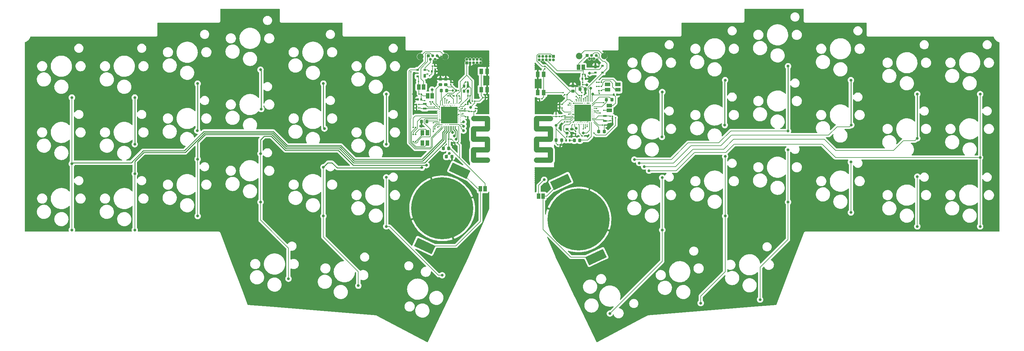
<source format=gtl>
G04 #@! TF.GenerationSoftware,KiCad,Pcbnew,(6.0.9)*
G04 #@! TF.CreationDate,2023-05-23T12:25:36-07:00*
G04 #@! TF.ProjectId,Keycad_fun,4b657963-6164-45f6-9675-6e2e6b696361,rev?*
G04 #@! TF.SameCoordinates,Original*
G04 #@! TF.FileFunction,Copper,L1,Top*
G04 #@! TF.FilePolarity,Positive*
%FSLAX46Y46*%
G04 Gerber Fmt 4.6, Leading zero omitted, Abs format (unit mm)*
G04 Created by KiCad (PCBNEW (6.0.9)) date 2023-05-23 12:25:36*
%MOMM*%
%LPD*%
G01*
G04 APERTURE LIST*
G04 Aperture macros list*
%AMRoundRect*
0 Rectangle with rounded corners*
0 $1 Rounding radius*
0 $2 $3 $4 $5 $6 $7 $8 $9 X,Y pos of 4 corners*
0 Add a 4 corners polygon primitive as box body*
4,1,4,$2,$3,$4,$5,$6,$7,$8,$9,$2,$3,0*
0 Add four circle primitives for the rounded corners*
1,1,$1+$1,$2,$3*
1,1,$1+$1,$4,$5*
1,1,$1+$1,$6,$7*
1,1,$1+$1,$8,$9*
0 Add four rect primitives between the rounded corners*
20,1,$1+$1,$2,$3,$4,$5,0*
20,1,$1+$1,$4,$5,$6,$7,0*
20,1,$1+$1,$6,$7,$8,$9,0*
20,1,$1+$1,$8,$9,$2,$3,0*%
%AMRotRect*
0 Rectangle, with rotation*
0 The origin of the aperture is its center*
0 $1 length*
0 $2 width*
0 $3 Rotation angle, in degrees counterclockwise*
0 Add horizontal line*
21,1,$1,$2,0,0,$3*%
G04 Aperture macros list end*
G04 #@! TA.AperFunction,SMDPad,CuDef*
%ADD10RotRect,2.600000X5.560000X65.000000*%
G04 #@! TD*
G04 #@! TA.AperFunction,SMDPad,CuDef*
%ADD11C,17.800000*%
G04 #@! TD*
G04 #@! TA.AperFunction,SMDPad,CuDef*
%ADD12RotRect,2.600000X5.560000X295.000000*%
G04 #@! TD*
G04 #@! TA.AperFunction,SMDPad,CuDef*
%ADD13RoundRect,0.225000X0.250000X-0.225000X0.250000X0.225000X-0.250000X0.225000X-0.250000X-0.225000X0*%
G04 #@! TD*
G04 #@! TA.AperFunction,SMDPad,CuDef*
%ADD14RoundRect,0.100000X-0.130000X-0.100000X0.130000X-0.100000X0.130000X0.100000X-0.130000X0.100000X0*%
G04 #@! TD*
G04 #@! TA.AperFunction,SMDPad,CuDef*
%ADD15RoundRect,0.100000X0.130000X0.100000X-0.130000X0.100000X-0.130000X-0.100000X0.130000X-0.100000X0*%
G04 #@! TD*
G04 #@! TA.AperFunction,SMDPad,CuDef*
%ADD16RoundRect,0.225000X0.225000X0.250000X-0.225000X0.250000X-0.225000X-0.250000X0.225000X-0.250000X0*%
G04 #@! TD*
G04 #@! TA.AperFunction,SMDPad,CuDef*
%ADD17RoundRect,0.140000X0.140000X0.170000X-0.140000X0.170000X-0.140000X-0.170000X0.140000X-0.170000X0*%
G04 #@! TD*
G04 #@! TA.AperFunction,SMDPad,CuDef*
%ADD18RoundRect,0.100000X0.100000X-0.130000X0.100000X0.130000X-0.100000X0.130000X-0.100000X-0.130000X0*%
G04 #@! TD*
G04 #@! TA.AperFunction,SMDPad,CuDef*
%ADD19RoundRect,0.140000X-0.140000X-0.170000X0.140000X-0.170000X0.140000X0.170000X-0.140000X0.170000X0*%
G04 #@! TD*
G04 #@! TA.AperFunction,SMDPad,CuDef*
%ADD20RoundRect,0.225000X-0.225000X-0.250000X0.225000X-0.250000X0.225000X0.250000X-0.225000X0.250000X0*%
G04 #@! TD*
G04 #@! TA.AperFunction,SMDPad,CuDef*
%ADD21RoundRect,0.100000X-0.100000X0.130000X-0.100000X-0.130000X0.100000X-0.130000X0.100000X0.130000X0*%
G04 #@! TD*
G04 #@! TA.AperFunction,SMDPad,CuDef*
%ADD22R,0.700000X1.000000*%
G04 #@! TD*
G04 #@! TA.AperFunction,SMDPad,CuDef*
%ADD23R,0.700000X0.600000*%
G04 #@! TD*
G04 #@! TA.AperFunction,ComponentPad*
%ADD24R,0.850000X0.850000*%
G04 #@! TD*
G04 #@! TA.AperFunction,ComponentPad*
%ADD25O,0.850000X0.850000*%
G04 #@! TD*
G04 #@! TA.AperFunction,ComponentPad*
%ADD26R,0.840000X0.840000*%
G04 #@! TD*
G04 #@! TA.AperFunction,ComponentPad*
%ADD27C,0.840000*%
G04 #@! TD*
G04 #@! TA.AperFunction,ComponentPad*
%ADD28C,1.850000*%
G04 #@! TD*
G04 #@! TA.AperFunction,SMDPad,CuDef*
%ADD29R,1.000000X1.500000*%
G04 #@! TD*
G04 #@! TA.AperFunction,SMDPad,CuDef*
%ADD30R,1.500000X1.000000*%
G04 #@! TD*
G04 #@! TA.AperFunction,SMDPad,CuDef*
%ADD31RoundRect,0.218750X0.218750X0.256250X-0.218750X0.256250X-0.218750X-0.256250X0.218750X-0.256250X0*%
G04 #@! TD*
G04 #@! TA.AperFunction,SMDPad,CuDef*
%ADD32RoundRect,0.147500X0.147500X0.172500X-0.147500X0.172500X-0.147500X-0.172500X0.147500X-0.172500X0*%
G04 #@! TD*
G04 #@! TA.AperFunction,SMDPad,CuDef*
%ADD33RoundRect,0.218750X-0.218750X-0.256250X0.218750X-0.256250X0.218750X0.256250X-0.218750X0.256250X0*%
G04 #@! TD*
G04 #@! TA.AperFunction,SMDPad,CuDef*
%ADD34RoundRect,0.147500X-0.147500X-0.172500X0.147500X-0.172500X0.147500X0.172500X-0.147500X0.172500X0*%
G04 #@! TD*
G04 #@! TA.AperFunction,SMDPad,CuDef*
%ADD35R,1.100000X1.500000*%
G04 #@! TD*
G04 #@! TA.AperFunction,SMDPad,CuDef*
%ADD36R,1.500000X1.100000*%
G04 #@! TD*
G04 #@! TA.AperFunction,SMDPad,CuDef*
%ADD37R,1.000000X1.550000*%
G04 #@! TD*
G04 #@! TA.AperFunction,SMDPad,CuDef*
%ADD38C,0.250000*%
G04 #@! TD*
G04 #@! TA.AperFunction,SMDPad,CuDef*
%ADD39R,4.850000X4.850000*%
G04 #@! TD*
G04 #@! TA.AperFunction,SMDPad,CuDef*
%ADD40R,0.800000X0.900000*%
G04 #@! TD*
G04 #@! TA.AperFunction,SMDPad,CuDef*
%ADD41R,1.100000X0.600000*%
G04 #@! TD*
G04 #@! TA.AperFunction,SMDPad,CuDef*
%ADD42R,0.900000X0.800000*%
G04 #@! TD*
G04 #@! TA.AperFunction,ViaPad*
%ADD43C,0.800000*%
G04 #@! TD*
G04 #@! TA.AperFunction,ViaPad*
%ADD44C,0.400000*%
G04 #@! TD*
G04 #@! TA.AperFunction,Conductor*
%ADD45C,0.127000*%
G04 #@! TD*
G04 #@! TA.AperFunction,Conductor*
%ADD46C,0.200000*%
G04 #@! TD*
G04 #@! TA.AperFunction,Conductor*
%ADD47C,1.500000*%
G04 #@! TD*
G04 #@! TA.AperFunction,Conductor*
%ADD48C,0.250000*%
G04 #@! TD*
G04 APERTURE END LIST*
D10*
X154968730Y-110589594D03*
X165031270Y-89010406D03*
D11*
X160000000Y-99800000D03*
D12*
X204031270Y-113789594D03*
X193968730Y-92210406D03*
D11*
X199000000Y-103000000D03*
D13*
X159500000Y-64275000D03*
X159500000Y-62725000D03*
D14*
X164180000Y-67500000D03*
X164820000Y-67500000D03*
D15*
X164320000Y-81000000D03*
X163680000Y-81000000D03*
D14*
X161860000Y-80000000D03*
X162500000Y-80000000D03*
D16*
X155600000Y-74900000D03*
X154050000Y-74900000D03*
D17*
X154000000Y-68500000D03*
X153040000Y-68500000D03*
D14*
X156560000Y-69170000D03*
X157200000Y-69170000D03*
D15*
X167320000Y-73500000D03*
X166680000Y-73500000D03*
D14*
X161680000Y-67500000D03*
X162320000Y-67500000D03*
D15*
X167320000Y-70000000D03*
X166680000Y-70000000D03*
D16*
X162775000Y-85000000D03*
X161225000Y-85000000D03*
D13*
X161000000Y-64275000D03*
X161000000Y-62725000D03*
D18*
X162500000Y-64320000D03*
X162500000Y-63680000D03*
D14*
X152680000Y-70000000D03*
X153320000Y-70000000D03*
X152680000Y-71000000D03*
X153320000Y-71000000D03*
D18*
X169500000Y-71820000D03*
X169500000Y-71180000D03*
X166560000Y-71870000D03*
X166560000Y-71230000D03*
D14*
X171680000Y-68000000D03*
X172320000Y-68000000D03*
X167335000Y-67500000D03*
X167975000Y-67500000D03*
X166680000Y-63500000D03*
X167320000Y-63500000D03*
D19*
X157020000Y-60500000D03*
X157980000Y-60500000D03*
D14*
X157180000Y-59000000D03*
X157820000Y-59000000D03*
D20*
X204825000Y-77800000D03*
X206375000Y-77800000D03*
D15*
X194320000Y-70000000D03*
X193680000Y-70000000D03*
X195720000Y-67200000D03*
X195080000Y-67200000D03*
X199920000Y-67400000D03*
X199280000Y-67400000D03*
D13*
X197400000Y-66175000D03*
X197400000Y-64625000D03*
D19*
X209120000Y-67200000D03*
X210080000Y-67200000D03*
D15*
X206520000Y-75900000D03*
X205880000Y-75900000D03*
D14*
X193680000Y-71000000D03*
X194320000Y-71000000D03*
D15*
X200720000Y-79000000D03*
X200080000Y-79000000D03*
D14*
X195080000Y-75000000D03*
X195720000Y-75000000D03*
D16*
X200975000Y-65600000D03*
X199425000Y-65600000D03*
D20*
X192625000Y-80200000D03*
X194175000Y-80200000D03*
D14*
X193080000Y-81600000D03*
X193720000Y-81600000D03*
D15*
X208720000Y-74600000D03*
X208080000Y-74600000D03*
X208720000Y-73400000D03*
X208080000Y-73400000D03*
D18*
X192600000Y-73420000D03*
X192600000Y-72780000D03*
D21*
X195180000Y-73265000D03*
X195180000Y-73905000D03*
D15*
X188520000Y-68400000D03*
X187880000Y-68400000D03*
D14*
X195680000Y-79300000D03*
X196320000Y-79300000D03*
D21*
X198200000Y-77680000D03*
X198200000Y-78320000D03*
D19*
X200120000Y-62600000D03*
X201080000Y-62600000D03*
D14*
X200200000Y-61300000D03*
X200840000Y-61300000D03*
D22*
X203900000Y-59120000D03*
D23*
X203900000Y-60820000D03*
X205900000Y-60820000D03*
X205900000Y-58920000D03*
D22*
X155000000Y-61750000D03*
D23*
X155000000Y-60050000D03*
X153000000Y-60050000D03*
X153000000Y-61950000D03*
D24*
X167000000Y-58000000D03*
D25*
X167000000Y-57000000D03*
X168000000Y-58000000D03*
X168000000Y-57000000D03*
X169000000Y-58000000D03*
X169000000Y-57000000D03*
X170000000Y-58000000D03*
X170000000Y-57000000D03*
X171000000Y-58000000D03*
X171000000Y-57000000D03*
D26*
X156000000Y-56000000D03*
D27*
X156650000Y-57000000D03*
X157300000Y-56000000D03*
X157950000Y-57000000D03*
X158600000Y-56000000D03*
D28*
X160875000Y-56220000D03*
X153725000Y-56220000D03*
D24*
X191800000Y-56200000D03*
D25*
X191800000Y-57200000D03*
X190800000Y-56200000D03*
X190800000Y-57200000D03*
X189800000Y-56200000D03*
X189800000Y-57200000D03*
X188800000Y-56200000D03*
X188800000Y-57200000D03*
X187800000Y-56200000D03*
X187800000Y-57200000D03*
D26*
X201500000Y-55880000D03*
D27*
X202150000Y-56880000D03*
X202800000Y-55880000D03*
X203450000Y-56880000D03*
X204100000Y-55880000D03*
D28*
X206375000Y-56100000D03*
X199225000Y-56100000D03*
D29*
X155850000Y-67500000D03*
X157150000Y-67500000D03*
X170950000Y-94225298D03*
X172250000Y-94225298D03*
X154650000Y-65000000D03*
X153350000Y-65000000D03*
D30*
X207800000Y-70350000D03*
X207800000Y-71650000D03*
D29*
X188900000Y-96300000D03*
X187600000Y-96300000D03*
X199050000Y-59300000D03*
X200350000Y-59300000D03*
D31*
X161887500Y-82600000D03*
X160312500Y-82600000D03*
X161287500Y-66000000D03*
X159712500Y-66000000D03*
D32*
X164000000Y-66000000D03*
X163030000Y-66000000D03*
D15*
X168320000Y-72000000D03*
X167680000Y-72000000D03*
D33*
X207012500Y-68600000D03*
X208587500Y-68600000D03*
X197812500Y-80300000D03*
X199387500Y-80300000D03*
D34*
X195515000Y-80300000D03*
X196485000Y-80300000D03*
D14*
X193580000Y-73445000D03*
X194220000Y-73445000D03*
D35*
X154300000Y-81100000D03*
X154300000Y-78100000D03*
X155800000Y-78100000D03*
X155800000Y-81100000D03*
D36*
X207300000Y-64250000D03*
X210300000Y-64250000D03*
X210300000Y-65750000D03*
X207300000Y-65750000D03*
D15*
X154000000Y-67000000D03*
X153360000Y-67000000D03*
D14*
X168680000Y-69000000D03*
X169320000Y-69000000D03*
D15*
X152370000Y-76600000D03*
X151730000Y-76600000D03*
X152370000Y-78600000D03*
X151730000Y-78600000D03*
X152370000Y-80600000D03*
X151730000Y-80600000D03*
D18*
X200200000Y-64320000D03*
X200200000Y-63680000D03*
D15*
X205520000Y-66000000D03*
X204880000Y-66000000D03*
X205520000Y-64800000D03*
X204880000Y-64800000D03*
X205520000Y-63600000D03*
X204880000Y-63600000D03*
D21*
X189400000Y-59080000D03*
X189400000Y-59720000D03*
D37*
X172850000Y-60475000D03*
X172850000Y-65725000D03*
X171150000Y-65725000D03*
X171150000Y-60475000D03*
X187350000Y-61375000D03*
X187350000Y-66625000D03*
X189050000Y-66625000D03*
X189050000Y-61375000D03*
D38*
X160750000Y-69750000D03*
X161250000Y-69750000D03*
X161750000Y-69750000D03*
X162250000Y-69750000D03*
X162750000Y-69750000D03*
X163250000Y-69750000D03*
X163750000Y-69750000D03*
X164250000Y-69750000D03*
X164750000Y-69750000D03*
X165250000Y-75250000D03*
X159250000Y-75500000D03*
X160000000Y-75750000D03*
X161000000Y-75750000D03*
X161500000Y-75750000D03*
X162000000Y-75750000D03*
X162500000Y-75750000D03*
X163000000Y-75750000D03*
X163500000Y-75750000D03*
X164000000Y-75750000D03*
X165250000Y-75750000D03*
X159250000Y-76250000D03*
X159750000Y-76250000D03*
X160250000Y-76250000D03*
X160750000Y-76250000D03*
X161250000Y-76250000D03*
X161750000Y-76250000D03*
X162250000Y-76250000D03*
X162750000Y-76250000D03*
X163250000Y-76250000D03*
X163750000Y-76250000D03*
X164250000Y-76250000D03*
X164750000Y-76250000D03*
X158750000Y-70250000D03*
X159500000Y-70250000D03*
X160000000Y-70250000D03*
X160500000Y-70250000D03*
X161000000Y-70250000D03*
X161500000Y-70250000D03*
X162000000Y-70250000D03*
X162500000Y-70250000D03*
X163000000Y-70250000D03*
X163500000Y-70250000D03*
X165250000Y-70250000D03*
X158750000Y-70750000D03*
X159250000Y-71000000D03*
X164750000Y-71000000D03*
X165250000Y-71250000D03*
D39*
X162000000Y-73000000D03*
D38*
X159250000Y-71500000D03*
X164750000Y-71500000D03*
X158750000Y-71750000D03*
X159250000Y-72000000D03*
X164750000Y-72000000D03*
X158750000Y-72250000D03*
X165250000Y-72250000D03*
X159250000Y-72500000D03*
X158750000Y-72750000D03*
X165250000Y-72750000D03*
X159250000Y-73000000D03*
X158750000Y-73250000D03*
X165250000Y-73250000D03*
X159250000Y-73500000D03*
X164750000Y-73500000D03*
X158750000Y-73750000D03*
X165250000Y-73750000D03*
X159250000Y-74000000D03*
X164750000Y-74000000D03*
X158750000Y-74250000D03*
X165250000Y-74250000D03*
X164750000Y-74500000D03*
X158750000Y-74750000D03*
X165250000Y-74750000D03*
X159250000Y-75000000D03*
X164750000Y-75000000D03*
X201450000Y-75650000D03*
X200950000Y-75650000D03*
X200450000Y-75650000D03*
X199950000Y-75650000D03*
X199450000Y-75650000D03*
X198950000Y-75650000D03*
X198450000Y-75650000D03*
X197950000Y-75650000D03*
X197450000Y-75650000D03*
X196950000Y-70150000D03*
X202950000Y-69900000D03*
X202200000Y-69650000D03*
X201200000Y-69650000D03*
X200700000Y-69650000D03*
X200200000Y-69650000D03*
X199700000Y-69650000D03*
X199200000Y-69650000D03*
X198700000Y-69650000D03*
X198200000Y-69650000D03*
X196950000Y-69650000D03*
X202950000Y-69150000D03*
X202450000Y-69150000D03*
X201950000Y-69150000D03*
X201450000Y-69150000D03*
X200950000Y-69150000D03*
X200450000Y-69150000D03*
X199950000Y-69150000D03*
X199450000Y-69150000D03*
X198950000Y-69150000D03*
X198450000Y-69150000D03*
X197950000Y-69150000D03*
X197450000Y-69150000D03*
X203450000Y-75150000D03*
X202700000Y-75150000D03*
X202200000Y-75150000D03*
X201700000Y-75150000D03*
X201200000Y-75150000D03*
X200700000Y-75150000D03*
X200200000Y-75150000D03*
X199700000Y-75150000D03*
X199200000Y-75150000D03*
X198700000Y-75150000D03*
X196950000Y-75150000D03*
X203450000Y-74650000D03*
X202950000Y-74400000D03*
X197450000Y-74400000D03*
X196950000Y-74150000D03*
D39*
X200200000Y-72400000D03*
D38*
X202950000Y-73900000D03*
X197450000Y-73900000D03*
X203450000Y-73650000D03*
X202950000Y-73400000D03*
X197450000Y-73400000D03*
X203450000Y-73150000D03*
X196950000Y-73150000D03*
X202950000Y-72900000D03*
X203450000Y-72650000D03*
X196950000Y-72650000D03*
X202950000Y-72400000D03*
X203450000Y-72150000D03*
X196950000Y-72150000D03*
X202950000Y-71900000D03*
X197450000Y-71900000D03*
X203450000Y-71650000D03*
X196950000Y-71650000D03*
X202950000Y-71400000D03*
X197450000Y-71400000D03*
X203450000Y-71150000D03*
X196950000Y-71150000D03*
X197450000Y-70900000D03*
X203450000Y-70650000D03*
X196950000Y-70650000D03*
X202950000Y-70400000D03*
X197450000Y-70400000D03*
D40*
X167350000Y-66150000D03*
X167350000Y-64750000D03*
X166250000Y-64750000D03*
X166250000Y-66150000D03*
D41*
X155000000Y-69800000D03*
X155000000Y-71200000D03*
X206601000Y-74700000D03*
X206601000Y-73300000D03*
D42*
X195700000Y-78150000D03*
X197100000Y-78150000D03*
X197100000Y-77050000D03*
X195700000Y-77050000D03*
D43*
X151000000Y-57880000D03*
X208390000Y-60830000D03*
X171780000Y-70640000D03*
D44*
X155870000Y-61280000D03*
D43*
X234510000Y-87220000D03*
D44*
X197400000Y-72870000D03*
D43*
X145150000Y-111110000D03*
X197860000Y-86950000D03*
X228520000Y-80050000D03*
D44*
X164200000Y-83300000D03*
X203300000Y-62300000D03*
D43*
X141120000Y-91300000D03*
D44*
X201910000Y-78890000D03*
D43*
X138300000Y-68900000D03*
D44*
X165050000Y-68380000D03*
X197500000Y-75080000D03*
X202720000Y-80600000D03*
D43*
X154000000Y-76200000D03*
D44*
X198840000Y-61850000D03*
X159270000Y-74480000D03*
D43*
X195530000Y-62380000D03*
D44*
X164770000Y-72890000D03*
D43*
X169900000Y-67600000D03*
X164500000Y-61500000D03*
D44*
X163170000Y-67530000D03*
D43*
X244110000Y-105040000D03*
X147600000Y-69300000D03*
D44*
X193600000Y-72290000D03*
D43*
X136440000Y-92020000D03*
X166590000Y-83940000D03*
D44*
X194150000Y-75380000D03*
D43*
X149300000Y-75400000D03*
D44*
X156800000Y-69870000D03*
X164000000Y-85600000D03*
D43*
X148990000Y-106210000D03*
D44*
X201750000Y-61810000D03*
D43*
X189070000Y-71030000D03*
X225770000Y-61290000D03*
D44*
X199100000Y-79060000D03*
D43*
X206590000Y-90850000D03*
D44*
X167800000Y-68700000D03*
X208010000Y-76150000D03*
D43*
X65200000Y-92600000D03*
X122320000Y-105140000D03*
X151810000Y-67010000D03*
D44*
X158700000Y-76500000D03*
X155000000Y-68900000D03*
X157900000Y-77000000D03*
D43*
X162000000Y-84000000D03*
D44*
X165800000Y-71033000D03*
X164700000Y-66000000D03*
X159175565Y-70567615D03*
X157800000Y-70700000D03*
X197600000Y-69600000D03*
X194600000Y-66600000D03*
D43*
X203113000Y-67000000D03*
X201400000Y-64400000D03*
D44*
X201700000Y-69600000D03*
X200000000Y-66600000D03*
D43*
X200400000Y-78200000D03*
X192625000Y-76025000D03*
D44*
X156400000Y-61800000D03*
X153200000Y-63400000D03*
X196200000Y-72800000D03*
X201450000Y-76350000D03*
X209600000Y-73800000D03*
X203400000Y-78200000D03*
X200997040Y-76745724D03*
X200400000Y-77000000D03*
X165900000Y-72700000D03*
X160746641Y-68246641D03*
X161400000Y-68700000D03*
X162000000Y-69200000D03*
D43*
X202200000Y-61000000D03*
X202478812Y-65278812D03*
D44*
X151000000Y-60594110D03*
X156200000Y-60400000D03*
X196050000Y-70150000D03*
X196450000Y-69650000D03*
D43*
X166100000Y-75000000D03*
X166100000Y-76200000D03*
D44*
X206272609Y-69472609D03*
X206250000Y-71650000D03*
D43*
X157100000Y-65700000D03*
D44*
X157472500Y-75201500D03*
X161200000Y-81400000D03*
X157500000Y-77800000D03*
X205000000Y-66800000D03*
X205200000Y-72400000D03*
X204600000Y-71800000D03*
X204200000Y-64800000D03*
X204200000Y-63600000D03*
X204200000Y-71200000D03*
D43*
X223000000Y-106000000D03*
D44*
X201487000Y-67600000D03*
D43*
X222900000Y-79300000D03*
X208000000Y-130000000D03*
X223000000Y-91000000D03*
X223000000Y-66400000D03*
X241000000Y-102000000D03*
X241000000Y-84900000D03*
X240900000Y-75900000D03*
X241000000Y-63000000D03*
X234000000Y-127000000D03*
D44*
X201000000Y-68000000D03*
D43*
X251000000Y-126000000D03*
X259000000Y-59000000D03*
X215000000Y-85800000D03*
X259000000Y-98000000D03*
X259000000Y-83000000D03*
X259000000Y-77600000D03*
D44*
X200463000Y-68400000D03*
D43*
X216400000Y-86800000D03*
D44*
X199400000Y-68000000D03*
D43*
X277000000Y-86500000D03*
X277000000Y-63000000D03*
X277000000Y-101000000D03*
X277100000Y-75900000D03*
X296000000Y-90700000D03*
X296000000Y-67000000D03*
X296000000Y-79700000D03*
X217800000Y-87800000D03*
X296000000Y-105000000D03*
D44*
X198400000Y-67700000D03*
D43*
X314000000Y-67000000D03*
X313986194Y-85213806D03*
X219200000Y-89000000D03*
X313986194Y-104998438D03*
D44*
X198400000Y-68600000D03*
D43*
X54000000Y-68000000D03*
X54000000Y-87000000D03*
X54000000Y-106000000D03*
X72000000Y-68000000D03*
X72000000Y-81400000D03*
X72000000Y-89875500D03*
X72000000Y-106000000D03*
X90000000Y-85700000D03*
X90000000Y-64000000D03*
X90000000Y-102000000D03*
X89900000Y-77500000D03*
X108000000Y-98000000D03*
X108000000Y-84100000D03*
X116000000Y-120000000D03*
X155500000Y-87400000D03*
X108200000Y-71300000D03*
X108000000Y-60000000D03*
X163000000Y-78000000D03*
X136000000Y-122000000D03*
X163500000Y-79000000D03*
X126000000Y-64000000D03*
X126000000Y-88000000D03*
X126300000Y-76900000D03*
X154200000Y-88124500D03*
X126000000Y-102000000D03*
X164000000Y-80000000D03*
X144000000Y-105000000D03*
X144000000Y-67000000D03*
X160000000Y-119000000D03*
X144000000Y-90900000D03*
X144000000Y-81400000D03*
X166100000Y-77500000D03*
X168100000Y-70800000D03*
X189200000Y-91600000D03*
X198400000Y-76800000D03*
D45*
X170950000Y-103550000D02*
X170950000Y-94225298D01*
X170246162Y-94225298D02*
X165031270Y-89010406D01*
X170950000Y-94225298D02*
X170246162Y-94225298D01*
X154968730Y-110589594D02*
X163910406Y-110589594D01*
X163910406Y-110589594D02*
X170950000Y-103550000D01*
X168200000Y-67275000D02*
X167975000Y-67500000D01*
D46*
X160500000Y-70250000D02*
X160500000Y-71500000D01*
D45*
X201910000Y-78890000D02*
X200830000Y-78890000D01*
X197520000Y-75080000D02*
X200200000Y-72400000D01*
X156800000Y-69870000D02*
X156800000Y-69410000D01*
X167350000Y-64750000D02*
X167400000Y-64800000D01*
X198220000Y-66520000D02*
X199100000Y-67400000D01*
X163170000Y-67530000D02*
X162770000Y-67130000D01*
X164875000Y-71625000D02*
X166165000Y-71625000D01*
X160520000Y-74480000D02*
X162000000Y-73000000D01*
X168200000Y-65300000D02*
X168200000Y-67275000D01*
X206375000Y-77800000D02*
X206375000Y-76045000D01*
X194700000Y-75380000D02*
X195080000Y-75000000D01*
X199100000Y-67400000D02*
X199280000Y-67400000D01*
X201700000Y-73900000D02*
X200200000Y-72400000D01*
D46*
X204100000Y-55880000D02*
X204600000Y-56380000D01*
D45*
X199700000Y-72900000D02*
X200200000Y-72400000D01*
X198220000Y-64920000D02*
X198220000Y-66520000D01*
X201080000Y-61540000D02*
X200840000Y-61300000D01*
X198181500Y-64881500D02*
X197925000Y-64625000D01*
X198700000Y-73900000D02*
X200200000Y-72400000D01*
X194175000Y-80200000D02*
X194175000Y-81145000D01*
X201700000Y-75150000D02*
X201700000Y-73900000D01*
D46*
X163500000Y-71500000D02*
X162000000Y-73000000D01*
D45*
X167700000Y-64800000D02*
X168200000Y-65300000D01*
D46*
X204600000Y-56380000D02*
X204600000Y-57200000D01*
D45*
X200830000Y-78890000D02*
X200720000Y-79000000D01*
X196950000Y-78150000D02*
X195850000Y-77050000D01*
D46*
X162500000Y-70250000D02*
X162500000Y-72500000D01*
D45*
X197450000Y-73900000D02*
X198700000Y-73900000D01*
X162050000Y-67130000D02*
X161680000Y-67500000D01*
X156800000Y-69410000D02*
X156560000Y-69170000D01*
X197384500Y-73834500D02*
X195250500Y-73834500D01*
X200975000Y-65600000D02*
X200256500Y-64881500D01*
X195850000Y-77050000D02*
X195700000Y-77050000D01*
X199730000Y-72870000D02*
X200200000Y-72400000D01*
X197100000Y-78520000D02*
X197100000Y-78150000D01*
D46*
X160500000Y-71500000D02*
X162000000Y-73000000D01*
D45*
X199700000Y-75150000D02*
X199700000Y-72900000D01*
X167975000Y-68525000D02*
X167800000Y-68700000D01*
X193680000Y-68600000D02*
X193680000Y-70000000D01*
X197400000Y-64625000D02*
X197925000Y-64625000D01*
X194150000Y-75380000D02*
X194700000Y-75380000D01*
X155870000Y-61280000D02*
X155470000Y-61280000D01*
X197925000Y-64625000D02*
X198220000Y-64920000D01*
X166250000Y-66150000D02*
X166250000Y-66050000D01*
X197100000Y-78150000D02*
X196950000Y-78150000D01*
X165050000Y-67730000D02*
X164820000Y-67500000D01*
X195080000Y-67200000D02*
X193680000Y-68600000D01*
X194175000Y-81145000D02*
X193720000Y-81600000D01*
X166165000Y-71625000D02*
X166560000Y-71230000D01*
X167975000Y-67500000D02*
X167975000Y-68525000D01*
X167350000Y-64750000D02*
X167350000Y-63530000D01*
X197450000Y-73900000D02*
X197384500Y-73834500D01*
X166250000Y-66050000D02*
X167350000Y-64950000D01*
X201080000Y-62600000D02*
X201080000Y-61540000D01*
X197500000Y-75080000D02*
X197520000Y-75080000D01*
D46*
X162500000Y-72500000D02*
X162000000Y-73000000D01*
X203800000Y-58000000D02*
X203800000Y-59100000D01*
D45*
X164660000Y-73000000D02*
X162000000Y-73000000D01*
X162770000Y-67130000D02*
X162050000Y-67130000D01*
X159270000Y-74480000D02*
X160520000Y-74480000D01*
X167350000Y-63530000D02*
X167320000Y-63500000D01*
X197400000Y-72870000D02*
X199730000Y-72870000D01*
D46*
X204600000Y-57200000D02*
X203800000Y-58000000D01*
D45*
X196320000Y-79300000D02*
X197100000Y-78520000D01*
X200256500Y-64881500D02*
X198181500Y-64881500D01*
X195250500Y-73834500D02*
X195180000Y-73905000D01*
X162500000Y-80000000D02*
X162680000Y-80000000D01*
X167350000Y-64950000D02*
X167350000Y-64750000D01*
D46*
X164750000Y-71500000D02*
X163500000Y-71500000D01*
D45*
X206375000Y-76045000D02*
X206520000Y-75900000D01*
X155470000Y-61280000D02*
X155000000Y-61750000D01*
X167400000Y-64800000D02*
X167700000Y-64800000D01*
X165050000Y-68380000D02*
X165050000Y-67730000D01*
X162680000Y-80000000D02*
X163680000Y-81000000D01*
X164770000Y-72890000D02*
X164660000Y-73000000D01*
X164750000Y-71500000D02*
X164875000Y-71625000D01*
X196830448Y-113789594D02*
X188900000Y-105859146D01*
X204031270Y-113789594D02*
X196830448Y-113789594D01*
X188900000Y-105859146D02*
X188900000Y-96300000D01*
X193968730Y-92210406D02*
X189879136Y-96300000D01*
X189879136Y-96300000D02*
X188900000Y-96300000D01*
D46*
X158700000Y-76500000D02*
X158950000Y-76250000D01*
X154000000Y-68500000D02*
X154000000Y-67000000D01*
X154500000Y-67500000D02*
X155850000Y-67500000D01*
X155000000Y-68900000D02*
X154400000Y-68900000D01*
X154000000Y-67000000D02*
X154500000Y-67500000D01*
X158950000Y-76250000D02*
X159250000Y-76250000D01*
X154400000Y-68900000D02*
X154000000Y-68500000D01*
D45*
X157200000Y-69380000D02*
X157200000Y-69170000D01*
X158570000Y-70750000D02*
X157200000Y-69380000D01*
X158750000Y-70750000D02*
X158570000Y-70750000D01*
X166600000Y-73500000D02*
X166680000Y-73500000D01*
X165250000Y-73250000D02*
X166350000Y-73250000D01*
X166350000Y-73250000D02*
X166600000Y-73500000D01*
X163250000Y-68430000D02*
X163250000Y-69750000D01*
X162320000Y-67500000D02*
X163250000Y-68430000D01*
X164750000Y-71000000D02*
X165160000Y-70590000D01*
X165160000Y-70590000D02*
X166090000Y-70590000D01*
X166090000Y-70590000D02*
X166680000Y-70000000D01*
X160000000Y-75750000D02*
X159923000Y-75827000D01*
X157900000Y-76372256D02*
X157900000Y-77000000D01*
X158445256Y-75827000D02*
X157900000Y-76372256D01*
X162000000Y-84000000D02*
X161225000Y-84775000D01*
X159923000Y-75827000D02*
X158445256Y-75827000D01*
X161225000Y-84775000D02*
X161225000Y-85000000D01*
X164000000Y-66000000D02*
X163000000Y-65000000D01*
X162500000Y-64500000D02*
X163000000Y-65000000D01*
X160000000Y-70250000D02*
X160125000Y-70125000D01*
X165583000Y-71250000D02*
X165250000Y-71250000D01*
X160125000Y-70125000D02*
X160125000Y-68213500D01*
X164700000Y-66000000D02*
X164000000Y-66000000D01*
X163261500Y-66738500D02*
X164000000Y-66000000D01*
X160125000Y-68213500D02*
X161600000Y-66738500D01*
X161600000Y-66738500D02*
X163261500Y-66738500D01*
X161725000Y-65000000D02*
X161000000Y-64275000D01*
X165800000Y-71033000D02*
X165583000Y-71250000D01*
X162500000Y-64320000D02*
X162500000Y-64500000D01*
X163000000Y-65000000D02*
X161725000Y-65000000D01*
X157800000Y-70700000D02*
X155900000Y-70700000D01*
D46*
X153320000Y-70000000D02*
X154800000Y-70000000D01*
D45*
X159250000Y-70642050D02*
X159175565Y-70567615D01*
X159250000Y-71000000D02*
X159250000Y-70642050D01*
X155900000Y-70700000D02*
X155000000Y-69800000D01*
D46*
X154800000Y-70000000D02*
X155000000Y-69800000D01*
D45*
X158950000Y-71200000D02*
X159250000Y-71500000D01*
X154000000Y-71200000D02*
X153800000Y-71000000D01*
X155000000Y-71200000D02*
X154000000Y-71200000D01*
X155000000Y-71200000D02*
X158950000Y-71200000D01*
X153800000Y-71000000D02*
X153320000Y-71000000D01*
D47*
X173000000Y-80000000D02*
X173000000Y-83000000D01*
X169000000Y-86000000D02*
X173000000Y-86000000D01*
X173000000Y-77000000D02*
X169000000Y-77000000D01*
D46*
X169320000Y-72000000D02*
X169500000Y-71820000D01*
D47*
X173000000Y-74000000D02*
X173000000Y-77000000D01*
D46*
X169050000Y-72270000D02*
X169050000Y-74050000D01*
X168320000Y-72000000D02*
X169320000Y-72000000D01*
D47*
X169050000Y-74050000D02*
X172950000Y-74050000D01*
X169000000Y-77000000D02*
X169000000Y-79000000D01*
X169000000Y-80000000D02*
X173000000Y-80000000D01*
X169000000Y-83000000D02*
X169000000Y-86000000D01*
X173000000Y-83000000D02*
X169000000Y-83000000D01*
D46*
X169500000Y-71820000D02*
X169050000Y-72270000D01*
D47*
X172950000Y-74050000D02*
X173000000Y-74000000D01*
X169000000Y-79000000D02*
X169000000Y-80000000D01*
D46*
X167520000Y-71800000D02*
X167800000Y-71800000D01*
X167500000Y-71820000D02*
X167520000Y-71800000D01*
D45*
X164750000Y-72000000D02*
X164815500Y-71934500D01*
X166385500Y-71934500D02*
X166500000Y-71820000D01*
D46*
X166500000Y-71820000D02*
X167500000Y-71820000D01*
D45*
X167500000Y-71820000D02*
X167680000Y-72000000D01*
X164815500Y-71934500D02*
X166385500Y-71934500D01*
X194600000Y-66600000D02*
X194575000Y-66625000D01*
X197650000Y-69650000D02*
X197600000Y-69600000D01*
X199200000Y-69650000D02*
X199700000Y-69650000D01*
X200200000Y-69650000D02*
X199700000Y-69650000D01*
X194575000Y-66625000D02*
X189050000Y-66625000D01*
X199200000Y-69650000D02*
X198700000Y-69650000D01*
X198200000Y-69650000D02*
X198700000Y-69650000D01*
X188520000Y-68400000D02*
X189050000Y-67870000D01*
X189050000Y-61375000D02*
X189050000Y-60070000D01*
X189050000Y-66625000D02*
X189050000Y-61375000D01*
X189050000Y-67870000D02*
X189050000Y-66625000D01*
X198200000Y-69650000D02*
X197650000Y-69650000D01*
X189050000Y-60070000D02*
X189400000Y-59720000D01*
X165250000Y-70250000D02*
X167335000Y-68165000D01*
X167335000Y-68165000D02*
X167335000Y-67500000D01*
D46*
X167350000Y-66150000D02*
X167350000Y-66670000D01*
D45*
X167335000Y-66685000D02*
X167350000Y-66670000D01*
D46*
X167335000Y-67500000D02*
X167335000Y-66685000D01*
X166250000Y-63930000D02*
X166250000Y-64750000D01*
X166680000Y-63500000D02*
X166250000Y-63930000D01*
X165550000Y-68950000D02*
X165550000Y-65450000D01*
X164750000Y-69750000D02*
X165550000Y-68950000D01*
X165550000Y-65450000D02*
X166250000Y-64750000D01*
D45*
X200350000Y-61150000D02*
X200350000Y-59300000D01*
X200200000Y-63680000D02*
X200200000Y-62680000D01*
X200200000Y-62680000D02*
X200120000Y-62600000D01*
X201013500Y-59963500D02*
X200350000Y-59300000D01*
D46*
X192924695Y-60350000D02*
X200250000Y-60350000D01*
X189800000Y-57225305D02*
X192924695Y-60350000D01*
D45*
X206000000Y-58920000D02*
X204956500Y-59963500D01*
X200200000Y-61300000D02*
X200350000Y-61150000D01*
D46*
X200350000Y-60250000D02*
X200350000Y-59300000D01*
X200250000Y-60350000D02*
X200350000Y-60250000D01*
X189800000Y-56200000D02*
X189800000Y-57225305D01*
D45*
X189800000Y-56200000D02*
X189800000Y-57200000D01*
X200120000Y-61380000D02*
X200200000Y-61300000D01*
X204956500Y-59963500D02*
X201013500Y-59963500D01*
X200120000Y-62600000D02*
X200120000Y-61380000D01*
X203376500Y-67263500D02*
X203113000Y-67000000D01*
X209600000Y-69600000D02*
X208850000Y-70350000D01*
X209120000Y-67200000D02*
X209056500Y-67263500D01*
X201320000Y-64320000D02*
X201400000Y-64400000D01*
X209120000Y-67200000D02*
X209600000Y-67680000D01*
X202950000Y-67163000D02*
X202950000Y-69150000D01*
X203113000Y-67000000D02*
X202950000Y-67163000D01*
X209600000Y-67680000D02*
X209600000Y-69600000D01*
X208850000Y-70350000D02*
X207800000Y-70350000D01*
X200200000Y-64320000D02*
X201320000Y-64320000D01*
X209056500Y-67263500D02*
X203376500Y-67263500D01*
X204700000Y-75900000D02*
X205880000Y-75900000D01*
X203450000Y-74650000D02*
X204700000Y-75900000D01*
X194320000Y-71200000D02*
X194320000Y-71520000D01*
X196900000Y-72200000D02*
X196950000Y-72150000D01*
X195000000Y-72200000D02*
X196900000Y-72200000D01*
X194320000Y-71520000D02*
X195000000Y-72200000D01*
X199200000Y-75900000D02*
X199200000Y-78120000D01*
X198950000Y-75650000D02*
X199200000Y-75900000D01*
X199200000Y-78120000D02*
X200080000Y-79000000D01*
X195720000Y-75000000D02*
X196615500Y-75000000D01*
X197215500Y-74400000D02*
X197450000Y-74400000D01*
X196615500Y-75000000D02*
X197215500Y-74400000D01*
X202200000Y-69650000D02*
X201750000Y-69650000D01*
X199425000Y-66025000D02*
X199425000Y-65600000D01*
X200000000Y-66600000D02*
X199425000Y-66025000D01*
X201750000Y-69650000D02*
X201700000Y-69600000D01*
X192625000Y-80200000D02*
X192625000Y-81145000D01*
X194200000Y-74400000D02*
X192625000Y-75975000D01*
X202200000Y-77400000D02*
X201400000Y-78200000D01*
X201400000Y-78200000D02*
X200400000Y-78200000D01*
X192625000Y-75975000D02*
X192625000Y-76975000D01*
X195515000Y-79865000D02*
X192625000Y-76975000D01*
X196700000Y-74400000D02*
X194200000Y-74400000D01*
X192625000Y-76975000D02*
X192625000Y-80200000D01*
X196950000Y-74150000D02*
X196700000Y-74400000D01*
X192625000Y-81145000D02*
X193080000Y-81600000D01*
X195515000Y-80300000D02*
X195515000Y-79865000D01*
X202200000Y-75150000D02*
X202200000Y-77400000D01*
X206235500Y-74334500D02*
X206601000Y-74700000D01*
X207980000Y-74700000D02*
X208080000Y-74600000D01*
X206601000Y-74700000D02*
X207980000Y-74700000D01*
X202950000Y-74400000D02*
X203015500Y-74334500D01*
X203015500Y-74334500D02*
X206235500Y-74334500D01*
X204700000Y-73300000D02*
X206601000Y-73300000D01*
X206601000Y-73300000D02*
X207980000Y-73300000D01*
X203046000Y-73996000D02*
X204004000Y-73996000D01*
X207980000Y-73300000D02*
X208080000Y-73400000D01*
X202950000Y-73900000D02*
X203046000Y-73996000D01*
X204004000Y-73996000D02*
X204700000Y-73300000D01*
D47*
X191000000Y-77000000D02*
X191000000Y-80000000D01*
D46*
X192600000Y-73420000D02*
X191580000Y-73420000D01*
X191580000Y-73420000D02*
X191000000Y-74000000D01*
D47*
X187000000Y-83000000D02*
X191000000Y-83000000D01*
X191000000Y-83000000D02*
X191000000Y-86000000D01*
X191000000Y-86000000D02*
X187000000Y-86000000D01*
X187000000Y-74000000D02*
X187000000Y-77000000D01*
X187000000Y-80000000D02*
X187000000Y-83000000D01*
X187000000Y-77000000D02*
X191000000Y-77000000D01*
D46*
X192625000Y-73445000D02*
X192600000Y-73420000D01*
D47*
X191000000Y-74000000D02*
X187000000Y-74000000D01*
D46*
X193580000Y-73445000D02*
X192625000Y-73445000D01*
D47*
X191000000Y-80000000D02*
X187000000Y-80000000D01*
D45*
X197450000Y-73510000D02*
X197432501Y-73527499D01*
X197450000Y-73400000D02*
X197450000Y-73510000D01*
X195180000Y-73265000D02*
X194400000Y-73265000D01*
X195442500Y-73527500D02*
X195180000Y-73265000D01*
X194400000Y-73265000D02*
X194220000Y-73445000D01*
X197432501Y-73527499D02*
X195442500Y-73527500D01*
X195700000Y-77950000D02*
X195150000Y-77950000D01*
X195200000Y-75800000D02*
X196300000Y-75800000D01*
X195150000Y-77950000D02*
X194800000Y-77600000D01*
X196300000Y-75800000D02*
X196950000Y-75150000D01*
X195700000Y-79130000D02*
X195700000Y-77950000D01*
X194800000Y-76200000D02*
X195200000Y-75800000D01*
X194800000Y-77600000D02*
X194800000Y-76200000D01*
X197100000Y-76000000D02*
X197450000Y-75650000D01*
X198200000Y-77680000D02*
X197370000Y-76850000D01*
X197100000Y-76850000D02*
X197100000Y-76000000D01*
X197370000Y-76850000D02*
X197100000Y-76850000D01*
D46*
X153200000Y-62250000D02*
X152900000Y-61950000D01*
X153350000Y-66990000D02*
X153360000Y-67000000D01*
X157020000Y-60500000D02*
X157020000Y-61180000D01*
X157180000Y-59000000D02*
X157180000Y-60340000D01*
X153200000Y-63400000D02*
X153200000Y-64850000D01*
X153200000Y-63400000D02*
X153200000Y-62250000D01*
X157180000Y-60340000D02*
X157020000Y-60500000D01*
X153350000Y-65000000D02*
X153350000Y-66990000D01*
X153200000Y-64850000D02*
X153350000Y-65000000D01*
X157020000Y-61180000D02*
X156400000Y-61800000D01*
D45*
X196200000Y-72800000D02*
X196350000Y-72650000D01*
X196350000Y-72650000D02*
X196950000Y-72650000D01*
X206800000Y-78800000D02*
X209600000Y-76000000D01*
X209600000Y-76000000D02*
X209600000Y-73800000D01*
X201450000Y-76350000D02*
X201450000Y-75650000D01*
X204000000Y-78800000D02*
X206800000Y-78800000D01*
X203400000Y-78200000D02*
X204000000Y-78800000D01*
X200997040Y-76745724D02*
X200950000Y-76698684D01*
X200950000Y-76698684D02*
X200950000Y-75650000D01*
X200450000Y-76950000D02*
X200450000Y-75650000D01*
X200400000Y-77000000D02*
X200450000Y-76950000D01*
X165850000Y-72750000D02*
X165900000Y-72700000D01*
X165250000Y-72750000D02*
X165850000Y-72750000D01*
X160750000Y-68250000D02*
X160746641Y-68246641D01*
X160750000Y-69750000D02*
X160750000Y-68250000D01*
X161250000Y-68850000D02*
X161400000Y-68700000D01*
X161250000Y-69750000D02*
X161250000Y-68850000D01*
X161750000Y-69450000D02*
X162000000Y-69200000D01*
X161750000Y-69750000D02*
X161750000Y-69450000D01*
D46*
X206480000Y-57600000D02*
X207200000Y-58320000D01*
X207200000Y-59620000D02*
X206000000Y-60820000D01*
X202800000Y-55880000D02*
X203520000Y-55160000D01*
D45*
X206000000Y-60820000D02*
X201736500Y-65083500D01*
D46*
X205000000Y-55600000D02*
X205000000Y-56600000D01*
X207200000Y-58320000D02*
X207200000Y-59620000D01*
D45*
X201736500Y-65083500D02*
X201736500Y-65800000D01*
X201736500Y-65800000D02*
X201950000Y-66013500D01*
X201950000Y-66013500D02*
X201950000Y-69150000D01*
D46*
X206000000Y-57600000D02*
X206480000Y-57600000D01*
X205000000Y-56600000D02*
X206000000Y-57600000D01*
X204560000Y-55160000D02*
X205000000Y-55600000D01*
X203520000Y-55160000D02*
X204560000Y-55160000D01*
D45*
X202450000Y-65307624D02*
X202450000Y-69150000D01*
D46*
X202200000Y-61000000D02*
X203620000Y-61000000D01*
X203620000Y-61000000D02*
X203800000Y-60820000D01*
D45*
X202478812Y-65278812D02*
X202450000Y-65307624D01*
X150536500Y-81075463D02*
X152228537Y-82767500D01*
X157227000Y-82173779D02*
X157227000Y-81627000D01*
D46*
X155200000Y-55400000D02*
X155400000Y-55200000D01*
D45*
X150888622Y-60050000D02*
X152900000Y-60050000D01*
X150536500Y-73998948D02*
X150536500Y-60402122D01*
X150536500Y-73998948D02*
X150536500Y-81075463D01*
D46*
X152900000Y-60050000D02*
X155200000Y-57750000D01*
D45*
X160250000Y-76250000D02*
X160250000Y-76612448D01*
X152228537Y-82767500D02*
X156633279Y-82767500D01*
X156633279Y-82767500D02*
X157227000Y-82173779D01*
D46*
X156500000Y-55200000D02*
X157300000Y-56000000D01*
D45*
X157227000Y-79635448D02*
X159881224Y-76981224D01*
D46*
X155200000Y-57750000D02*
X155200000Y-55400000D01*
D45*
X150536500Y-60402122D02*
X150888622Y-60050000D01*
D46*
X155400000Y-55200000D02*
X156500000Y-55200000D01*
D45*
X160250000Y-76612448D02*
X159581224Y-77281224D01*
X157227000Y-81627000D02*
X157227000Y-79635448D01*
X156900000Y-79500000D02*
X159750000Y-76650000D01*
D46*
X155100000Y-59500000D02*
X155100000Y-60050000D01*
D45*
X152363985Y-82440500D02*
X156497831Y-82440500D01*
X159750000Y-76650000D02*
X159750000Y-76250000D01*
X151000000Y-60594110D02*
X151000000Y-74000000D01*
X155100000Y-60050000D02*
X155850000Y-60050000D01*
X156900000Y-82038331D02*
X156900000Y-79500000D01*
X155850000Y-60050000D02*
X156200000Y-60400000D01*
D46*
X156650000Y-57950000D02*
X155100000Y-59500000D01*
D45*
X150909500Y-74090500D02*
X150909500Y-80986015D01*
X156497831Y-82440500D02*
X156900000Y-82038331D01*
X151000000Y-74000000D02*
X150909500Y-74090500D01*
X150909500Y-80986015D02*
X152363985Y-82440500D01*
D46*
X156650000Y-57000000D02*
X156650000Y-57950000D01*
X153725000Y-56220000D02*
X155145000Y-54800000D01*
X159455000Y-54800000D02*
X160875000Y-56220000D01*
X155145000Y-54800000D02*
X159455000Y-54800000D01*
D45*
X196050000Y-70150000D02*
X196950000Y-70150000D01*
X196450000Y-69650000D02*
X196950000Y-69650000D01*
D46*
X155800000Y-57715686D02*
X153900000Y-59615686D01*
X153900000Y-62600000D02*
X154650000Y-63350000D01*
X153900000Y-59615686D02*
X153900000Y-62600000D01*
X156000000Y-56000000D02*
X155800000Y-56200000D01*
X155800000Y-56200000D02*
X155800000Y-57715686D01*
X154650000Y-63350000D02*
X154650000Y-65000000D01*
X204875000Y-54600000D02*
X206375000Y-56100000D01*
X199225000Y-56100000D02*
X200725000Y-54600000D01*
X200725000Y-54600000D02*
X204875000Y-54600000D01*
D45*
X165850000Y-75250000D02*
X166100000Y-75000000D01*
X165250000Y-75250000D02*
X165850000Y-75250000D01*
X165250000Y-75750000D02*
X165650000Y-75750000D01*
X165650000Y-75750000D02*
X166100000Y-76200000D01*
D46*
X199050000Y-58330000D02*
X201500000Y-55880000D01*
X199050000Y-59300000D02*
X199050000Y-58330000D01*
D45*
X207800000Y-71650000D02*
X206250000Y-71650000D01*
X203877391Y-69472609D02*
X202950000Y-70400000D01*
X206272609Y-69472609D02*
X203877391Y-69472609D01*
X159250000Y-75000000D02*
X159184500Y-75065500D01*
X157150000Y-67500000D02*
X157150000Y-65750000D01*
X159184500Y-75065500D02*
X158634500Y-75065500D01*
X157150000Y-65750000D02*
X157100000Y-65700000D01*
X157608500Y-75065500D02*
X158634500Y-75065500D01*
X157472500Y-75201500D02*
X157608500Y-75065500D01*
X158338092Y-75500000D02*
X159250000Y-75500000D01*
X157500000Y-77800000D02*
X157456500Y-77756500D01*
X157456500Y-77756500D02*
X157456500Y-76381592D01*
X161200000Y-81400000D02*
X160312500Y-82287500D01*
X157456500Y-76381592D02*
X158338092Y-75500000D01*
X160312500Y-82287500D02*
X160312500Y-82600000D01*
X199387500Y-80200000D02*
X201690000Y-80200000D01*
X202700000Y-79190000D02*
X202700000Y-75150000D01*
X201690000Y-80200000D02*
X202700000Y-79190000D01*
X161287500Y-66000000D02*
X163030000Y-66000000D01*
X202950000Y-69900000D02*
X204988500Y-67861500D01*
X207849000Y-67861500D02*
X208587500Y-68600000D01*
X204988500Y-67861500D02*
X207849000Y-67861500D01*
X159712500Y-66000000D02*
X159712500Y-68787500D01*
X159500000Y-70236562D02*
X159506719Y-70243281D01*
X159500000Y-69000000D02*
X159500000Y-70236562D01*
X159712500Y-68787500D02*
X159500000Y-69000000D01*
X197812500Y-80300000D02*
X196485000Y-80300000D01*
X155800000Y-81100000D02*
X155800000Y-81300000D01*
X154986500Y-82113500D02*
X152499433Y-82113500D01*
X151236500Y-77913500D02*
X152370000Y-76780000D01*
X151236500Y-80850567D02*
X151236500Y-77913500D01*
X155800000Y-81300000D02*
X154986500Y-82113500D01*
X152499433Y-82113500D02*
X151236500Y-80850567D01*
X152370000Y-76780000D02*
X152370000Y-76600000D01*
X152370000Y-78600000D02*
X152370000Y-78203000D01*
X155800000Y-77650000D02*
X155800000Y-78100000D01*
X153486500Y-77086500D02*
X155236500Y-77086500D01*
X155236500Y-77086500D02*
X155800000Y-77650000D01*
X152370000Y-78203000D02*
X153486500Y-77086500D01*
X154300000Y-78670000D02*
X152370000Y-80600000D01*
X154300000Y-78100000D02*
X154300000Y-78670000D01*
X205770000Y-65750000D02*
X207300000Y-65750000D01*
X205520000Y-66000000D02*
X205770000Y-65750000D01*
X208800000Y-63923000D02*
X208800000Y-65000000D01*
X208800000Y-65000000D02*
X209550000Y-65750000D01*
X208077000Y-63200000D02*
X208800000Y-63923000D01*
X206013500Y-64306500D02*
X206013500Y-63786500D01*
X205520000Y-64800000D02*
X206013500Y-64306500D01*
X206013500Y-63786500D02*
X206600000Y-63200000D01*
X209550000Y-65750000D02*
X210300000Y-65750000D01*
X206600000Y-63200000D02*
X208077000Y-63200000D01*
X205520000Y-63280000D02*
X206000000Y-62800000D01*
X205520000Y-63600000D02*
X205520000Y-63280000D01*
X208850000Y-62800000D02*
X210300000Y-64250000D01*
X206000000Y-62800000D02*
X208850000Y-62800000D01*
X204880000Y-66680000D02*
X205000000Y-66800000D01*
X204880000Y-66000000D02*
X204880000Y-66680000D01*
X203950000Y-72150000D02*
X203450000Y-72150000D01*
X205200000Y-72400000D02*
X204200000Y-72400000D01*
X204200000Y-72400000D02*
X203950000Y-72150000D01*
X203600000Y-71800000D02*
X204600000Y-71800000D01*
X204880000Y-64800000D02*
X204200000Y-64800000D01*
X203450000Y-71650000D02*
X203600000Y-71800000D01*
X204150000Y-71150000D02*
X204200000Y-71200000D01*
X204880000Y-63600000D02*
X204200000Y-63600000D01*
X203450000Y-71150000D02*
X204150000Y-71150000D01*
X151730000Y-76600000D02*
X151730000Y-73829157D01*
X151730000Y-73829157D02*
X152309157Y-73250000D01*
X152309157Y-73250000D02*
X158750000Y-73250000D01*
X151730000Y-78600000D02*
X151730000Y-77984067D01*
X152900000Y-76814067D02*
X152900000Y-74884157D01*
X154034157Y-73750000D02*
X158750000Y-73750000D01*
X151730000Y-77984067D02*
X152900000Y-76814067D01*
X152900000Y-74884157D02*
X154034157Y-73750000D01*
X156613500Y-79113500D02*
X156613500Y-77079343D01*
X152089433Y-81063500D02*
X152686500Y-81063500D01*
X151730000Y-80600000D02*
X151730000Y-80704067D01*
X152686500Y-81063500D02*
X153050000Y-80700000D01*
X154150000Y-79282448D02*
X156444552Y-79282448D01*
X154800000Y-75265843D02*
X154800000Y-74400000D01*
X153050000Y-80700000D02*
X153050000Y-80382448D01*
X158600000Y-74100000D02*
X158750000Y-74250000D01*
X154800000Y-74400000D02*
X155100000Y-74100000D01*
X156444552Y-79282448D02*
X156613500Y-79113500D01*
X151730000Y-80704067D02*
X152089433Y-81063500D01*
X156613500Y-77079343D02*
X154800000Y-75265843D01*
X153050000Y-80382448D02*
X154150000Y-79282448D01*
X155100000Y-74100000D02*
X158600000Y-74100000D01*
D46*
X223000000Y-106000000D02*
X223000000Y-91000000D01*
X223000000Y-115000000D02*
X223000000Y-106000000D01*
D45*
X201487000Y-69113000D02*
X201487000Y-67600000D01*
D46*
X208000000Y-130000000D02*
X223000000Y-115000000D01*
D45*
X201450000Y-69150000D02*
X201487000Y-69113000D01*
D48*
X223000000Y-66400000D02*
X222900000Y-66500000D01*
X222900000Y-66500000D02*
X222900000Y-79300000D01*
D46*
X241000000Y-102000000D02*
X241000000Y-118000000D01*
X241000000Y-118000000D02*
X234000000Y-125000000D01*
D45*
X200950000Y-68050000D02*
X201000000Y-68000000D01*
D46*
X234000000Y-125000000D02*
X234000000Y-127000000D01*
D48*
X240900000Y-75900000D02*
X240900000Y-63100000D01*
D45*
X200950000Y-69150000D02*
X200950000Y-68050000D01*
D48*
X240900000Y-63100000D02*
X241000000Y-63000000D01*
D46*
X241000000Y-102000000D02*
X241000000Y-84900000D01*
X230400000Y-81000000D02*
X225600000Y-85800000D01*
X225600000Y-85800000D02*
X215000000Y-85800000D01*
X251000000Y-126000000D02*
X251000000Y-116732231D01*
X239200000Y-81000000D02*
X230400000Y-81000000D01*
X259000000Y-77600000D02*
X242600000Y-77600000D01*
D48*
X259000000Y-77600000D02*
X259000000Y-59000000D01*
D46*
X259000000Y-108732231D02*
X259000000Y-98000000D01*
X251000000Y-116732231D02*
X259000000Y-108732231D01*
X259000000Y-83000000D02*
X259000000Y-98000000D01*
X242600000Y-77600000D02*
X239200000Y-81000000D01*
D45*
X200450000Y-68413000D02*
X200463000Y-68400000D01*
X200450000Y-69150000D02*
X200450000Y-68413000D01*
D46*
X276600000Y-76400000D02*
X277100000Y-75900000D01*
X216400000Y-86800000D02*
X226200000Y-86800000D01*
X231200000Y-81800000D02*
X239800000Y-81800000D01*
D45*
X199400000Y-68000000D02*
X199450000Y-68050000D01*
D46*
X242800000Y-78800000D02*
X270600000Y-78800000D01*
X270600000Y-78800000D02*
X273000000Y-76400000D01*
X277000000Y-86500000D02*
X277000000Y-101000000D01*
D48*
X277000000Y-63000000D02*
X277000000Y-75800000D01*
X277000000Y-75800000D02*
X277100000Y-75900000D01*
D45*
X199450000Y-68050000D02*
X199450000Y-69150000D01*
D46*
X239800000Y-81800000D02*
X242800000Y-78800000D01*
X273000000Y-76400000D02*
X276600000Y-76400000D01*
X226200000Y-86800000D02*
X231200000Y-81800000D01*
X243400000Y-80000000D02*
X269400000Y-80000000D01*
X295300000Y-80400000D02*
X296000000Y-79700000D01*
X269400000Y-80000000D02*
X272600000Y-83200000D01*
X226800000Y-87800000D02*
X231800000Y-82800000D01*
X231800000Y-82800000D02*
X240600000Y-82800000D01*
X289200000Y-83200000D02*
X292000000Y-80400000D01*
X292000000Y-80400000D02*
X295300000Y-80400000D01*
D48*
X296000000Y-79700000D02*
X296000000Y-67000000D01*
D46*
X217800000Y-87800000D02*
X226800000Y-87800000D01*
X240600000Y-82800000D02*
X243400000Y-80000000D01*
D45*
X198400000Y-67700000D02*
X198950000Y-68250000D01*
D46*
X296000000Y-105000000D02*
X296000000Y-90700000D01*
X272600000Y-83200000D02*
X289200000Y-83200000D01*
D45*
X198950000Y-68250000D02*
X198950000Y-69150000D01*
D46*
X314000000Y-85200000D02*
X313986194Y-85213806D01*
X232200000Y-83800000D02*
X227000000Y-89000000D01*
X268800000Y-81400000D02*
X243600000Y-81400000D01*
X313986194Y-85013806D02*
X314000000Y-85000000D01*
X313972388Y-85200000D02*
X272600000Y-85200000D01*
X314000000Y-85000000D02*
X314000000Y-85200000D01*
X314000000Y-67000000D02*
X314000000Y-85000000D01*
X313986194Y-104998438D02*
X313986194Y-86613806D01*
D45*
X198450000Y-68650000D02*
X198400000Y-68600000D01*
D46*
X241200000Y-83800000D02*
X232200000Y-83800000D01*
X227000000Y-89000000D02*
X219200000Y-89000000D01*
X243600000Y-81400000D02*
X241200000Y-83800000D01*
D45*
X198450000Y-69150000D02*
X198450000Y-68650000D01*
D46*
X313986194Y-85213806D02*
X313972388Y-85200000D01*
X313986194Y-86613806D02*
X313986194Y-85013806D01*
X272600000Y-85200000D02*
X268800000Y-81400000D01*
D48*
X154228483Y-85750001D02*
X134950001Y-85750001D01*
X74400000Y-83300000D02*
X71000000Y-86700000D01*
X160070000Y-79908484D02*
X154228483Y-85750001D01*
X115650001Y-81750001D02*
X111650001Y-77750001D01*
D46*
X54000000Y-68000000D02*
X54000000Y-86700000D01*
X54000000Y-87000000D02*
X54000000Y-106000000D01*
D48*
X91766296Y-77750001D02*
X86216297Y-83300000D01*
X160070000Y-78020770D02*
X160070000Y-79908484D01*
D46*
X54000000Y-86700000D02*
X54000000Y-87000000D01*
D48*
X134950001Y-85750001D02*
X130950001Y-81750001D01*
X160750000Y-76250000D02*
X160750000Y-77340770D01*
X130950001Y-81750001D02*
X115650001Y-81750001D01*
X160750000Y-77340770D02*
X160070000Y-78020770D01*
X111650001Y-77750001D02*
X91766296Y-77750001D01*
X86216297Y-83300000D02*
X74400000Y-83300000D01*
X71000000Y-86700000D02*
X54000000Y-86700000D01*
X111463604Y-78200000D02*
X92000000Y-78200000D01*
X130763605Y-82200001D02*
X115463605Y-82200001D01*
X92000000Y-78200000D02*
X86450000Y-83750000D01*
X134763605Y-86200001D02*
X130763605Y-82200001D01*
X160500000Y-78227180D02*
X160500000Y-80086596D01*
X160500000Y-80086596D02*
X157093298Y-83493298D01*
X72000000Y-86350000D02*
X72000000Y-89875500D01*
X72000000Y-68000000D02*
X72000000Y-81400000D01*
X86450000Y-83750000D02*
X74600000Y-83750000D01*
X157093298Y-83493298D02*
X154386596Y-86200000D01*
X74600000Y-83750000D02*
X72000000Y-86350000D01*
D46*
X72000000Y-106000000D02*
X72000000Y-89875500D01*
D48*
X115463605Y-82200001D02*
X111463604Y-78200000D01*
X161250000Y-76250000D02*
X161250000Y-77477180D01*
X154386596Y-86200000D02*
X134763605Y-86200001D01*
X161250000Y-77477180D02*
X160500000Y-78227180D01*
X115300000Y-82700000D02*
X111250000Y-78650000D01*
X161750000Y-76250000D02*
X161799990Y-76299990D01*
X92186396Y-78650000D02*
X90000000Y-80836396D01*
X154900000Y-86700000D02*
X154875001Y-86724999D01*
X161000000Y-80668521D02*
X154968521Y-86700000D01*
X161799990Y-76299990D02*
X161799990Y-77563600D01*
X111250000Y-78650000D02*
X92186396Y-78650000D01*
X154968521Y-86700000D02*
X154900000Y-86700000D01*
X90000000Y-80836396D02*
X90000000Y-85700000D01*
X134624999Y-86724999D02*
X130600000Y-82700000D01*
X90000000Y-64000000D02*
X90000000Y-77400000D01*
X161000000Y-78363590D02*
X161000000Y-80668521D01*
D46*
X90000000Y-85700000D02*
X90000000Y-102000000D01*
D48*
X161799990Y-77563600D02*
X161000000Y-78363590D01*
X90000000Y-77400000D02*
X89900000Y-77500000D01*
X130600000Y-82700000D02*
X115300000Y-82700000D01*
X154875001Y-86724999D02*
X134624999Y-86724999D01*
D46*
X108000000Y-98000000D02*
X108000000Y-103195637D01*
X108000000Y-103195637D02*
X116000000Y-111195637D01*
D48*
X115113604Y-83150000D02*
X111063604Y-79100000D01*
X130250000Y-83150000D02*
X115113604Y-83150000D01*
X155500000Y-87400000D02*
X134500000Y-87400000D01*
X134500000Y-87400000D02*
X130250000Y-83150000D01*
X109000000Y-79100000D02*
X108000000Y-80100000D01*
X162750000Y-77750000D02*
X163000000Y-78000000D01*
X108200000Y-71300000D02*
X108200000Y-60200000D01*
D46*
X116000000Y-111195637D02*
X116000000Y-120000000D01*
X108000000Y-84100000D02*
X108000000Y-98000000D01*
D48*
X111063604Y-79100000D02*
X109000000Y-79100000D01*
X108000000Y-80100000D02*
X108000000Y-84100000D01*
X108200000Y-60200000D02*
X108000000Y-60000000D01*
X162750000Y-76250000D02*
X162750000Y-77750000D01*
X127275001Y-86724999D02*
X126000000Y-88000000D01*
D46*
X126000000Y-102000000D02*
X126000000Y-88000000D01*
D48*
X126000000Y-76600000D02*
X126300000Y-76900000D01*
D46*
X126000000Y-108004845D02*
X126000000Y-102000000D01*
X136000000Y-118004845D02*
X126000000Y-108004845D01*
D48*
X163725001Y-77651999D02*
X163725001Y-78774999D01*
X126000000Y-64000000D02*
X126000000Y-76600000D01*
D46*
X136000000Y-122000000D02*
X136000000Y-118004845D01*
D48*
X163725001Y-78774999D02*
X163500000Y-79000000D01*
X129940992Y-88200000D02*
X128465991Y-86724999D01*
X128465991Y-86724999D02*
X127275001Y-86724999D01*
X154124500Y-88200000D02*
X129940992Y-88200000D01*
X154200000Y-88124500D02*
X154124500Y-88200000D01*
X163250000Y-77176998D02*
X163725001Y-77651999D01*
X163250000Y-76250000D02*
X163250000Y-77176998D01*
D45*
X144900000Y-105000000D02*
X144000000Y-105000000D01*
X158900000Y-119000000D02*
X144900000Y-105000000D01*
X160000000Y-119000000D02*
X158900000Y-119000000D01*
D48*
X144000000Y-81400000D02*
X144000000Y-67000000D01*
X163750000Y-76250000D02*
X163750000Y-77040588D01*
X163750000Y-77040588D02*
X164225001Y-77515589D01*
X164225001Y-77515589D02*
X164225001Y-79774999D01*
X164225001Y-79774999D02*
X164000000Y-80000000D01*
D45*
X144000000Y-105000000D02*
X144000000Y-90900000D01*
D46*
X171150000Y-65125000D02*
X171150000Y-67470000D01*
D45*
X162000000Y-75750000D02*
X162500000Y-75750000D01*
D46*
X168100000Y-70800000D02*
X169320000Y-69580000D01*
X171150000Y-59875000D02*
X171150000Y-65125000D01*
D45*
X165436500Y-76836500D02*
X166100000Y-77500000D01*
X164764067Y-75750000D02*
X165436500Y-76422433D01*
D46*
X171150000Y-67470000D02*
X171680000Y-68000000D01*
D45*
X165436500Y-76422433D02*
X165436500Y-76836500D01*
D46*
X170680000Y-69000000D02*
X169320000Y-69000000D01*
D45*
X163500000Y-75750000D02*
X164000000Y-75750000D01*
X162500000Y-75750000D02*
X163000000Y-75750000D01*
X164000000Y-75750000D02*
X164764067Y-75750000D01*
D46*
X169320000Y-69580000D02*
X169320000Y-69000000D01*
X171680000Y-68000000D02*
X170680000Y-69000000D01*
D45*
X163000000Y-75750000D02*
X163500000Y-75750000D01*
D46*
X161860000Y-80000000D02*
X161860000Y-82572500D01*
D45*
X172250000Y-92650000D02*
X172250000Y-94225298D01*
X168590000Y-68910000D02*
X168590000Y-63190000D01*
X158200000Y-65575000D02*
X159500000Y-64275000D01*
X165186500Y-63413500D02*
X165186500Y-66213500D01*
X168680000Y-69000000D02*
X168590000Y-68910000D01*
X165000000Y-85400000D02*
X172250000Y-92650000D01*
D46*
X164180000Y-67500000D02*
X164250000Y-67570000D01*
D45*
X165186500Y-66213500D02*
X164180000Y-67220000D01*
D46*
X164750000Y-76250000D02*
X164750000Y-80570000D01*
D45*
X155761500Y-74738500D02*
X158750000Y-74738500D01*
D48*
X161860000Y-78140000D02*
X162250000Y-77750000D01*
D45*
X158750000Y-70250000D02*
X158200000Y-69700000D01*
X155600000Y-74900000D02*
X155761500Y-74738500D01*
X164320000Y-81000000D02*
X165000000Y-81680000D01*
X165000000Y-81680000D02*
X165000000Y-85400000D01*
X164180000Y-67220000D02*
X164180000Y-67500000D01*
X167000000Y-61600000D02*
X165186500Y-63413500D01*
X161887500Y-82600000D02*
X162200000Y-82600000D01*
D46*
X164750000Y-80570000D02*
X164320000Y-81000000D01*
X161860000Y-82572500D02*
X161887500Y-82600000D01*
X164250000Y-67570000D02*
X164250000Y-69750000D01*
D45*
X168590000Y-63190000D02*
X167000000Y-61600000D01*
D48*
X162250000Y-77750000D02*
X162250000Y-76250000D01*
D45*
X167000000Y-61600000D02*
X167000000Y-58000000D01*
X158200000Y-69700000D02*
X158200000Y-65575000D01*
D48*
X161860000Y-79860000D02*
X161860000Y-80000000D01*
X161860000Y-78140000D02*
X161860000Y-79860000D01*
D45*
X162200000Y-82600000D02*
X165000000Y-85400000D01*
D46*
X187499695Y-55475000D02*
X187075000Y-55899695D01*
D45*
X204825000Y-76525000D02*
X204825000Y-77800000D01*
X205750000Y-70650000D02*
X203450000Y-70650000D01*
D46*
X196600000Y-68600000D02*
X197100000Y-69100000D01*
X195720000Y-67200000D02*
X196745000Y-66175000D01*
X191800000Y-56200000D02*
X191800000Y-56174695D01*
D45*
X189200000Y-91600000D02*
X187600000Y-93200000D01*
D46*
X189555685Y-59080000D02*
X196650685Y-66175000D01*
X187075000Y-57500305D02*
X188654695Y-59080000D01*
D45*
X199950000Y-69150000D02*
X199920000Y-69120000D01*
D46*
X195720000Y-68600000D02*
X195720000Y-67200000D01*
X194320000Y-70000000D02*
X195720000Y-68600000D01*
D45*
X207012500Y-68600000D02*
X207012500Y-69387500D01*
X198400000Y-76800000D02*
X197950000Y-76350000D01*
X187600000Y-93200000D02*
X187600000Y-96300000D01*
D46*
X196745000Y-66175000D02*
X197400000Y-66175000D01*
X195720000Y-68600000D02*
X196600000Y-68600000D01*
X191800000Y-56174695D02*
X191100305Y-55475000D01*
X197100000Y-69100000D02*
X197450000Y-69100000D01*
X191100305Y-55475000D02*
X187499695Y-55475000D01*
D45*
X199920000Y-69120000D02*
X199920000Y-67400000D01*
D46*
X196650685Y-66175000D02*
X197400000Y-66175000D01*
X188654695Y-59080000D02*
X189400000Y-59080000D01*
D45*
X207012500Y-69387500D02*
X205750000Y-70650000D01*
D46*
X187075000Y-55899695D02*
X187075000Y-57500305D01*
D45*
X203450000Y-75150000D02*
X204825000Y-76525000D01*
X197950000Y-76350000D02*
X197950000Y-75650000D01*
D46*
X189400000Y-59080000D02*
X189555685Y-59080000D01*
G04 #@! TA.AperFunction,Conductor*
G36*
X263433621Y-42528502D02*
G01*
X263480114Y-42582158D01*
X263491500Y-42634500D01*
X263491500Y-45991377D01*
X263491498Y-45992147D01*
X263491024Y-46069721D01*
X263493491Y-46078352D01*
X263499150Y-46098153D01*
X263502728Y-46114915D01*
X263506920Y-46144187D01*
X263510634Y-46152355D01*
X263510634Y-46152356D01*
X263517548Y-46167562D01*
X263523996Y-46185086D01*
X263531051Y-46209771D01*
X263535843Y-46217365D01*
X263535844Y-46217368D01*
X263546830Y-46234780D01*
X263554969Y-46249863D01*
X263567208Y-46276782D01*
X263573069Y-46283584D01*
X263583970Y-46296235D01*
X263595073Y-46311239D01*
X263608776Y-46332958D01*
X263615501Y-46338897D01*
X263615504Y-46338901D01*
X263630938Y-46352532D01*
X263642982Y-46364724D01*
X263656427Y-46380327D01*
X263656430Y-46380329D01*
X263662287Y-46387127D01*
X263669816Y-46392007D01*
X263669817Y-46392008D01*
X263683835Y-46401094D01*
X263698709Y-46412385D01*
X263711217Y-46423431D01*
X263717951Y-46429378D01*
X263744711Y-46441942D01*
X263759691Y-46450263D01*
X263776983Y-46461471D01*
X263776988Y-46461473D01*
X263784515Y-46466352D01*
X263793108Y-46468922D01*
X263793113Y-46468924D01*
X263809120Y-46473711D01*
X263826564Y-46480372D01*
X263841676Y-46487467D01*
X263841678Y-46487468D01*
X263849800Y-46491281D01*
X263858667Y-46492662D01*
X263858668Y-46492662D01*
X263861353Y-46493080D01*
X263879017Y-46495830D01*
X263895732Y-46499613D01*
X263915466Y-46505515D01*
X263915472Y-46505516D01*
X263924066Y-46508086D01*
X263933037Y-46508141D01*
X263933038Y-46508141D01*
X263943097Y-46508202D01*
X263958506Y-46508296D01*
X263959289Y-46508329D01*
X263960386Y-46508500D01*
X263991377Y-46508500D01*
X263992147Y-46508502D01*
X264065785Y-46508952D01*
X264065786Y-46508952D01*
X264069721Y-46508976D01*
X264071065Y-46508592D01*
X264072410Y-46508500D01*
X281365500Y-46508500D01*
X281433621Y-46528502D01*
X281480114Y-46582158D01*
X281491500Y-46634500D01*
X281491500Y-49991377D01*
X281491498Y-49992147D01*
X281491024Y-50069721D01*
X281493491Y-50078352D01*
X281499150Y-50098153D01*
X281502728Y-50114915D01*
X281506920Y-50144187D01*
X281510634Y-50152355D01*
X281510634Y-50152356D01*
X281517548Y-50167562D01*
X281523996Y-50185086D01*
X281531051Y-50209771D01*
X281535843Y-50217365D01*
X281535844Y-50217368D01*
X281546830Y-50234780D01*
X281554969Y-50249863D01*
X281567208Y-50276782D01*
X281573069Y-50283584D01*
X281583970Y-50296235D01*
X281595073Y-50311239D01*
X281608776Y-50332958D01*
X281615501Y-50338897D01*
X281615504Y-50338901D01*
X281630938Y-50352532D01*
X281642982Y-50364724D01*
X281656427Y-50380327D01*
X281656430Y-50380329D01*
X281662287Y-50387127D01*
X281669816Y-50392007D01*
X281669817Y-50392008D01*
X281683835Y-50401094D01*
X281698709Y-50412385D01*
X281711217Y-50423431D01*
X281717951Y-50429378D01*
X281744711Y-50441942D01*
X281759691Y-50450263D01*
X281776983Y-50461471D01*
X281776988Y-50461473D01*
X281784515Y-50466352D01*
X281793108Y-50468922D01*
X281793113Y-50468924D01*
X281809120Y-50473711D01*
X281826564Y-50480372D01*
X281841676Y-50487467D01*
X281841678Y-50487468D01*
X281849800Y-50491281D01*
X281858667Y-50492662D01*
X281858668Y-50492662D01*
X281861353Y-50493080D01*
X281879017Y-50495830D01*
X281895732Y-50499613D01*
X281915466Y-50505515D01*
X281915472Y-50505516D01*
X281924066Y-50508086D01*
X281933037Y-50508141D01*
X281933038Y-50508141D01*
X281943097Y-50508202D01*
X281958506Y-50508296D01*
X281959289Y-50508329D01*
X281960386Y-50508500D01*
X281991377Y-50508500D01*
X281992147Y-50508502D01*
X282065785Y-50508952D01*
X282065786Y-50508952D01*
X282069721Y-50508976D01*
X282071065Y-50508592D01*
X282072410Y-50508500D01*
X317784899Y-50508500D01*
X317853020Y-50528502D01*
X317899513Y-50582158D01*
X317904103Y-50593678D01*
X317925438Y-50655992D01*
X317961134Y-50760250D01*
X317990109Y-50844880D01*
X318031002Y-50926187D01*
X318088455Y-51040419D01*
X318123368Y-51109837D01*
X318201119Y-51222965D01*
X318245116Y-51286981D01*
X318291353Y-51354257D01*
X318490956Y-51573617D01*
X318494245Y-51576367D01*
X318715190Y-51761106D01*
X318715195Y-51761110D01*
X318718482Y-51763858D01*
X318784811Y-51805466D01*
X318966082Y-51919178D01*
X318966086Y-51919180D01*
X318969722Y-51921461D01*
X318973632Y-51923226D01*
X318973633Y-51923227D01*
X319236114Y-52041742D01*
X319236118Y-52041744D01*
X319240026Y-52043508D01*
X319333792Y-52071283D01*
X319401286Y-52091276D01*
X319460921Y-52129802D01*
X319490260Y-52194453D01*
X319491500Y-52212087D01*
X319491500Y-106365500D01*
X319471498Y-106433621D01*
X319417842Y-106480114D01*
X319365500Y-106491500D01*
X264027650Y-106491500D01*
X264016878Y-106491039D01*
X263979858Y-106487862D01*
X263979855Y-106487862D01*
X263970915Y-106487095D01*
X263931910Y-106494957D01*
X263917160Y-106497930D01*
X263910126Y-106499142D01*
X263888438Y-106502248D01*
X263855813Y-106506920D01*
X263847644Y-106510634D01*
X263842239Y-106512215D01*
X263836921Y-106514103D01*
X263828129Y-106515875D01*
X263820183Y-106520046D01*
X263820180Y-106520047D01*
X263779571Y-106541363D01*
X263773162Y-106544499D01*
X263731391Y-106563491D01*
X263731386Y-106563494D01*
X263723218Y-106567208D01*
X263716420Y-106573066D01*
X263711683Y-106576095D01*
X263707109Y-106579400D01*
X263699160Y-106583572D01*
X263692701Y-106589808D01*
X263692700Y-106589809D01*
X263659706Y-106621666D01*
X263654440Y-106626471D01*
X263612873Y-106662287D01*
X263607992Y-106669818D01*
X263604288Y-106674063D01*
X263600830Y-106678512D01*
X263594374Y-106684746D01*
X263571341Y-106725120D01*
X263567192Y-106732392D01*
X263563483Y-106738485D01*
X263533648Y-106784515D01*
X263519287Y-106832535D01*
X263516326Y-106841254D01*
X260105881Y-115793673D01*
X255667360Y-127444790D01*
X255624418Y-127501328D01*
X255559798Y-127525523D01*
X249933000Y-127981750D01*
X218969669Y-130492291D01*
X218965959Y-130492535D01*
X218927689Y-130494489D01*
X218910307Y-130495376D01*
X218910306Y-130495376D01*
X218901338Y-130495834D01*
X218866261Y-130508065D01*
X218852665Y-130511964D01*
X218816436Y-130520185D01*
X218808591Y-130524549D01*
X218808588Y-130524550D01*
X218755629Y-130554009D01*
X218753673Y-130555074D01*
X217383270Y-131285956D01*
X204344835Y-138239788D01*
X204275318Y-138254196D01*
X204209045Y-138228732D01*
X204171951Y-138183136D01*
X199095599Y-127607403D01*
X200705838Y-127607403D01*
X200705991Y-127611791D01*
X200705991Y-127611797D01*
X200715014Y-127870166D01*
X200715763Y-127891622D01*
X200716525Y-127895945D01*
X200716526Y-127895952D01*
X200728046Y-127961282D01*
X200765147Y-128171694D01*
X200766502Y-128175865D01*
X200766504Y-128175872D01*
X200811792Y-128315254D01*
X200853029Y-128442167D01*
X200854957Y-128446120D01*
X200854959Y-128446125D01*
X200883373Y-128504382D01*
X200977699Y-128697777D01*
X200980154Y-128701416D01*
X200980157Y-128701422D01*
X201024225Y-128766755D01*
X201136729Y-128933549D01*
X201327025Y-129144894D01*
X201544882Y-129327698D01*
X201786060Y-129478403D01*
X202045866Y-129594075D01*
X202319241Y-129672465D01*
X202323595Y-129673077D01*
X202323600Y-129673078D01*
X202493832Y-129697002D01*
X202600866Y-129712044D01*
X202814080Y-129712044D01*
X202816266Y-129711891D01*
X202816270Y-129711891D01*
X203022377Y-129697479D01*
X203022382Y-129697478D01*
X203026762Y-129697172D01*
X203304939Y-129638043D01*
X203309068Y-129636540D01*
X203309072Y-129636539D01*
X203568036Y-129542284D01*
X203568040Y-129542282D01*
X203572181Y-129540775D01*
X203576071Y-129538707D01*
X203576077Y-129538704D01*
X203819392Y-129409331D01*
X203819398Y-129409327D01*
X203823284Y-129407261D01*
X203826844Y-129404674D01*
X203826848Y-129404672D01*
X204049800Y-129242689D01*
X204049803Y-129242686D01*
X204053363Y-129240100D01*
X204056530Y-129237042D01*
X204254772Y-129045601D01*
X204254776Y-129045597D01*
X204257937Y-129042544D01*
X204433027Y-128818440D01*
X204502692Y-128697777D01*
X204573018Y-128575969D01*
X204573021Y-128575964D01*
X204575223Y-128572149D01*
X204576873Y-128568065D01*
X204576876Y-128568059D01*
X204680109Y-128312546D01*
X204681758Y-128308465D01*
X204697172Y-128246645D01*
X204749494Y-128036791D01*
X204750559Y-128032520D01*
X204754225Y-127997648D01*
X204779827Y-127754054D01*
X204779827Y-127754051D01*
X204780286Y-127749685D01*
X204777813Y-127678866D01*
X204770515Y-127469863D01*
X204770514Y-127469857D01*
X204770361Y-127465466D01*
X204766716Y-127444790D01*
X204724261Y-127204017D01*
X204720977Y-127185394D01*
X204719622Y-127181223D01*
X204719620Y-127181216D01*
X204634456Y-126919110D01*
X204633095Y-126914921D01*
X204629964Y-126908500D01*
X204567835Y-126781119D01*
X204508425Y-126659311D01*
X204505970Y-126655672D01*
X204505967Y-126655666D01*
X204377509Y-126465220D01*
X204349395Y-126423539D01*
X204159099Y-126212194D01*
X203941242Y-126029390D01*
X203700064Y-125878685D01*
X203440258Y-125763013D01*
X203166883Y-125684623D01*
X203162529Y-125684011D01*
X203162524Y-125684010D01*
X202988895Y-125659609D01*
X202885258Y-125645044D01*
X202672044Y-125645044D01*
X202669858Y-125645197D01*
X202669854Y-125645197D01*
X202463747Y-125659609D01*
X202463742Y-125659610D01*
X202459362Y-125659916D01*
X202181185Y-125719045D01*
X202177056Y-125720548D01*
X202177052Y-125720549D01*
X201918088Y-125814804D01*
X201918084Y-125814806D01*
X201913943Y-125816313D01*
X201910053Y-125818381D01*
X201910047Y-125818384D01*
X201666732Y-125947757D01*
X201666726Y-125947761D01*
X201662840Y-125949827D01*
X201659280Y-125952414D01*
X201659276Y-125952416D01*
X201501890Y-126066763D01*
X201432761Y-126116988D01*
X201429597Y-126120044D01*
X201429594Y-126120046D01*
X201231352Y-126311487D01*
X201231348Y-126311491D01*
X201228187Y-126314544D01*
X201225480Y-126318009D01*
X201225478Y-126318011D01*
X201183644Y-126371556D01*
X201053097Y-126538648D01*
X201050894Y-126542464D01*
X200974978Y-126673955D01*
X200910901Y-126784939D01*
X200909251Y-126789023D01*
X200909248Y-126789029D01*
X200844125Y-126950216D01*
X200804366Y-127048623D01*
X200735565Y-127324568D01*
X200735106Y-127328936D01*
X200735105Y-127328941D01*
X200710724Y-127560915D01*
X200705838Y-127607403D01*
X199095599Y-127607403D01*
X197926077Y-125170899D01*
X197869499Y-125053028D01*
X204962008Y-125053028D01*
X204970767Y-125170899D01*
X204985898Y-125374511D01*
X204987539Y-125396598D01*
X204988204Y-125400101D01*
X204988205Y-125400108D01*
X205032180Y-125631730D01*
X205051800Y-125735069D01*
X205052864Y-125738494D01*
X205052864Y-125738496D01*
X205119288Y-125952416D01*
X205153964Y-126064089D01*
X205155407Y-126067367D01*
X205155409Y-126067374D01*
X205265692Y-126318011D01*
X205292717Y-126379430D01*
X205466275Y-126677036D01*
X205672408Y-126953081D01*
X205674852Y-126955679D01*
X205674857Y-126955685D01*
X205895212Y-127189928D01*
X205908466Y-127204017D01*
X205911195Y-127206327D01*
X206113131Y-127377279D01*
X206171412Y-127426618D01*
X206174376Y-127428598D01*
X206174378Y-127428600D01*
X206435438Y-127603034D01*
X206457868Y-127618021D01*
X206461050Y-127619660D01*
X206461052Y-127619661D01*
X206760966Y-127774128D01*
X206760971Y-127774130D01*
X206764149Y-127775767D01*
X206767490Y-127777033D01*
X206767495Y-127777035D01*
X207022763Y-127873747D01*
X207086319Y-127897826D01*
X207089783Y-127898706D01*
X207089787Y-127898707D01*
X207416768Y-127981750D01*
X207416776Y-127981752D01*
X207420235Y-127982630D01*
X207587752Y-128005428D01*
X207758613Y-128028681D01*
X207758620Y-128028682D01*
X207761606Y-128029088D01*
X207873893Y-128033500D01*
X208087259Y-128033500D01*
X208226105Y-128025616D01*
X208340395Y-128019126D01*
X208340402Y-128019125D01*
X208343963Y-128018923D01*
X208467778Y-127997648D01*
X208679986Y-127961185D01*
X208679995Y-127961183D01*
X208683504Y-127960580D01*
X208686929Y-127959582D01*
X208686932Y-127959581D01*
X208780925Y-127932184D01*
X208910670Y-127894367D01*
X208981666Y-127894507D01*
X209041316Y-127933009D01*
X209070681Y-127997648D01*
X209060438Y-128067902D01*
X209035023Y-128104428D01*
X208084856Y-129054595D01*
X208022544Y-129088621D01*
X207995761Y-129091500D01*
X207904513Y-129091500D01*
X207898061Y-129092872D01*
X207898056Y-129092872D01*
X207811112Y-129111353D01*
X207717712Y-129131206D01*
X207711682Y-129133891D01*
X207711681Y-129133891D01*
X207549278Y-129206197D01*
X207549276Y-129206198D01*
X207543248Y-129208882D01*
X207388747Y-129321134D01*
X207260960Y-129463056D01*
X207165473Y-129628444D01*
X207106458Y-129810072D01*
X207086496Y-130000000D01*
X207106458Y-130189928D01*
X207165473Y-130371556D01*
X207260960Y-130536944D01*
X207388747Y-130678866D01*
X207543248Y-130791118D01*
X207549276Y-130793802D01*
X207549278Y-130793803D01*
X207711681Y-130866109D01*
X207717712Y-130868794D01*
X207811112Y-130888647D01*
X207898056Y-130907128D01*
X207898061Y-130907128D01*
X207904513Y-130908500D01*
X208095487Y-130908500D01*
X208101939Y-130907128D01*
X208101944Y-130907128D01*
X208188888Y-130888647D01*
X208282288Y-130868794D01*
X208288319Y-130866109D01*
X208450722Y-130793803D01*
X208450724Y-130793802D01*
X208456752Y-130791118D01*
X208611253Y-130678866D01*
X208739040Y-130536944D01*
X208834527Y-130371556D01*
X208855562Y-130306817D01*
X208895635Y-130248211D01*
X208961032Y-130220574D01*
X209030989Y-130232681D01*
X209083295Y-130280687D01*
X209095160Y-130306607D01*
X209147802Y-130467665D01*
X209258545Y-130680400D01*
X209261648Y-130684533D01*
X209261650Y-130684536D01*
X209397979Y-130866109D01*
X209402546Y-130872191D01*
X209575938Y-131037888D01*
X209774065Y-131173041D01*
X209991604Y-131274020D01*
X210222716Y-131338112D01*
X210326427Y-131349196D01*
X210415170Y-131358680D01*
X210415178Y-131358680D01*
X210418505Y-131359036D01*
X210557751Y-131359036D01*
X210560324Y-131358824D01*
X210560335Y-131358824D01*
X210730824Y-131344807D01*
X210730830Y-131344806D01*
X210735975Y-131344383D01*
X210852280Y-131315169D01*
X210963573Y-131287215D01*
X210963577Y-131287214D01*
X210968584Y-131285956D01*
X210973314Y-131283900D01*
X210973321Y-131283897D01*
X211183789Y-131192383D01*
X211183792Y-131192381D01*
X211188526Y-131190323D01*
X211192860Y-131187519D01*
X211192864Y-131187517D01*
X211385552Y-131062861D01*
X211385555Y-131062859D01*
X211389895Y-131060051D01*
X211411049Y-131040803D01*
X211563461Y-130902118D01*
X211563462Y-130902116D01*
X211567283Y-130898640D01*
X211570482Y-130894589D01*
X211570486Y-130894585D01*
X211712722Y-130714482D01*
X211715927Y-130710424D01*
X211831835Y-130500458D01*
X211911893Y-130274381D01*
X211919321Y-130232681D01*
X211953046Y-130043352D01*
X211953047Y-130043346D01*
X211953952Y-130038263D01*
X211956882Y-129798447D01*
X211920605Y-129561373D01*
X211846094Y-129333407D01*
X211740835Y-129131206D01*
X211737740Y-129125261D01*
X211737739Y-129125260D01*
X211735351Y-129120672D01*
X211714479Y-129092872D01*
X211594455Y-128933016D01*
X211594453Y-128933013D01*
X211591350Y-128928881D01*
X211417958Y-128763184D01*
X211316282Y-128693825D01*
X211224110Y-128630950D01*
X211224111Y-128630950D01*
X211219831Y-128628031D01*
X211002292Y-128527052D01*
X210771180Y-128462960D01*
X210695738Y-128454897D01*
X210630130Y-128427770D01*
X210589601Y-128369478D01*
X210587022Y-128298528D01*
X210620033Y-128240516D01*
X211743567Y-127116982D01*
X213545138Y-127116982D01*
X213565093Y-127345069D01*
X213566517Y-127350382D01*
X213566517Y-127350384D01*
X213597354Y-127465466D01*
X213624352Y-127566225D01*
X213626675Y-127571206D01*
X213626675Y-127571207D01*
X213718787Y-127768744D01*
X213718790Y-127768749D01*
X213721113Y-127773731D01*
X213724270Y-127778239D01*
X213815480Y-127908500D01*
X213852438Y-127961282D01*
X214014336Y-128123180D01*
X214018844Y-128126337D01*
X214018847Y-128126339D01*
X214077447Y-128167371D01*
X214201887Y-128254505D01*
X214206869Y-128256828D01*
X214206874Y-128256831D01*
X214404411Y-128348943D01*
X214409393Y-128351266D01*
X214414701Y-128352688D01*
X214414703Y-128352689D01*
X214625234Y-128409101D01*
X214625236Y-128409101D01*
X214630549Y-128410525D01*
X214730116Y-128419236D01*
X214798785Y-128425244D01*
X214798792Y-128425244D01*
X214801509Y-128425482D01*
X214915763Y-128425482D01*
X214918480Y-128425244D01*
X214918487Y-128425244D01*
X214987156Y-128419236D01*
X215086723Y-128410525D01*
X215092036Y-128409101D01*
X215092038Y-128409101D01*
X215302569Y-128352689D01*
X215302571Y-128352688D01*
X215307879Y-128351266D01*
X215312861Y-128348943D01*
X215510398Y-128256831D01*
X215510403Y-128256828D01*
X215515385Y-128254505D01*
X215639825Y-128167371D01*
X215698425Y-128126339D01*
X215698428Y-128126337D01*
X215702936Y-128123180D01*
X215864834Y-127961282D01*
X215901793Y-127908500D01*
X215993002Y-127778239D01*
X215996159Y-127773731D01*
X215998482Y-127768749D01*
X215998485Y-127768744D01*
X216090597Y-127571207D01*
X216090597Y-127571206D01*
X216092920Y-127566225D01*
X216119919Y-127465466D01*
X216150755Y-127350384D01*
X216150755Y-127350382D01*
X216152179Y-127345069D01*
X216172134Y-127116982D01*
X216152179Y-126888895D01*
X216146793Y-126868794D01*
X216094343Y-126673049D01*
X216094342Y-126673047D01*
X216092920Y-126667739D01*
X216034504Y-126542464D01*
X215998485Y-126465220D01*
X215998482Y-126465215D01*
X215996159Y-126460233D01*
X215892006Y-126311487D01*
X215867993Y-126277193D01*
X215867991Y-126277190D01*
X215864834Y-126272682D01*
X215702936Y-126110784D01*
X215698428Y-126107627D01*
X215698425Y-126107625D01*
X215620247Y-126052884D01*
X215515385Y-125979459D01*
X215510403Y-125977136D01*
X215510398Y-125977133D01*
X215312861Y-125885021D01*
X215312860Y-125885021D01*
X215307879Y-125882698D01*
X215302571Y-125881276D01*
X215302569Y-125881275D01*
X215092038Y-125824863D01*
X215092036Y-125824863D01*
X215086723Y-125823439D01*
X214987156Y-125814728D01*
X214918487Y-125808720D01*
X214918480Y-125808720D01*
X214915763Y-125808482D01*
X214801509Y-125808482D01*
X214798792Y-125808720D01*
X214798785Y-125808720D01*
X214730116Y-125814728D01*
X214630549Y-125823439D01*
X214625236Y-125824863D01*
X214625234Y-125824863D01*
X214414703Y-125881275D01*
X214414701Y-125881276D01*
X214409393Y-125882698D01*
X214404412Y-125885021D01*
X214404411Y-125885021D01*
X214206874Y-125977133D01*
X214206869Y-125977136D01*
X214201887Y-125979459D01*
X214097025Y-126052884D01*
X214018847Y-126107625D01*
X214018844Y-126107627D01*
X214014336Y-126110784D01*
X213852438Y-126272682D01*
X213849281Y-126277190D01*
X213849279Y-126277193D01*
X213825266Y-126311487D01*
X213721113Y-126460233D01*
X213718790Y-126465215D01*
X213718787Y-126465220D01*
X213682768Y-126542464D01*
X213624352Y-126667739D01*
X213622930Y-126673047D01*
X213622929Y-126673049D01*
X213570479Y-126868794D01*
X213565093Y-126888895D01*
X213545138Y-127116982D01*
X211743567Y-127116982D01*
X216321180Y-122539369D01*
X221698600Y-122539369D01*
X221698753Y-122543757D01*
X221698753Y-122543763D01*
X221707530Y-122795085D01*
X221708525Y-122823588D01*
X221709287Y-122827911D01*
X221709288Y-122827918D01*
X221725675Y-122920851D01*
X221757909Y-123103660D01*
X221759264Y-123107831D01*
X221759266Y-123107838D01*
X221811000Y-123267057D01*
X221845791Y-123374133D01*
X221847719Y-123378086D01*
X221847721Y-123378091D01*
X221888430Y-123461556D01*
X221970461Y-123629743D01*
X221972916Y-123633382D01*
X221972919Y-123633388D01*
X222044307Y-123739225D01*
X222129491Y-123865515D01*
X222319787Y-124076860D01*
X222537644Y-124259664D01*
X222778822Y-124410369D01*
X223038628Y-124526041D01*
X223312003Y-124604431D01*
X223316357Y-124605043D01*
X223316362Y-124605044D01*
X223486594Y-124628968D01*
X223593628Y-124644010D01*
X223806842Y-124644010D01*
X223809028Y-124643857D01*
X223809032Y-124643857D01*
X224015139Y-124629445D01*
X224015144Y-124629444D01*
X224019524Y-124629138D01*
X224297701Y-124570009D01*
X224301830Y-124568506D01*
X224301834Y-124568505D01*
X224560798Y-124474250D01*
X224560802Y-124474248D01*
X224564943Y-124472741D01*
X224568833Y-124470673D01*
X224568839Y-124470670D01*
X224812154Y-124341297D01*
X224812160Y-124341293D01*
X224816046Y-124339227D01*
X224819606Y-124336640D01*
X224819610Y-124336638D01*
X225042562Y-124174655D01*
X225042565Y-124174652D01*
X225046125Y-124172066D01*
X225049701Y-124168613D01*
X225247534Y-123977567D01*
X225247538Y-123977563D01*
X225250699Y-123974510D01*
X225425789Y-123750406D01*
X225432244Y-123739225D01*
X226987300Y-123739225D01*
X226987453Y-123743613D01*
X226987453Y-123743619D01*
X226996276Y-123996259D01*
X226997225Y-124023444D01*
X226997987Y-124027767D01*
X226997988Y-124027774D01*
X227007142Y-124079689D01*
X227046609Y-124303516D01*
X227047964Y-124307687D01*
X227047966Y-124307694D01*
X227102084Y-124474250D01*
X227134491Y-124573989D01*
X227136419Y-124577942D01*
X227136421Y-124577947D01*
X227160944Y-124628225D01*
X227259161Y-124829599D01*
X227261616Y-124833238D01*
X227261619Y-124833244D01*
X227335929Y-124943412D01*
X227418191Y-125065371D01*
X227608487Y-125276716D01*
X227826344Y-125459520D01*
X228067522Y-125610225D01*
X228327328Y-125725897D01*
X228600703Y-125804287D01*
X228605057Y-125804899D01*
X228605062Y-125804900D01*
X228775294Y-125828824D01*
X228882328Y-125843866D01*
X229095542Y-125843866D01*
X229097728Y-125843713D01*
X229097732Y-125843713D01*
X229303839Y-125829301D01*
X229303844Y-125829300D01*
X229308224Y-125828994D01*
X229586401Y-125769865D01*
X229590530Y-125768362D01*
X229590534Y-125768361D01*
X229849498Y-125674106D01*
X229849502Y-125674104D01*
X229853643Y-125672597D01*
X229857533Y-125670529D01*
X229857539Y-125670526D01*
X230100854Y-125541153D01*
X230100860Y-125541149D01*
X230104746Y-125539083D01*
X230108306Y-125536496D01*
X230108310Y-125536494D01*
X230331262Y-125374511D01*
X230331265Y-125374508D01*
X230334825Y-125371922D01*
X230370127Y-125337831D01*
X230536234Y-125177423D01*
X230536238Y-125177419D01*
X230539399Y-125174366D01*
X230714489Y-124950262D01*
X230784154Y-124829599D01*
X230854480Y-124707791D01*
X230854483Y-124707786D01*
X230856685Y-124703971D01*
X230858335Y-124699887D01*
X230858338Y-124699881D01*
X230950108Y-124472741D01*
X230963220Y-124440287D01*
X230970680Y-124410369D01*
X231030956Y-124168613D01*
X231032021Y-124164342D01*
X231035383Y-124132362D01*
X231061289Y-123885876D01*
X231061289Y-123885873D01*
X231061748Y-123881507D01*
X231061190Y-123865515D01*
X231051977Y-123601685D01*
X231051976Y-123601679D01*
X231051823Y-123597288D01*
X231039678Y-123528407D01*
X231011601Y-123369179D01*
X231002439Y-123317216D01*
X231001084Y-123313045D01*
X231001082Y-123313038D01*
X230915918Y-123050932D01*
X230914557Y-123046743D01*
X230911218Y-123039896D01*
X230843011Y-122900052D01*
X230789887Y-122791133D01*
X230787432Y-122787494D01*
X230787429Y-122787488D01*
X230633316Y-122559007D01*
X230630857Y-122555361D01*
X230440561Y-122344016D01*
X230222704Y-122161212D01*
X229981526Y-122010507D01*
X229721720Y-121894835D01*
X229448345Y-121816445D01*
X229443991Y-121815833D01*
X229443986Y-121815832D01*
X229270357Y-121791431D01*
X229166720Y-121776866D01*
X228953506Y-121776866D01*
X228951320Y-121777019D01*
X228951316Y-121777019D01*
X228745209Y-121791431D01*
X228745204Y-121791432D01*
X228740824Y-121791738D01*
X228462647Y-121850867D01*
X228458518Y-121852370D01*
X228458514Y-121852371D01*
X228199550Y-121946626D01*
X228199546Y-121946628D01*
X228195405Y-121948135D01*
X228191515Y-121950203D01*
X228191509Y-121950206D01*
X227948194Y-122079579D01*
X227948188Y-122079583D01*
X227944302Y-122081649D01*
X227940742Y-122084236D01*
X227940738Y-122084238D01*
X227717786Y-122246221D01*
X227714223Y-122248810D01*
X227711059Y-122251866D01*
X227711056Y-122251868D01*
X227512814Y-122443309D01*
X227512810Y-122443313D01*
X227509649Y-122446366D01*
X227334559Y-122670470D01*
X227332356Y-122674286D01*
X227199654Y-122904133D01*
X227192363Y-122916761D01*
X227190713Y-122920845D01*
X227190710Y-122920851D01*
X227118598Y-123099337D01*
X227085828Y-123180445D01*
X227017027Y-123456390D01*
X227016568Y-123460758D01*
X227016567Y-123460763D01*
X226987759Y-123734856D01*
X226987300Y-123739225D01*
X225432244Y-123739225D01*
X225497541Y-123626128D01*
X225565780Y-123507935D01*
X225565783Y-123507930D01*
X225567985Y-123504115D01*
X225569635Y-123500031D01*
X225569638Y-123500025D01*
X225654750Y-123289364D01*
X225674520Y-123240431D01*
X225743321Y-122964486D01*
X225747695Y-122922878D01*
X225772589Y-122686020D01*
X225772589Y-122686017D01*
X225773048Y-122681651D01*
X225772557Y-122667581D01*
X225763277Y-122401829D01*
X225763276Y-122401823D01*
X225763123Y-122397432D01*
X225760399Y-122381979D01*
X225714501Y-122121683D01*
X225713739Y-122117360D01*
X225712384Y-122113189D01*
X225712382Y-122113182D01*
X225627218Y-121851076D01*
X225625857Y-121846887D01*
X225619208Y-121833253D01*
X225561790Y-121715531D01*
X225501187Y-121591277D01*
X225498732Y-121587638D01*
X225498729Y-121587632D01*
X225363026Y-121386445D01*
X225342157Y-121355505D01*
X225151861Y-121144160D01*
X224934004Y-120961356D01*
X224692826Y-120810651D01*
X224433020Y-120694979D01*
X224159645Y-120616589D01*
X224155291Y-120615977D01*
X224155286Y-120615976D01*
X223981657Y-120591575D01*
X223878020Y-120577010D01*
X223664806Y-120577010D01*
X223662620Y-120577163D01*
X223662616Y-120577163D01*
X223456509Y-120591575D01*
X223456504Y-120591576D01*
X223452124Y-120591882D01*
X223173947Y-120651011D01*
X223169818Y-120652514D01*
X223169814Y-120652515D01*
X222910850Y-120746770D01*
X222910846Y-120746772D01*
X222906705Y-120748279D01*
X222902815Y-120750347D01*
X222902809Y-120750350D01*
X222659494Y-120879723D01*
X222659488Y-120879727D01*
X222655602Y-120881793D01*
X222652042Y-120884380D01*
X222652038Y-120884382D01*
X222429086Y-121046365D01*
X222425523Y-121048954D01*
X222422359Y-121052010D01*
X222422356Y-121052012D01*
X222224114Y-121243453D01*
X222224110Y-121243457D01*
X222220949Y-121246510D01*
X222218242Y-121249975D01*
X222218240Y-121249977D01*
X222208007Y-121263075D01*
X222045859Y-121470614D01*
X222043656Y-121474430D01*
X221920974Y-121686922D01*
X221903663Y-121716905D01*
X221902013Y-121720989D01*
X221902010Y-121720995D01*
X221848931Y-121852371D01*
X221797128Y-121980589D01*
X221796064Y-121984858D01*
X221796063Y-121984860D01*
X221789087Y-122012838D01*
X221728327Y-122256534D01*
X221727868Y-122260902D01*
X221727867Y-122260907D01*
X221700042Y-122525650D01*
X221698600Y-122539369D01*
X216321180Y-122539369D01*
X219803395Y-119057154D01*
X221123623Y-119057154D01*
X221159900Y-119294228D01*
X221234411Y-119522194D01*
X221236801Y-119526785D01*
X221340308Y-119725619D01*
X221345154Y-119734929D01*
X221348257Y-119739062D01*
X221348259Y-119739065D01*
X221455792Y-119882285D01*
X221489155Y-119926720D01*
X221662547Y-120092417D01*
X221666819Y-120095331D01*
X221666820Y-120095332D01*
X221752789Y-120153976D01*
X221860674Y-120227570D01*
X221912233Y-120251503D01*
X222037648Y-120309719D01*
X222078213Y-120328549D01*
X222309325Y-120392641D01*
X222413036Y-120403725D01*
X222501779Y-120413209D01*
X222501787Y-120413209D01*
X222505114Y-120413565D01*
X222644360Y-120413565D01*
X222646933Y-120413353D01*
X222646944Y-120413353D01*
X222817433Y-120399336D01*
X222817439Y-120399335D01*
X222822584Y-120398912D01*
X222938888Y-120369699D01*
X223050182Y-120341744D01*
X223050186Y-120341743D01*
X223055193Y-120340485D01*
X223059923Y-120338429D01*
X223059930Y-120338426D01*
X223270398Y-120246912D01*
X223270401Y-120246910D01*
X223275135Y-120244852D01*
X223279469Y-120242048D01*
X223279473Y-120242046D01*
X223472161Y-120117390D01*
X223472164Y-120117388D01*
X223476504Y-120114580D01*
X223489811Y-120102472D01*
X223650070Y-119956647D01*
X223650071Y-119956645D01*
X223653892Y-119953169D01*
X223657091Y-119949118D01*
X223657095Y-119949114D01*
X223799331Y-119769011D01*
X223802536Y-119764953D01*
X223918444Y-119554987D01*
X223998502Y-119328910D01*
X223999410Y-119323814D01*
X224039655Y-119097881D01*
X224039656Y-119097875D01*
X224040561Y-119092792D01*
X224042193Y-118959197D01*
X224043428Y-118858146D01*
X224043428Y-118858144D01*
X224043491Y-118852976D01*
X224007214Y-118615902D01*
X223932703Y-118387936D01*
X223821960Y-118175201D01*
X223799418Y-118145177D01*
X223730230Y-118053028D01*
X224962008Y-118053028D01*
X224971087Y-118175201D01*
X224987261Y-118392854D01*
X224987539Y-118396598D01*
X224988204Y-118400101D01*
X224988205Y-118400108D01*
X225036955Y-118656876D01*
X225051800Y-118735069D01*
X225052864Y-118738494D01*
X225052864Y-118738496D01*
X225101944Y-118896559D01*
X225153964Y-119064089D01*
X225155407Y-119067367D01*
X225155409Y-119067374D01*
X225291273Y-119376149D01*
X225292717Y-119379430D01*
X225466275Y-119677036D01*
X225672408Y-119953081D01*
X225674852Y-119955679D01*
X225674857Y-119955685D01*
X225906016Y-120201413D01*
X225908466Y-120204017D01*
X225993744Y-120276210D01*
X226155743Y-120413353D01*
X226171412Y-120426618D01*
X226174376Y-120428598D01*
X226174378Y-120428600D01*
X226418748Y-120591882D01*
X226457868Y-120618021D01*
X226461050Y-120619660D01*
X226461052Y-120619661D01*
X226760966Y-120774128D01*
X226760971Y-120774130D01*
X226764149Y-120775767D01*
X226767490Y-120777033D01*
X226767495Y-120777035D01*
X226993840Y-120862789D01*
X227086319Y-120897826D01*
X227089783Y-120898706D01*
X227089787Y-120898707D01*
X227416768Y-120981750D01*
X227416776Y-120981752D01*
X227420235Y-120982630D01*
X227566790Y-121002575D01*
X227758613Y-121028681D01*
X227758620Y-121028682D01*
X227761606Y-121029088D01*
X227873893Y-121033500D01*
X228087259Y-121033500D01*
X228226105Y-121025616D01*
X228340395Y-121019126D01*
X228340402Y-121019125D01*
X228343963Y-121018923D01*
X228439104Y-121002575D01*
X228679986Y-120961185D01*
X228679995Y-120961183D01*
X228683504Y-120960580D01*
X228686929Y-120959582D01*
X228686932Y-120959581D01*
X228903149Y-120896559D01*
X229014257Y-120864174D01*
X229112737Y-120822878D01*
X229328673Y-120732328D01*
X229331971Y-120730945D01*
X229528334Y-120620977D01*
X229629435Y-120564358D01*
X229629440Y-120564355D01*
X229632561Y-120562607D01*
X229635466Y-120560516D01*
X229635475Y-120560510D01*
X229909252Y-120363418D01*
X229909253Y-120363417D01*
X229912162Y-120361323D01*
X229914812Y-120358916D01*
X229914818Y-120358911D01*
X230164532Y-120132086D01*
X230164538Y-120132080D01*
X230167179Y-120129681D01*
X230199859Y-120092417D01*
X230391984Y-119873341D01*
X230391985Y-119873339D01*
X230394335Y-119870660D01*
X230590709Y-119587588D01*
X230593394Y-119582592D01*
X230727082Y-119333785D01*
X230753775Y-119284107D01*
X230881439Y-118964116D01*
X230909064Y-118862789D01*
X230971116Y-118635183D01*
X230971117Y-118635177D01*
X230972057Y-118631730D01*
X230973707Y-118621014D01*
X230995237Y-118481132D01*
X231024467Y-118291223D01*
X231029188Y-118171065D01*
X231037852Y-117950542D01*
X231037852Y-117950537D01*
X231037992Y-117946972D01*
X231020029Y-117705245D01*
X231012726Y-117606963D01*
X231012725Y-117606956D01*
X231012461Y-117603402D01*
X231008319Y-117581581D01*
X230948868Y-117268450D01*
X230948200Y-117264931D01*
X230911589Y-117147024D01*
X231956509Y-117147024D01*
X231992786Y-117384098D01*
X232067297Y-117612064D01*
X232096459Y-117668084D01*
X232155909Y-117782285D01*
X232178040Y-117824799D01*
X232181143Y-117828932D01*
X232181145Y-117828935D01*
X232311441Y-118002472D01*
X232322041Y-118016590D01*
X232325779Y-118020162D01*
X232472192Y-118160077D01*
X232495433Y-118182287D01*
X232499705Y-118185201D01*
X232499706Y-118185202D01*
X232577756Y-118238444D01*
X232693560Y-118317440D01*
X232735537Y-118336925D01*
X232871652Y-118400108D01*
X232911099Y-118418419D01*
X233142211Y-118482511D01*
X233245922Y-118493595D01*
X233334665Y-118503079D01*
X233334673Y-118503079D01*
X233338000Y-118503435D01*
X233477246Y-118503435D01*
X233479819Y-118503223D01*
X233479830Y-118503223D01*
X233650319Y-118489206D01*
X233650325Y-118489205D01*
X233655470Y-118488782D01*
X233776116Y-118458478D01*
X233883068Y-118431614D01*
X233883072Y-118431613D01*
X233888079Y-118430355D01*
X233892809Y-118428299D01*
X233892816Y-118428296D01*
X234103284Y-118336782D01*
X234103287Y-118336780D01*
X234108021Y-118334722D01*
X234112355Y-118331918D01*
X234112359Y-118331916D01*
X234305047Y-118207260D01*
X234305050Y-118207258D01*
X234309390Y-118204450D01*
X234323639Y-118191485D01*
X234482956Y-118046517D01*
X234482957Y-118046515D01*
X234486778Y-118043039D01*
X234489977Y-118038988D01*
X234489981Y-118038984D01*
X234596567Y-117904022D01*
X234635422Y-117854823D01*
X234751330Y-117644857D01*
X234803843Y-117496565D01*
X234829662Y-117423655D01*
X234829663Y-117423651D01*
X234831388Y-117418780D01*
X234832296Y-117413684D01*
X234872541Y-117187751D01*
X234872542Y-117187745D01*
X234873447Y-117182662D01*
X234875702Y-116998104D01*
X234876314Y-116948016D01*
X234876314Y-116948014D01*
X234876377Y-116942846D01*
X234840100Y-116705772D01*
X234765589Y-116477806D01*
X234654846Y-116265071D01*
X234632304Y-116235047D01*
X234513950Y-116077415D01*
X234513948Y-116077412D01*
X234510845Y-116073280D01*
X234337453Y-115907583D01*
X234330854Y-115903081D01*
X234143605Y-115775349D01*
X234143606Y-115775349D01*
X234139326Y-115772430D01*
X233948774Y-115683978D01*
X233926473Y-115673626D01*
X233926471Y-115673625D01*
X233921787Y-115671451D01*
X233690675Y-115607359D01*
X233586964Y-115596275D01*
X233498221Y-115586791D01*
X233498213Y-115586791D01*
X233494886Y-115586435D01*
X233355640Y-115586435D01*
X233353067Y-115586647D01*
X233353056Y-115586647D01*
X233182567Y-115600664D01*
X233182561Y-115600665D01*
X233177416Y-115601088D01*
X233061111Y-115630302D01*
X232949818Y-115658256D01*
X232949814Y-115658257D01*
X232944807Y-115659515D01*
X232940077Y-115661571D01*
X232940070Y-115661574D01*
X232729602Y-115753088D01*
X232729599Y-115753090D01*
X232724865Y-115755148D01*
X232720531Y-115757952D01*
X232720527Y-115757954D01*
X232527839Y-115882610D01*
X232527836Y-115882612D01*
X232523496Y-115885420D01*
X232519673Y-115888899D01*
X232519670Y-115888901D01*
X232349930Y-116043353D01*
X232346108Y-116046831D01*
X232342909Y-116050882D01*
X232342905Y-116050886D01*
X232236319Y-116185848D01*
X232197464Y-116235047D01*
X232081556Y-116445013D01*
X232068202Y-116482724D01*
X232007079Y-116655331D01*
X232001498Y-116671090D01*
X232000591Y-116676183D01*
X232000590Y-116676186D01*
X231981386Y-116784000D01*
X231959439Y-116907208D01*
X231959088Y-116935911D01*
X231956592Y-117140267D01*
X231956509Y-117147024D01*
X230911589Y-117147024D01*
X230846036Y-116935911D01*
X230833407Y-116907208D01*
X230708727Y-116623851D01*
X230708725Y-116623846D01*
X230707283Y-116620570D01*
X230533725Y-116322964D01*
X230327592Y-116046919D01*
X230325148Y-116044321D01*
X230325143Y-116044315D01*
X230093984Y-115798587D01*
X230093980Y-115798584D01*
X230091534Y-115795983D01*
X229944431Y-115671451D01*
X229831310Y-115575686D01*
X229831306Y-115575683D01*
X229828588Y-115573382D01*
X229656616Y-115458474D01*
X229545109Y-115383968D01*
X229545107Y-115383967D01*
X229542132Y-115381979D01*
X229522388Y-115371810D01*
X229239034Y-115225872D01*
X229239029Y-115225870D01*
X229235851Y-115224233D01*
X229232510Y-115222967D01*
X229232505Y-115222965D01*
X228917025Y-115103441D01*
X228917026Y-115103441D01*
X228913681Y-115102174D01*
X228910217Y-115101294D01*
X228910213Y-115101293D01*
X228583232Y-115018250D01*
X228583224Y-115018248D01*
X228579765Y-115017370D01*
X228391966Y-114991812D01*
X228241387Y-114971319D01*
X228241380Y-114971318D01*
X228238394Y-114970912D01*
X228126107Y-114966500D01*
X227912741Y-114966500D01*
X227773895Y-114974384D01*
X227659605Y-114980874D01*
X227659598Y-114980875D01*
X227656037Y-114981077D01*
X227593562Y-114991812D01*
X227320014Y-115038815D01*
X227320005Y-115038817D01*
X227316496Y-115039420D01*
X227313071Y-115040418D01*
X227313068Y-115040419D01*
X227104220Y-115101293D01*
X226985743Y-115135826D01*
X226668029Y-115269055D01*
X226578219Y-115319351D01*
X226370565Y-115435642D01*
X226370560Y-115435645D01*
X226367439Y-115437393D01*
X226364534Y-115439484D01*
X226364525Y-115439490D01*
X226181292Y-115571400D01*
X226087838Y-115638677D01*
X226085188Y-115641084D01*
X226085182Y-115641089D01*
X225835468Y-115867914D01*
X225835462Y-115867920D01*
X225832821Y-115870319D01*
X225830469Y-115873001D01*
X225830468Y-115873002D01*
X225674468Y-116050886D01*
X225605665Y-116129340D01*
X225409291Y-116412412D01*
X225407600Y-116415559D01*
X225407597Y-116415564D01*
X225371511Y-116482724D01*
X225246225Y-116715893D01*
X225244898Y-116719218D01*
X225244898Y-116719219D01*
X225237207Y-116738496D01*
X225118561Y-117035884D01*
X225117620Y-117039336D01*
X225040145Y-117323514D01*
X225027943Y-117368270D01*
X225027398Y-117371808D01*
X225027398Y-117371810D01*
X225024750Y-117389013D01*
X224975533Y-117708777D01*
X224975393Y-117712343D01*
X224962525Y-118039880D01*
X224962008Y-118053028D01*
X223730230Y-118053028D01*
X223681064Y-117987545D01*
X223681062Y-117987542D01*
X223677959Y-117983410D01*
X223504567Y-117817713D01*
X223489291Y-117807292D01*
X223310719Y-117685479D01*
X223310720Y-117685479D01*
X223306440Y-117682560D01*
X223143976Y-117607146D01*
X223093587Y-117583756D01*
X223093585Y-117583755D01*
X223088901Y-117581581D01*
X222857789Y-117517489D01*
X222754078Y-117506405D01*
X222665335Y-117496921D01*
X222665327Y-117496921D01*
X222662000Y-117496565D01*
X222522754Y-117496565D01*
X222520181Y-117496777D01*
X222520170Y-117496777D01*
X222349681Y-117510794D01*
X222349675Y-117510795D01*
X222344530Y-117511218D01*
X222228226Y-117540431D01*
X222116932Y-117568386D01*
X222116928Y-117568387D01*
X222111921Y-117569645D01*
X222107191Y-117571701D01*
X222107184Y-117571704D01*
X221896716Y-117663218D01*
X221896713Y-117663220D01*
X221891979Y-117665278D01*
X221887645Y-117668082D01*
X221887641Y-117668084D01*
X221694953Y-117792740D01*
X221694950Y-117792742D01*
X221690610Y-117795550D01*
X221686787Y-117799029D01*
X221686784Y-117799031D01*
X221517486Y-117953081D01*
X221513222Y-117956961D01*
X221510023Y-117961012D01*
X221510019Y-117961016D01*
X221442495Y-118046517D01*
X221364578Y-118145177D01*
X221248670Y-118355143D01*
X221168612Y-118581220D01*
X221167705Y-118586313D01*
X221167704Y-118586316D01*
X221127918Y-118809677D01*
X221126553Y-118817338D01*
X221126400Y-118829878D01*
X221123913Y-119033451D01*
X221123623Y-119057154D01*
X219803395Y-119057154D01*
X223396234Y-115464315D01*
X223408625Y-115453448D01*
X223427437Y-115439013D01*
X223433987Y-115433987D01*
X223458474Y-115402075D01*
X223458477Y-115402072D01*
X223531523Y-115306876D01*
X223531524Y-115306875D01*
X223546467Y-115270801D01*
X223589678Y-115166479D01*
X223592838Y-115158850D01*
X223608500Y-115039885D01*
X223608500Y-115039878D01*
X223613750Y-115000000D01*
X223609578Y-114968307D01*
X223608500Y-114951864D01*
X223608500Y-112059999D01*
X230716253Y-112059999D01*
X230736208Y-112288086D01*
X230737632Y-112293399D01*
X230737632Y-112293401D01*
X230764661Y-112394272D01*
X230795467Y-112509242D01*
X230797790Y-112514223D01*
X230797790Y-112514224D01*
X230889902Y-112711761D01*
X230889905Y-112711766D01*
X230892228Y-112716748D01*
X231023553Y-112904299D01*
X231185451Y-113066197D01*
X231189959Y-113069354D01*
X231189962Y-113069356D01*
X231235573Y-113101293D01*
X231373002Y-113197522D01*
X231377984Y-113199845D01*
X231377989Y-113199848D01*
X231523440Y-113267672D01*
X231580508Y-113294283D01*
X231585816Y-113295705D01*
X231585818Y-113295706D01*
X231796349Y-113352118D01*
X231796351Y-113352118D01*
X231801664Y-113353542D01*
X231901231Y-113362253D01*
X231969900Y-113368261D01*
X231969907Y-113368261D01*
X231972624Y-113368499D01*
X232086878Y-113368499D01*
X232089595Y-113368261D01*
X232089602Y-113368261D01*
X232158271Y-113362253D01*
X232257838Y-113353542D01*
X232263151Y-113352118D01*
X232263153Y-113352118D01*
X232473684Y-113295706D01*
X232473686Y-113295705D01*
X232478994Y-113294283D01*
X232536062Y-113267672D01*
X232681513Y-113199848D01*
X232681518Y-113199845D01*
X232686500Y-113197522D01*
X232823929Y-113101293D01*
X232869540Y-113069356D01*
X232869543Y-113069354D01*
X232874051Y-113066197D01*
X233035949Y-112904299D01*
X233167274Y-112716748D01*
X233169597Y-112711766D01*
X233169600Y-112711761D01*
X233261712Y-112514224D01*
X233261712Y-112514223D01*
X233264035Y-112509242D01*
X233294842Y-112394272D01*
X233321870Y-112293401D01*
X233321870Y-112293399D01*
X233323294Y-112288086D01*
X233343249Y-112059999D01*
X233323294Y-111831912D01*
X233321870Y-111826597D01*
X233265458Y-111616066D01*
X233265457Y-111616064D01*
X233264035Y-111610756D01*
X233213211Y-111501762D01*
X233169600Y-111408237D01*
X233169597Y-111408232D01*
X233167274Y-111403250D01*
X233035949Y-111215699D01*
X232874051Y-111053801D01*
X232869543Y-111050644D01*
X232869540Y-111050642D01*
X232735451Y-110956752D01*
X232686500Y-110922476D01*
X232681518Y-110920153D01*
X232681513Y-110920150D01*
X232483976Y-110828038D01*
X232483975Y-110828038D01*
X232478994Y-110825715D01*
X232473686Y-110824293D01*
X232473684Y-110824292D01*
X232263153Y-110767880D01*
X232263151Y-110767880D01*
X232257838Y-110766456D01*
X232158271Y-110757745D01*
X232089602Y-110751737D01*
X232089595Y-110751737D01*
X232086878Y-110751499D01*
X231972624Y-110751499D01*
X231969907Y-110751737D01*
X231969900Y-110751737D01*
X231901231Y-110757745D01*
X231801664Y-110766456D01*
X231796351Y-110767880D01*
X231796349Y-110767880D01*
X231585818Y-110824292D01*
X231585816Y-110824293D01*
X231580508Y-110825715D01*
X231575527Y-110828038D01*
X231575526Y-110828038D01*
X231377989Y-110920150D01*
X231377984Y-110920153D01*
X231373002Y-110922476D01*
X231324051Y-110956752D01*
X231189962Y-111050642D01*
X231189959Y-111050644D01*
X231185451Y-111053801D01*
X231023553Y-111215699D01*
X230892228Y-111403250D01*
X230889905Y-111408232D01*
X230889902Y-111408237D01*
X230846291Y-111501762D01*
X230795467Y-111610756D01*
X230794045Y-111616064D01*
X230794044Y-111616066D01*
X230737632Y-111826597D01*
X230736208Y-111831912D01*
X230716253Y-112059999D01*
X223608500Y-112059999D01*
X223608500Y-106730290D01*
X223628502Y-106662169D01*
X223640864Y-106645980D01*
X223734621Y-106541852D01*
X223734622Y-106541851D01*
X223739040Y-106536944D01*
X223834527Y-106371556D01*
X223893542Y-106189928D01*
X223913504Y-106000000D01*
X223910663Y-105972969D01*
X223894232Y-105816635D01*
X223894232Y-105816633D01*
X223893542Y-105810072D01*
X223834527Y-105628444D01*
X223822958Y-105608405D01*
X223781699Y-105536944D01*
X223739040Y-105463056D01*
X223640864Y-105354020D01*
X223610146Y-105290013D01*
X223608500Y-105269710D01*
X223608500Y-96102089D01*
X224040066Y-96102089D01*
X224076343Y-96339163D01*
X224150854Y-96567129D01*
X224153244Y-96571720D01*
X224251311Y-96760104D01*
X224261597Y-96779864D01*
X224264700Y-96783997D01*
X224264702Y-96784000D01*
X224402493Y-96967520D01*
X224405598Y-96971655D01*
X224578990Y-97137352D01*
X224583262Y-97140266D01*
X224583263Y-97140267D01*
X224717298Y-97231700D01*
X224777117Y-97272505D01*
X224908562Y-97333520D01*
X224968960Y-97361556D01*
X224994656Y-97373484D01*
X225225768Y-97437576D01*
X225329479Y-97448660D01*
X225418222Y-97458144D01*
X225418230Y-97458144D01*
X225421557Y-97458500D01*
X225560803Y-97458500D01*
X225563376Y-97458288D01*
X225563387Y-97458288D01*
X225733876Y-97444271D01*
X225733882Y-97444270D01*
X225739027Y-97443847D01*
X225860796Y-97413261D01*
X225966625Y-97386679D01*
X225966629Y-97386678D01*
X225971636Y-97385420D01*
X225976366Y-97383364D01*
X225976373Y-97383361D01*
X226186841Y-97291847D01*
X226186844Y-97291845D01*
X226191578Y-97289787D01*
X226195912Y-97286983D01*
X226195916Y-97286981D01*
X226388604Y-97162325D01*
X226388607Y-97162323D01*
X226392947Y-97159515D01*
X226400701Y-97152460D01*
X226566513Y-97001582D01*
X226566514Y-97001580D01*
X226570335Y-96998104D01*
X226573534Y-96994053D01*
X226573538Y-96994049D01*
X226715774Y-96813946D01*
X226718979Y-96809888D01*
X226834887Y-96599922D01*
X226894769Y-96430821D01*
X226913219Y-96378720D01*
X226913220Y-96378716D01*
X226914945Y-96373845D01*
X226915853Y-96368749D01*
X226956098Y-96142816D01*
X226956099Y-96142810D01*
X226957004Y-96137727D01*
X226958855Y-95986260D01*
X226959871Y-95903081D01*
X226959871Y-95903079D01*
X226959934Y-95897911D01*
X226934066Y-95728859D01*
X230962776Y-95728859D01*
X230962929Y-95733247D01*
X230962929Y-95733253D01*
X230972076Y-95995176D01*
X230972701Y-96013078D01*
X230973463Y-96017401D01*
X230973464Y-96017408D01*
X230993769Y-96132563D01*
X231022085Y-96293150D01*
X231023440Y-96297321D01*
X231023442Y-96297328D01*
X231068800Y-96436925D01*
X231109967Y-96563623D01*
X231111895Y-96567576D01*
X231111897Y-96567581D01*
X231149655Y-96644995D01*
X231234637Y-96819233D01*
X231237092Y-96822872D01*
X231237095Y-96822878D01*
X231299535Y-96915448D01*
X231393667Y-97055005D01*
X231583963Y-97266350D01*
X231801820Y-97449154D01*
X232042998Y-97599859D01*
X232302804Y-97715531D01*
X232576179Y-97793921D01*
X232580533Y-97794533D01*
X232580538Y-97794534D01*
X232750770Y-97818458D01*
X232857804Y-97833500D01*
X233071018Y-97833500D01*
X233073204Y-97833347D01*
X233073208Y-97833347D01*
X233137391Y-97828859D01*
X235962776Y-97828859D01*
X235962929Y-97833247D01*
X235962929Y-97833253D01*
X235972205Y-98098868D01*
X235972701Y-98113078D01*
X235973463Y-98117401D01*
X235973464Y-98117408D01*
X235996774Y-98249603D01*
X236022085Y-98393150D01*
X236023440Y-98397321D01*
X236023442Y-98397328D01*
X236077145Y-98562607D01*
X236109967Y-98663623D01*
X236111895Y-98667576D01*
X236111897Y-98667581D01*
X236118377Y-98680866D01*
X236234637Y-98919233D01*
X236237092Y-98922872D01*
X236237095Y-98922878D01*
X236316025Y-99039896D01*
X236393667Y-99155005D01*
X236583963Y-99366350D01*
X236801820Y-99549154D01*
X237042998Y-99699859D01*
X237302804Y-99815531D01*
X237576179Y-99893921D01*
X237580533Y-99894533D01*
X237580538Y-99894534D01*
X237750770Y-99918458D01*
X237857804Y-99933500D01*
X238071018Y-99933500D01*
X238073204Y-99933347D01*
X238073208Y-99933347D01*
X238279315Y-99918935D01*
X238279320Y-99918934D01*
X238283700Y-99918628D01*
X238561877Y-99859499D01*
X238566006Y-99857996D01*
X238566010Y-99857995D01*
X238824974Y-99763740D01*
X238824978Y-99763738D01*
X238829119Y-99762231D01*
X238833009Y-99760163D01*
X238833015Y-99760160D01*
X239076330Y-99630787D01*
X239076336Y-99630783D01*
X239080222Y-99628717D01*
X239083782Y-99626130D01*
X239083786Y-99626128D01*
X239306738Y-99464145D01*
X239306741Y-99464142D01*
X239310301Y-99461556D01*
X239313468Y-99458498D01*
X239511710Y-99267057D01*
X239511714Y-99267053D01*
X239514875Y-99264000D01*
X239588255Y-99170079D01*
X239687253Y-99043367D01*
X239689965Y-99039896D01*
X239759630Y-98919233D01*
X239829956Y-98797425D01*
X239829959Y-98797420D01*
X239832161Y-98793605D01*
X239833811Y-98789521D01*
X239833814Y-98789515D01*
X239911895Y-98596255D01*
X239938696Y-98529921D01*
X240007497Y-98253976D01*
X240009130Y-98238444D01*
X240036765Y-97975510D01*
X240036765Y-97975507D01*
X240037224Y-97971141D01*
X240037071Y-97966747D01*
X240027453Y-97691319D01*
X240027452Y-97691313D01*
X240027299Y-97686922D01*
X240026061Y-97679898D01*
X239994448Y-97500615D01*
X239977915Y-97406850D01*
X239976560Y-97402679D01*
X239976558Y-97402672D01*
X239891394Y-97140566D01*
X239890033Y-97136377D01*
X239873038Y-97101531D01*
X239782278Y-96915448D01*
X239765363Y-96880767D01*
X239762908Y-96877128D01*
X239762905Y-96877122D01*
X239608792Y-96648641D01*
X239606333Y-96644995D01*
X239569832Y-96604456D01*
X239536222Y-96567129D01*
X239416037Y-96433650D01*
X239198180Y-96250846D01*
X238957002Y-96100141D01*
X238697196Y-95984469D01*
X238423821Y-95906079D01*
X238419467Y-95905467D01*
X238419462Y-95905466D01*
X238245833Y-95881065D01*
X238142196Y-95866500D01*
X237928982Y-95866500D01*
X237926796Y-95866653D01*
X237926792Y-95866653D01*
X237720685Y-95881065D01*
X237720680Y-95881066D01*
X237716300Y-95881372D01*
X237438123Y-95940501D01*
X237433994Y-95942004D01*
X237433990Y-95942005D01*
X237175026Y-96036260D01*
X237175022Y-96036262D01*
X237170881Y-96037769D01*
X237166991Y-96039837D01*
X237166985Y-96039840D01*
X236923670Y-96169213D01*
X236923664Y-96169217D01*
X236919778Y-96171283D01*
X236916218Y-96173870D01*
X236916214Y-96173872D01*
X236695745Y-96334051D01*
X236689699Y-96338444D01*
X236686535Y-96341500D01*
X236686532Y-96341502D01*
X236488290Y-96532943D01*
X236488286Y-96532947D01*
X236485125Y-96536000D01*
X236482418Y-96539465D01*
X236482416Y-96539467D01*
X236435183Y-96599922D01*
X236310035Y-96760104D01*
X236307832Y-96763920D01*
X236170618Y-97001582D01*
X236167839Y-97006395D01*
X236166189Y-97010479D01*
X236166186Y-97010485D01*
X236102927Y-97167057D01*
X236061304Y-97270079D01*
X236060240Y-97274348D01*
X236060239Y-97274350D01*
X236045486Y-97333520D01*
X235992503Y-97546024D01*
X235992044Y-97550392D01*
X235992043Y-97550397D01*
X235964061Y-97816635D01*
X235962776Y-97828859D01*
X233137391Y-97828859D01*
X233279315Y-97818935D01*
X233279320Y-97818934D01*
X233283700Y-97818628D01*
X233561877Y-97759499D01*
X233566006Y-97757996D01*
X233566010Y-97757995D01*
X233824974Y-97663740D01*
X233824978Y-97663738D01*
X233829119Y-97662231D01*
X233833009Y-97660163D01*
X233833015Y-97660160D01*
X234076330Y-97530787D01*
X234076336Y-97530783D01*
X234080222Y-97528717D01*
X234083782Y-97526130D01*
X234083786Y-97526128D01*
X234306738Y-97364145D01*
X234306741Y-97364142D01*
X234310301Y-97361556D01*
X234354230Y-97319134D01*
X234511710Y-97167057D01*
X234511714Y-97167053D01*
X234514875Y-97164000D01*
X234517754Y-97160316D01*
X234687253Y-96943367D01*
X234689965Y-96939896D01*
X234759630Y-96819233D01*
X234829956Y-96697425D01*
X234829959Y-96697420D01*
X234832161Y-96693605D01*
X234833811Y-96689521D01*
X234833814Y-96689515D01*
X234937047Y-96434002D01*
X234938696Y-96429921D01*
X235007497Y-96153976D01*
X235012911Y-96102472D01*
X235036765Y-95875510D01*
X235036765Y-95875507D01*
X235037224Y-95871141D01*
X235037071Y-95866747D01*
X235027453Y-95591319D01*
X235027452Y-95591313D01*
X235027299Y-95586922D01*
X235012302Y-95501866D01*
X234988136Y-95364817D01*
X234977915Y-95306850D01*
X234976560Y-95302679D01*
X234976558Y-95302672D01*
X234902704Y-95075374D01*
X234890033Y-95036377D01*
X234886536Y-95029206D01*
X234806532Y-94865176D01*
X234765363Y-94780767D01*
X234762908Y-94777128D01*
X234762905Y-94777122D01*
X234608792Y-94548641D01*
X234606333Y-94544995D01*
X234416037Y-94333650D01*
X234198180Y-94150846D01*
X233957002Y-94000141D01*
X233697196Y-93884469D01*
X233423821Y-93806079D01*
X233419467Y-93805467D01*
X233419462Y-93805466D01*
X233245833Y-93781065D01*
X233142196Y-93766500D01*
X232928982Y-93766500D01*
X232926796Y-93766653D01*
X232926792Y-93766653D01*
X232720685Y-93781065D01*
X232720680Y-93781066D01*
X232716300Y-93781372D01*
X232438123Y-93840501D01*
X232433994Y-93842004D01*
X232433990Y-93842005D01*
X232175026Y-93936260D01*
X232175022Y-93936262D01*
X232170881Y-93937769D01*
X232166991Y-93939837D01*
X232166985Y-93939840D01*
X231923670Y-94069213D01*
X231923664Y-94069217D01*
X231919778Y-94071283D01*
X231916218Y-94073870D01*
X231916214Y-94073872D01*
X231726776Y-94211506D01*
X231689699Y-94238444D01*
X231686535Y-94241500D01*
X231686532Y-94241502D01*
X231488290Y-94432943D01*
X231488286Y-94432947D01*
X231485125Y-94436000D01*
X231482418Y-94439465D01*
X231482416Y-94439467D01*
X231408557Y-94534002D01*
X231310035Y-94660104D01*
X231307832Y-94663920D01*
X231172278Y-94898707D01*
X231167839Y-94906395D01*
X231166189Y-94910479D01*
X231166186Y-94910485D01*
X231098510Y-95077990D01*
X231061304Y-95170079D01*
X231060240Y-95174348D01*
X231060239Y-95174350D01*
X231048823Y-95220136D01*
X230992503Y-95446024D01*
X230992044Y-95450392D01*
X230992043Y-95450397D01*
X230964512Y-95712343D01*
X230962776Y-95728859D01*
X226934066Y-95728859D01*
X226923657Y-95660837D01*
X226849146Y-95432871D01*
X226738403Y-95220136D01*
X226723487Y-95200269D01*
X226597507Y-95032480D01*
X226597505Y-95032477D01*
X226594402Y-95028345D01*
X226421010Y-94862648D01*
X226222883Y-94727495D01*
X226005344Y-94626516D01*
X225774232Y-94562424D01*
X225670521Y-94551340D01*
X225581778Y-94541856D01*
X225581770Y-94541856D01*
X225578443Y-94541500D01*
X225439197Y-94541500D01*
X225436624Y-94541712D01*
X225436613Y-94541712D01*
X225266124Y-94555729D01*
X225266118Y-94555730D01*
X225260973Y-94556153D01*
X225144669Y-94585366D01*
X225033375Y-94613321D01*
X225033371Y-94613322D01*
X225028364Y-94614580D01*
X225023634Y-94616636D01*
X225023627Y-94616639D01*
X224813159Y-94708153D01*
X224813156Y-94708155D01*
X224808422Y-94710213D01*
X224804088Y-94713017D01*
X224804084Y-94713019D01*
X224611396Y-94837675D01*
X224611393Y-94837677D01*
X224607053Y-94840485D01*
X224603230Y-94843964D01*
X224603227Y-94843966D01*
X224451805Y-94981750D01*
X224429665Y-95001896D01*
X224426466Y-95005947D01*
X224426462Y-95005951D01*
X224355162Y-95096233D01*
X224281021Y-95190112D01*
X224165113Y-95400078D01*
X224085055Y-95626155D01*
X224084148Y-95631248D01*
X224084147Y-95631251D01*
X224051106Y-95816744D01*
X224042996Y-95862273D01*
X224042304Y-95918935D01*
X224040827Y-96039840D01*
X224040066Y-96102089D01*
X223608500Y-96102089D01*
X223608500Y-91730290D01*
X223628502Y-91662169D01*
X223640864Y-91645980D01*
X223714379Y-91564333D01*
X223774825Y-91527093D01*
X223845808Y-91528445D01*
X223904793Y-91567958D01*
X223911224Y-91576367D01*
X223927772Y-91600000D01*
X223971304Y-91662169D01*
X223993802Y-91694300D01*
X224155700Y-91856198D01*
X224160208Y-91859355D01*
X224160211Y-91859357D01*
X224213320Y-91896544D01*
X224343251Y-91987523D01*
X224348233Y-91989846D01*
X224348238Y-91989849D01*
X224491362Y-92056588D01*
X224550757Y-92084284D01*
X224556065Y-92085706D01*
X224556067Y-92085707D01*
X224766598Y-92142119D01*
X224766600Y-92142119D01*
X224771913Y-92143543D01*
X224871480Y-92152254D01*
X224940149Y-92158262D01*
X224940156Y-92158262D01*
X224942873Y-92158500D01*
X225057127Y-92158500D01*
X225059844Y-92158262D01*
X225059851Y-92158262D01*
X225128520Y-92152254D01*
X225228087Y-92143543D01*
X225233400Y-92142119D01*
X225233402Y-92142119D01*
X225382795Y-92102089D01*
X231040066Y-92102089D01*
X231076343Y-92339163D01*
X231150854Y-92567129D01*
X231153244Y-92571720D01*
X231255955Y-92769025D01*
X231261597Y-92779864D01*
X231264700Y-92783997D01*
X231264702Y-92784000D01*
X231401764Y-92966549D01*
X231405598Y-92971655D01*
X231578990Y-93137352D01*
X231583262Y-93140266D01*
X231583263Y-93140267D01*
X231622536Y-93167057D01*
X231777117Y-93272505D01*
X231907351Y-93332958D01*
X231968960Y-93361556D01*
X231994656Y-93373484D01*
X232225768Y-93437576D01*
X232329479Y-93448660D01*
X232418222Y-93458144D01*
X232418230Y-93458144D01*
X232421557Y-93458500D01*
X232560803Y-93458500D01*
X232563376Y-93458288D01*
X232563387Y-93458288D01*
X232733876Y-93444271D01*
X232733882Y-93444270D01*
X232739027Y-93443847D01*
X232855331Y-93414634D01*
X232966625Y-93386679D01*
X232966629Y-93386678D01*
X232971636Y-93385420D01*
X232976366Y-93383364D01*
X232976373Y-93383361D01*
X233186841Y-93291847D01*
X233186844Y-93291845D01*
X233191578Y-93289787D01*
X233195912Y-93286983D01*
X233195916Y-93286981D01*
X233388604Y-93162325D01*
X233388607Y-93162323D01*
X233392947Y-93159515D01*
X233414101Y-93140267D01*
X233566513Y-93001582D01*
X233566514Y-93001580D01*
X233570335Y-92998104D01*
X233573534Y-92994053D01*
X233573538Y-92994049D01*
X233715774Y-92813946D01*
X233718979Y-92809888D01*
X233834887Y-92599922D01*
X233894769Y-92430821D01*
X233913219Y-92378720D01*
X233913220Y-92378716D01*
X233914945Y-92373845D01*
X233918640Y-92353102D01*
X233956098Y-92142816D01*
X233956099Y-92142810D01*
X233957004Y-92137727D01*
X233958855Y-91986260D01*
X233959871Y-91903081D01*
X233959871Y-91903079D01*
X233959934Y-91897911D01*
X233923657Y-91660837D01*
X233849146Y-91432871D01*
X233776819Y-91293933D01*
X233740792Y-91224725D01*
X233740791Y-91224724D01*
X233738403Y-91220136D01*
X233724463Y-91201569D01*
X233597507Y-91032480D01*
X233597505Y-91032477D01*
X233594402Y-91028345D01*
X233482212Y-90921134D01*
X233424747Y-90866219D01*
X233424746Y-90866218D01*
X233421010Y-90862648D01*
X233353558Y-90816635D01*
X233228323Y-90731206D01*
X233222883Y-90727495D01*
X233044382Y-90644637D01*
X233010030Y-90628691D01*
X233010028Y-90628690D01*
X233005344Y-90626516D01*
X232774232Y-90562424D01*
X232670521Y-90551340D01*
X232581778Y-90541856D01*
X232581770Y-90541856D01*
X232578443Y-90541500D01*
X232439197Y-90541500D01*
X232436624Y-90541712D01*
X232436613Y-90541712D01*
X232266124Y-90555729D01*
X232266118Y-90555730D01*
X232260973Y-90556153D01*
X232190542Y-90573844D01*
X232033375Y-90613321D01*
X232033371Y-90613322D01*
X232028364Y-90614580D01*
X232023634Y-90616636D01*
X232023627Y-90616639D01*
X231813159Y-90708153D01*
X231813156Y-90708155D01*
X231808422Y-90710213D01*
X231804088Y-90713017D01*
X231804084Y-90713019D01*
X231611396Y-90837675D01*
X231611393Y-90837677D01*
X231607053Y-90840485D01*
X231603230Y-90843964D01*
X231603227Y-90843966D01*
X231451805Y-90981750D01*
X231429665Y-91001896D01*
X231426466Y-91005947D01*
X231426462Y-91005951D01*
X231358688Y-91091768D01*
X231281021Y-91190112D01*
X231165113Y-91400078D01*
X231124436Y-91514947D01*
X231105664Y-91567958D01*
X231085055Y-91626155D01*
X231084148Y-91631248D01*
X231084147Y-91631251D01*
X231054272Y-91798971D01*
X231042996Y-91862273D01*
X231042079Y-91937301D01*
X231040163Y-92094180D01*
X231040066Y-92102089D01*
X225382795Y-92102089D01*
X225443933Y-92085707D01*
X225443935Y-92085706D01*
X225449243Y-92084284D01*
X225508638Y-92056588D01*
X225651762Y-91989849D01*
X225651767Y-91989846D01*
X225656749Y-91987523D01*
X225786680Y-91896544D01*
X225839789Y-91859357D01*
X225839792Y-91859355D01*
X225844300Y-91856198D01*
X226006198Y-91694300D01*
X226028697Y-91662169D01*
X226097202Y-91564333D01*
X226137523Y-91506749D01*
X226139846Y-91501767D01*
X226139849Y-91501762D01*
X226231961Y-91304225D01*
X226231961Y-91304224D01*
X226234284Y-91299243D01*
X226261230Y-91198682D01*
X226292119Y-91083402D01*
X226292119Y-91083400D01*
X226293543Y-91078087D01*
X226313498Y-90850000D01*
X226293543Y-90621913D01*
X226278121Y-90564358D01*
X226235707Y-90406067D01*
X226235706Y-90406065D01*
X226234284Y-90400757D01*
X226216873Y-90363419D01*
X226139849Y-90198238D01*
X226139846Y-90198233D01*
X226137523Y-90193251D01*
X226006198Y-90005700D01*
X225844300Y-89843802D01*
X225839792Y-89840645D01*
X225839789Y-89840643D01*
X225835604Y-89837713D01*
X225791276Y-89782256D01*
X225783967Y-89711637D01*
X225815998Y-89648276D01*
X225877199Y-89612291D01*
X225907875Y-89608500D01*
X226951864Y-89608500D01*
X226968307Y-89609578D01*
X227000000Y-89613750D01*
X227008189Y-89612672D01*
X227039874Y-89608501D01*
X227039884Y-89608500D01*
X227039885Y-89608500D01*
X227139457Y-89595391D01*
X227150664Y-89593916D01*
X227150666Y-89593915D01*
X227158851Y-89592838D01*
X227306876Y-89531524D01*
X227318625Y-89522509D01*
X227402072Y-89458477D01*
X227402075Y-89458474D01*
X227413662Y-89449583D01*
X227433987Y-89433987D01*
X227439017Y-89427432D01*
X227453452Y-89408621D01*
X227464319Y-89396230D01*
X232415144Y-84445405D01*
X232477456Y-84411379D01*
X232504239Y-84408500D01*
X240031021Y-84408500D01*
X240099142Y-84428502D01*
X240145635Y-84482158D01*
X240155739Y-84552432D01*
X240150854Y-84573436D01*
X240145499Y-84589917D01*
X240106458Y-84710072D01*
X240105768Y-84716633D01*
X240105768Y-84716635D01*
X240100976Y-84762231D01*
X240086496Y-84900000D01*
X240106458Y-85089928D01*
X240165473Y-85271556D01*
X240260960Y-85436944D01*
X240265378Y-85441851D01*
X240265379Y-85441852D01*
X240359136Y-85545980D01*
X240389854Y-85609987D01*
X240391500Y-85630290D01*
X240391500Y-89797021D01*
X240371498Y-89865142D01*
X240317842Y-89911635D01*
X240247568Y-89921739D01*
X240182988Y-89892245D01*
X240173726Y-89883354D01*
X240093993Y-89798596D01*
X240093984Y-89798588D01*
X240091534Y-89795983D01*
X239917056Y-89648276D01*
X239831310Y-89575686D01*
X239831306Y-89575683D01*
X239828588Y-89573382D01*
X239778283Y-89539769D01*
X239545109Y-89383968D01*
X239545107Y-89383967D01*
X239542132Y-89381979D01*
X239533560Y-89377564D01*
X239239034Y-89225872D01*
X239239029Y-89225870D01*
X239235851Y-89224233D01*
X239232510Y-89222967D01*
X239232505Y-89222965D01*
X238917025Y-89103441D01*
X238917026Y-89103441D01*
X238913681Y-89102174D01*
X238910217Y-89101294D01*
X238910213Y-89101293D01*
X238583232Y-89018250D01*
X238583224Y-89018248D01*
X238579765Y-89017370D01*
X238412248Y-88994572D01*
X238241387Y-88971319D01*
X238241380Y-88971318D01*
X238238394Y-88970912D01*
X238126107Y-88966500D01*
X237912741Y-88966500D01*
X237773895Y-88974384D01*
X237659605Y-88980874D01*
X237659598Y-88980875D01*
X237656037Y-88981077D01*
X237584117Y-88993435D01*
X237320014Y-89038815D01*
X237320005Y-89038817D01*
X237316496Y-89039420D01*
X237313071Y-89040418D01*
X237313068Y-89040419D01*
X237220590Y-89067374D01*
X236985743Y-89135826D01*
X236982441Y-89137211D01*
X236982440Y-89137211D01*
X236777941Y-89222965D01*
X236668029Y-89269055D01*
X236627472Y-89291768D01*
X236370565Y-89435642D01*
X236370560Y-89435645D01*
X236367439Y-89437393D01*
X236364534Y-89439484D01*
X236364525Y-89439490D01*
X236222336Y-89541852D01*
X236087838Y-89638677D01*
X236085188Y-89641084D01*
X236085182Y-89641089D01*
X235835468Y-89867914D01*
X235835462Y-89867920D01*
X235832821Y-89870319D01*
X235830469Y-89873001D01*
X235830468Y-89873002D01*
X235611656Y-90122509D01*
X235605665Y-90129340D01*
X235409291Y-90412412D01*
X235407600Y-90415559D01*
X235407597Y-90415564D01*
X235339816Y-90541712D01*
X235246225Y-90715893D01*
X235118561Y-91035884D01*
X235117620Y-91039336D01*
X235040419Y-91322509D01*
X235027943Y-91368270D01*
X234975533Y-91708777D01*
X234973193Y-91768342D01*
X234962424Y-92042450D01*
X234962008Y-92053028D01*
X234971657Y-92182879D01*
X234987132Y-92391118D01*
X234987539Y-92396598D01*
X234988204Y-92400101D01*
X234988205Y-92400108D01*
X235018982Y-92562211D01*
X235051800Y-92735069D01*
X235052864Y-92738494D01*
X235052864Y-92738496D01*
X235108963Y-92919162D01*
X235153964Y-93064089D01*
X235155407Y-93067367D01*
X235155409Y-93067374D01*
X235290707Y-93374863D01*
X235292717Y-93379430D01*
X235466275Y-93677036D01*
X235468411Y-93679896D01*
X235468412Y-93679898D01*
X235493683Y-93713740D01*
X235672408Y-93953081D01*
X235674852Y-93955679D01*
X235674857Y-93955685D01*
X235893706Y-94188327D01*
X235908466Y-94204017D01*
X235949133Y-94238444D01*
X236158355Y-94415564D01*
X236171412Y-94426618D01*
X236174376Y-94428598D01*
X236174378Y-94428600D01*
X236377555Y-94564358D01*
X236457868Y-94618021D01*
X236461050Y-94619660D01*
X236461052Y-94619661D01*
X236760966Y-94774128D01*
X236760971Y-94774130D01*
X236764149Y-94775767D01*
X236767490Y-94777033D01*
X236767495Y-94777035D01*
X237022763Y-94873747D01*
X237086319Y-94897826D01*
X237089783Y-94898706D01*
X237089787Y-94898707D01*
X237416768Y-94981750D01*
X237416776Y-94981752D01*
X237420235Y-94982630D01*
X237561801Y-95001896D01*
X237758613Y-95028681D01*
X237758620Y-95028682D01*
X237761606Y-95029088D01*
X237873893Y-95033500D01*
X238087259Y-95033500D01*
X238226105Y-95025616D01*
X238340395Y-95019126D01*
X238340402Y-95019125D01*
X238343963Y-95018923D01*
X238463297Y-94998418D01*
X238679986Y-94961185D01*
X238679995Y-94961183D01*
X238683504Y-94960580D01*
X238686929Y-94959582D01*
X238686932Y-94959581D01*
X239010819Y-94865176D01*
X239014257Y-94864174D01*
X239062448Y-94843966D01*
X239328673Y-94732328D01*
X239331971Y-94730945D01*
X239527619Y-94621377D01*
X239629435Y-94564358D01*
X239629440Y-94564355D01*
X239632561Y-94562607D01*
X239635466Y-94560516D01*
X239635475Y-94560510D01*
X239826040Y-94423322D01*
X239912162Y-94361323D01*
X239914812Y-94358916D01*
X239914818Y-94358911D01*
X240164532Y-94132086D01*
X240164538Y-94132080D01*
X240167179Y-94129681D01*
X240169530Y-94127000D01*
X240169540Y-94126990D01*
X240170773Y-94125584D01*
X240171168Y-94125334D01*
X240172047Y-94124439D01*
X240172255Y-94124644D01*
X240230729Y-94087560D01*
X240301724Y-94087986D01*
X240361218Y-94126728D01*
X240390323Y-94191485D01*
X240391500Y-94208667D01*
X240391500Y-101269710D01*
X240371498Y-101337831D01*
X240359136Y-101354020D01*
X240265379Y-101458148D01*
X240260960Y-101463056D01*
X240221602Y-101531226D01*
X240181977Y-101599859D01*
X240165473Y-101628444D01*
X240106458Y-101810072D01*
X240105768Y-101816633D01*
X240105768Y-101816635D01*
X240100568Y-101866109D01*
X240086496Y-102000000D01*
X240106458Y-102189928D01*
X240165473Y-102371556D01*
X240168776Y-102377278D01*
X240168777Y-102377279D01*
X240202686Y-102436010D01*
X240260960Y-102536944D01*
X240265378Y-102541851D01*
X240265379Y-102541852D01*
X240359136Y-102645980D01*
X240389854Y-102709987D01*
X240391500Y-102730290D01*
X240391500Y-117695762D01*
X240371498Y-117763883D01*
X240354595Y-117784857D01*
X236978918Y-121160533D01*
X233603766Y-124535685D01*
X233591375Y-124546552D01*
X233566013Y-124566013D01*
X233541526Y-124597925D01*
X233541523Y-124597928D01*
X233468476Y-124693124D01*
X233407162Y-124841149D01*
X233407162Y-124841150D01*
X233391500Y-124960115D01*
X233391500Y-124960120D01*
X233386250Y-125000000D01*
X233387328Y-125008188D01*
X233390422Y-125031690D01*
X233391500Y-125048136D01*
X233391500Y-126269710D01*
X233371498Y-126337831D01*
X233359136Y-126354020D01*
X233299486Y-126420268D01*
X233260960Y-126463056D01*
X233165473Y-126628444D01*
X233106458Y-126810072D01*
X233105768Y-126816633D01*
X233105768Y-126816635D01*
X233096257Y-126907128D01*
X233086496Y-127000000D01*
X233087186Y-127006565D01*
X233099367Y-127122457D01*
X233106458Y-127189928D01*
X233165473Y-127371556D01*
X233260960Y-127536944D01*
X233265378Y-127541851D01*
X233265379Y-127541852D01*
X233384325Y-127673955D01*
X233388747Y-127678866D01*
X233460427Y-127730945D01*
X233525522Y-127778239D01*
X233543248Y-127791118D01*
X233549276Y-127793802D01*
X233549278Y-127793803D01*
X233707335Y-127864174D01*
X233717712Y-127868794D01*
X233804423Y-127887225D01*
X233898056Y-127907128D01*
X233898061Y-127907128D01*
X233904513Y-127908500D01*
X234095487Y-127908500D01*
X234101939Y-127907128D01*
X234101944Y-127907128D01*
X234195577Y-127887225D01*
X234282288Y-127868794D01*
X234292665Y-127864174D01*
X234450722Y-127793803D01*
X234450724Y-127793802D01*
X234456752Y-127791118D01*
X234474479Y-127778239D01*
X234539573Y-127730945D01*
X234611253Y-127678866D01*
X234615675Y-127673955D01*
X234734621Y-127541852D01*
X234734622Y-127541851D01*
X234739040Y-127536944D01*
X234834527Y-127371556D01*
X234893542Y-127189928D01*
X234900634Y-127122457D01*
X234912814Y-127006565D01*
X234913504Y-127000000D01*
X234903743Y-126907128D01*
X234894232Y-126816635D01*
X234894232Y-126816633D01*
X234893542Y-126810072D01*
X234834527Y-126628444D01*
X234739040Y-126463056D01*
X234700514Y-126420268D01*
X234640864Y-126354020D01*
X234610146Y-126290013D01*
X234608500Y-126269710D01*
X234608500Y-125304239D01*
X234628502Y-125236118D01*
X234645405Y-125215144D01*
X237759256Y-122101293D01*
X240874786Y-118985762D01*
X240937098Y-118951736D01*
X241007913Y-118956801D01*
X241064749Y-118999348D01*
X241089560Y-119065868D01*
X241080706Y-119122057D01*
X241076712Y-119131944D01*
X241061304Y-119170079D01*
X240992503Y-119446024D01*
X240992044Y-119450392D01*
X240992043Y-119450397D01*
X240968223Y-119677036D01*
X240962776Y-119728859D01*
X240962929Y-119733247D01*
X240962929Y-119733253D01*
X240972153Y-119997375D01*
X240972701Y-120013078D01*
X240973463Y-120017401D01*
X240973464Y-120017408D01*
X240990598Y-120114580D01*
X241022085Y-120293150D01*
X241023440Y-120297321D01*
X241023442Y-120297328D01*
X241068800Y-120436925D01*
X241109967Y-120563623D01*
X241111895Y-120567576D01*
X241111897Y-120567581D01*
X241149655Y-120644995D01*
X241234637Y-120819233D01*
X241237092Y-120822872D01*
X241237095Y-120822878D01*
X241344199Y-120981665D01*
X241393667Y-121055005D01*
X241583963Y-121266350D01*
X241801820Y-121449154D01*
X242042998Y-121599859D01*
X242302804Y-121715531D01*
X242576179Y-121793921D01*
X242580533Y-121794533D01*
X242580538Y-121794534D01*
X242750770Y-121818458D01*
X242857804Y-121833500D01*
X243071018Y-121833500D01*
X243073204Y-121833347D01*
X243073208Y-121833347D01*
X243137391Y-121828859D01*
X245962776Y-121828859D01*
X245962929Y-121833247D01*
X245962929Y-121833253D01*
X245971694Y-122084238D01*
X245972701Y-122113078D01*
X245973463Y-122117401D01*
X245973464Y-122117408D01*
X245996634Y-122248810D01*
X246022085Y-122393150D01*
X246023440Y-122397321D01*
X246023442Y-122397328D01*
X246095707Y-122619734D01*
X246109967Y-122663623D01*
X246111895Y-122667576D01*
X246111897Y-122667581D01*
X246156465Y-122758958D01*
X246234637Y-122919233D01*
X246237092Y-122922872D01*
X246237095Y-122922878D01*
X246265160Y-122964486D01*
X246393667Y-123155005D01*
X246583963Y-123366350D01*
X246801820Y-123549154D01*
X247042998Y-123699859D01*
X247302804Y-123815531D01*
X247576179Y-123893921D01*
X247580533Y-123894533D01*
X247580538Y-123894534D01*
X247750770Y-123918458D01*
X247857804Y-123933500D01*
X248071018Y-123933500D01*
X248073204Y-123933347D01*
X248073208Y-123933347D01*
X248279315Y-123918935D01*
X248279320Y-123918934D01*
X248283700Y-123918628D01*
X248561877Y-123859499D01*
X248566006Y-123857996D01*
X248566010Y-123857995D01*
X248824974Y-123763740D01*
X248824978Y-123763738D01*
X248829119Y-123762231D01*
X248833009Y-123760163D01*
X248833015Y-123760160D01*
X249076330Y-123630787D01*
X249076336Y-123630783D01*
X249080222Y-123628717D01*
X249083782Y-123626130D01*
X249083786Y-123626128D01*
X249306738Y-123464145D01*
X249306741Y-123464142D01*
X249310301Y-123461556D01*
X249315651Y-123456390D01*
X249511710Y-123267057D01*
X249511714Y-123267053D01*
X249514875Y-123264000D01*
X249689965Y-123039896D01*
X249761057Y-122916761D01*
X249829956Y-122797425D01*
X249829959Y-122797420D01*
X249832161Y-122793605D01*
X249833811Y-122789521D01*
X249833814Y-122789515D01*
X249921937Y-122571400D01*
X249938696Y-122529921D01*
X250007497Y-122253976D01*
X250010757Y-122222965D01*
X250036765Y-121975510D01*
X250036765Y-121975507D01*
X250037224Y-121971141D01*
X250037071Y-121966747D01*
X250027453Y-121691319D01*
X250027452Y-121691313D01*
X250027299Y-121686922D01*
X250023212Y-121663740D01*
X249985374Y-121449154D01*
X249977915Y-121406850D01*
X249976560Y-121402679D01*
X249976558Y-121402672D01*
X249891394Y-121140566D01*
X249890033Y-121136377D01*
X249887038Y-121130235D01*
X249804669Y-120961356D01*
X249765363Y-120880767D01*
X249762908Y-120877128D01*
X249762905Y-120877122D01*
X249608792Y-120648641D01*
X249606333Y-120644995D01*
X249587254Y-120623805D01*
X249505441Y-120532943D01*
X249416037Y-120433650D01*
X249198180Y-120250846D01*
X248957002Y-120100141D01*
X248697196Y-119984469D01*
X248423821Y-119906079D01*
X248419467Y-119905467D01*
X248419462Y-119905466D01*
X248245833Y-119881065D01*
X248142196Y-119866500D01*
X247928982Y-119866500D01*
X247926796Y-119866653D01*
X247926792Y-119866653D01*
X247720685Y-119881065D01*
X247720680Y-119881066D01*
X247716300Y-119881372D01*
X247438123Y-119940501D01*
X247433994Y-119942004D01*
X247433990Y-119942005D01*
X247175026Y-120036260D01*
X247175022Y-120036262D01*
X247170881Y-120037769D01*
X247166991Y-120039837D01*
X247166985Y-120039840D01*
X246923670Y-120169213D01*
X246923664Y-120169217D01*
X246919778Y-120171283D01*
X246916218Y-120173870D01*
X246916214Y-120173872D01*
X246727979Y-120310632D01*
X246689699Y-120338444D01*
X246686535Y-120341500D01*
X246686532Y-120341502D01*
X246488290Y-120532943D01*
X246488286Y-120532947D01*
X246485125Y-120536000D01*
X246482418Y-120539465D01*
X246482416Y-120539467D01*
X246418733Y-120620977D01*
X246310035Y-120760104D01*
X246307832Y-120763920D01*
X246181560Y-120982630D01*
X246167839Y-121006395D01*
X246166189Y-121010479D01*
X246166186Y-121010485D01*
X246102927Y-121167057D01*
X246061304Y-121270079D01*
X245992503Y-121546024D01*
X245992044Y-121550392D01*
X245992043Y-121550397D01*
X245964145Y-121815832D01*
X245962776Y-121828859D01*
X243137391Y-121828859D01*
X243279315Y-121818935D01*
X243279320Y-121818934D01*
X243283700Y-121818628D01*
X243561877Y-121759499D01*
X243566006Y-121757996D01*
X243566010Y-121757995D01*
X243824974Y-121663740D01*
X243824978Y-121663738D01*
X243829119Y-121662231D01*
X243833009Y-121660163D01*
X243833015Y-121660160D01*
X244076330Y-121530787D01*
X244076336Y-121530783D01*
X244080222Y-121528717D01*
X244083782Y-121526130D01*
X244083786Y-121526128D01*
X244306738Y-121364145D01*
X244306741Y-121364142D01*
X244310301Y-121361556D01*
X244316567Y-121355505D01*
X244511710Y-121167057D01*
X244511714Y-121167053D01*
X244514875Y-121164000D01*
X244689965Y-120939896D01*
X244759630Y-120819233D01*
X244829956Y-120697425D01*
X244829959Y-120697420D01*
X244832161Y-120693605D01*
X244833811Y-120689521D01*
X244833814Y-120689515D01*
X244911895Y-120496255D01*
X244938696Y-120429921D01*
X244944187Y-120407900D01*
X244983257Y-120251196D01*
X245007497Y-120153976D01*
X245010051Y-120129681D01*
X245036765Y-119875510D01*
X245036765Y-119875507D01*
X245037224Y-119871141D01*
X245037071Y-119866747D01*
X245027453Y-119591319D01*
X245027452Y-119591313D01*
X245027299Y-119586922D01*
X245022468Y-119559521D01*
X244978677Y-119311173D01*
X244977915Y-119306850D01*
X244976560Y-119302679D01*
X244976558Y-119302672D01*
X244891394Y-119040566D01*
X244890033Y-119036377D01*
X244886536Y-119029206D01*
X244806532Y-118865176D01*
X244765363Y-118780767D01*
X244762908Y-118777128D01*
X244762905Y-118777122D01*
X244608792Y-118548641D01*
X244606333Y-118544995D01*
X244416037Y-118333650D01*
X244198180Y-118150846D01*
X243957002Y-118000141D01*
X243697196Y-117884469D01*
X243423821Y-117806079D01*
X243419467Y-117805467D01*
X243419462Y-117805466D01*
X243245833Y-117781065D01*
X243142196Y-117766500D01*
X242928982Y-117766500D01*
X242926796Y-117766653D01*
X242926792Y-117766653D01*
X242720685Y-117781065D01*
X242720680Y-117781066D01*
X242716300Y-117781372D01*
X242438123Y-117840501D01*
X242433994Y-117842004D01*
X242433990Y-117842005D01*
X242175026Y-117936260D01*
X242175022Y-117936262D01*
X242170881Y-117937769D01*
X242166991Y-117939837D01*
X242166985Y-117939840D01*
X241923670Y-118069213D01*
X241923664Y-118069217D01*
X241919778Y-118071283D01*
X241916212Y-118073874D01*
X241916207Y-118073877D01*
X241808267Y-118152299D01*
X241741400Y-118176158D01*
X241672248Y-118160077D01*
X241622768Y-118109163D01*
X241609285Y-118033918D01*
X241612672Y-118008189D01*
X241613750Y-118000000D01*
X241609578Y-117968307D01*
X241608500Y-117951864D01*
X241608500Y-117391635D01*
X241628502Y-117323514D01*
X241682158Y-117277021D01*
X241752432Y-117266917D01*
X241787549Y-117277347D01*
X241887006Y-117323514D01*
X241975985Y-117364817D01*
X241994656Y-117373484D01*
X242225768Y-117437576D01*
X242329479Y-117448660D01*
X242418222Y-117458144D01*
X242418230Y-117458144D01*
X242421557Y-117458500D01*
X242560803Y-117458500D01*
X242563376Y-117458288D01*
X242563387Y-117458288D01*
X242733876Y-117444271D01*
X242733882Y-117444270D01*
X242739027Y-117443847D01*
X242859112Y-117413684D01*
X242966625Y-117386679D01*
X242966629Y-117386678D01*
X242971636Y-117385420D01*
X242976366Y-117383364D01*
X242976373Y-117383361D01*
X243186841Y-117291847D01*
X243186844Y-117291845D01*
X243191578Y-117289787D01*
X243195912Y-117286983D01*
X243195916Y-117286981D01*
X243388604Y-117162325D01*
X243388607Y-117162323D01*
X243392947Y-117159515D01*
X243401055Y-117152138D01*
X243566513Y-117001582D01*
X243566514Y-117001580D01*
X243570335Y-116998104D01*
X243573534Y-116994053D01*
X243573538Y-116994049D01*
X243715774Y-116813946D01*
X243718979Y-116809888D01*
X243834887Y-116599922D01*
X243901288Y-116412412D01*
X243913219Y-116378720D01*
X243913220Y-116378716D01*
X243914945Y-116373845D01*
X243923458Y-116326054D01*
X243956098Y-116142816D01*
X243956099Y-116142810D01*
X243957004Y-116137727D01*
X243959816Y-115907583D01*
X243959871Y-115903081D01*
X243959871Y-115903079D01*
X243959934Y-115897911D01*
X243923657Y-115660837D01*
X243849146Y-115432871D01*
X243738403Y-115220136D01*
X243698117Y-115166479D01*
X243597507Y-115032480D01*
X243597505Y-115032477D01*
X243594402Y-115028345D01*
X243421010Y-114862648D01*
X243222883Y-114727495D01*
X243078875Y-114660648D01*
X243010030Y-114628691D01*
X243010028Y-114628690D01*
X243005344Y-114626516D01*
X242774232Y-114562424D01*
X242670521Y-114551340D01*
X242581778Y-114541856D01*
X242581770Y-114541856D01*
X242578443Y-114541500D01*
X242439197Y-114541500D01*
X242436624Y-114541712D01*
X242436613Y-114541712D01*
X242266124Y-114555729D01*
X242266118Y-114555730D01*
X242260973Y-114556153D01*
X242186083Y-114574964D01*
X242033375Y-114613321D01*
X242033371Y-114613322D01*
X242028364Y-114614580D01*
X242023634Y-114616636D01*
X242023627Y-114616639D01*
X241813159Y-114708153D01*
X241813156Y-114708155D01*
X241808422Y-114710213D01*
X241804084Y-114713019D01*
X241804081Y-114713021D01*
X241802934Y-114713763D01*
X241802404Y-114713920D01*
X241799525Y-114715464D01*
X241799206Y-114714870D01*
X241734872Y-114733966D01*
X241666693Y-114714166D01*
X241620042Y-114660648D01*
X241608500Y-114607967D01*
X241608500Y-110850000D01*
X251686502Y-110850000D01*
X251706457Y-111078087D01*
X251707881Y-111083400D01*
X251707881Y-111083402D01*
X251733070Y-111177406D01*
X251765716Y-111299243D01*
X251768039Y-111304224D01*
X251768039Y-111304225D01*
X251860151Y-111501762D01*
X251860154Y-111501767D01*
X251862477Y-111506749D01*
X251993802Y-111694300D01*
X252155700Y-111856198D01*
X252160208Y-111859355D01*
X252160211Y-111859357D01*
X252238389Y-111914098D01*
X252343251Y-111987523D01*
X252348233Y-111989846D01*
X252348238Y-111989849D01*
X252545775Y-112081961D01*
X252550757Y-112084284D01*
X252556065Y-112085706D01*
X252556067Y-112085707D01*
X252766598Y-112142119D01*
X252766600Y-112142119D01*
X252771913Y-112143543D01*
X252871480Y-112152254D01*
X252940149Y-112158262D01*
X252940156Y-112158262D01*
X252942873Y-112158500D01*
X253057127Y-112158500D01*
X253059844Y-112158262D01*
X253059851Y-112158262D01*
X253128520Y-112152254D01*
X253228087Y-112143543D01*
X253233400Y-112142119D01*
X253233402Y-112142119D01*
X253443933Y-112085707D01*
X253443935Y-112085706D01*
X253449243Y-112084284D01*
X253454225Y-112081961D01*
X253651762Y-111989849D01*
X253651767Y-111989846D01*
X253656749Y-111987523D01*
X253761611Y-111914098D01*
X253839789Y-111859357D01*
X253839792Y-111859355D01*
X253844300Y-111856198D01*
X254006198Y-111694300D01*
X254137523Y-111506749D01*
X254139846Y-111501767D01*
X254139849Y-111501762D01*
X254231961Y-111304225D01*
X254231961Y-111304224D01*
X254234284Y-111299243D01*
X254266931Y-111177406D01*
X254292119Y-111083402D01*
X254292119Y-111083400D01*
X254293543Y-111078087D01*
X254313498Y-110850000D01*
X254293543Y-110621913D01*
X254234284Y-110400757D01*
X254231961Y-110395775D01*
X254139849Y-110198238D01*
X254139846Y-110198233D01*
X254137523Y-110193251D01*
X254006198Y-110005700D01*
X253844300Y-109843802D01*
X253839792Y-109840645D01*
X253839789Y-109840643D01*
X253761611Y-109785902D01*
X253656749Y-109712477D01*
X253651767Y-109710154D01*
X253651762Y-109710151D01*
X253454225Y-109618039D01*
X253454224Y-109618039D01*
X253449243Y-109615716D01*
X253443935Y-109614294D01*
X253443933Y-109614293D01*
X253233402Y-109557881D01*
X253233400Y-109557881D01*
X253228087Y-109556457D01*
X253128520Y-109547746D01*
X253059851Y-109541738D01*
X253059844Y-109541738D01*
X253057127Y-109541500D01*
X252942873Y-109541500D01*
X252940156Y-109541738D01*
X252940149Y-109541738D01*
X252871480Y-109547746D01*
X252771913Y-109556457D01*
X252766600Y-109557881D01*
X252766598Y-109557881D01*
X252556067Y-109614293D01*
X252556065Y-109614294D01*
X252550757Y-109615716D01*
X252545776Y-109618039D01*
X252545775Y-109618039D01*
X252348238Y-109710151D01*
X252348233Y-109710154D01*
X252343251Y-109712477D01*
X252238389Y-109785902D01*
X252160211Y-109840643D01*
X252160208Y-109840645D01*
X252155700Y-109843802D01*
X251993802Y-110005700D01*
X251862477Y-110193251D01*
X251860154Y-110198233D01*
X251860151Y-110198238D01*
X251768039Y-110395775D01*
X251765716Y-110400757D01*
X251706457Y-110621913D01*
X251686502Y-110850000D01*
X241608500Y-110850000D01*
X241608500Y-102730290D01*
X241628502Y-102662169D01*
X241640864Y-102645980D01*
X241734621Y-102541852D01*
X241734622Y-102541851D01*
X241739040Y-102536944D01*
X241797314Y-102436010D01*
X241831223Y-102377279D01*
X241831224Y-102377278D01*
X241834527Y-102371556D01*
X241893542Y-102189928D01*
X241913504Y-102000000D01*
X241899432Y-101866109D01*
X241894232Y-101816635D01*
X241894232Y-101816633D01*
X241893542Y-101810072D01*
X241834527Y-101628444D01*
X241818024Y-101599859D01*
X241778398Y-101531226D01*
X241739040Y-101463056D01*
X241734621Y-101458148D01*
X241640864Y-101354020D01*
X241610146Y-101290013D01*
X241608500Y-101269710D01*
X241608500Y-92102089D01*
X242040066Y-92102089D01*
X242076343Y-92339163D01*
X242150854Y-92567129D01*
X242153244Y-92571720D01*
X242255955Y-92769025D01*
X242261597Y-92779864D01*
X242264700Y-92783997D01*
X242264702Y-92784000D01*
X242401764Y-92966549D01*
X242405598Y-92971655D01*
X242578990Y-93137352D01*
X242583262Y-93140266D01*
X242583263Y-93140267D01*
X242622536Y-93167057D01*
X242777117Y-93272505D01*
X242907351Y-93332958D01*
X242968960Y-93361556D01*
X242994656Y-93373484D01*
X243225768Y-93437576D01*
X243329479Y-93448660D01*
X243418222Y-93458144D01*
X243418230Y-93458144D01*
X243421557Y-93458500D01*
X243560803Y-93458500D01*
X243563376Y-93458288D01*
X243563387Y-93458288D01*
X243733876Y-93444271D01*
X243733882Y-93444270D01*
X243739027Y-93443847D01*
X243855331Y-93414634D01*
X243966625Y-93386679D01*
X243966629Y-93386678D01*
X243971636Y-93385420D01*
X243976366Y-93383364D01*
X243976373Y-93383361D01*
X244186841Y-93291847D01*
X244186844Y-93291845D01*
X244191578Y-93289787D01*
X244195912Y-93286983D01*
X244195916Y-93286981D01*
X244388604Y-93162325D01*
X244388607Y-93162323D01*
X244392947Y-93159515D01*
X244414101Y-93140267D01*
X244566513Y-93001582D01*
X244566514Y-93001580D01*
X244570335Y-92998104D01*
X244573534Y-92994053D01*
X244573538Y-92994049D01*
X244715774Y-92813946D01*
X244718979Y-92809888D01*
X244834887Y-92599922D01*
X244894769Y-92430821D01*
X244913219Y-92378720D01*
X244913220Y-92378716D01*
X244914945Y-92373845D01*
X244918640Y-92353102D01*
X244956098Y-92142816D01*
X244956099Y-92142810D01*
X244957004Y-92137727D01*
X244958855Y-91986260D01*
X244959871Y-91903081D01*
X244959871Y-91903079D01*
X244959934Y-91897911D01*
X244934066Y-91728859D01*
X248962776Y-91728859D01*
X248962929Y-91733247D01*
X248962929Y-91733253D01*
X248971890Y-91989849D01*
X248972701Y-92013078D01*
X248973463Y-92017401D01*
X248973464Y-92017408D01*
X248993769Y-92132563D01*
X249022085Y-92293150D01*
X249023440Y-92297321D01*
X249023442Y-92297328D01*
X249068800Y-92436925D01*
X249109967Y-92563623D01*
X249111895Y-92567576D01*
X249111897Y-92567581D01*
X249154870Y-92655687D01*
X249234637Y-92819233D01*
X249237092Y-92822872D01*
X249237095Y-92822878D01*
X249334658Y-92967520D01*
X249393667Y-93055005D01*
X249583963Y-93266350D01*
X249801820Y-93449154D01*
X250042998Y-93599859D01*
X250302804Y-93715531D01*
X250576179Y-93793921D01*
X250580533Y-93794533D01*
X250580538Y-93794534D01*
X250750770Y-93818458D01*
X250857804Y-93833500D01*
X251071018Y-93833500D01*
X251073204Y-93833347D01*
X251073208Y-93833347D01*
X251137391Y-93828859D01*
X253962776Y-93828859D01*
X253962929Y-93833247D01*
X253962929Y-93833253D01*
X253971825Y-94087986D01*
X253972701Y-94113078D01*
X253973463Y-94117401D01*
X253973464Y-94117408D01*
X253996774Y-94249603D01*
X254022085Y-94393150D01*
X254023440Y-94397321D01*
X254023442Y-94397328D01*
X254077714Y-94564358D01*
X254109967Y-94663623D01*
X254111895Y-94667576D01*
X254111897Y-94667581D01*
X254141951Y-94729199D01*
X254234637Y-94919233D01*
X254237092Y-94922872D01*
X254237095Y-94922878D01*
X254339955Y-95075374D01*
X254393667Y-95155005D01*
X254396611Y-95158274D01*
X254396612Y-95158276D01*
X254428705Y-95193919D01*
X254583963Y-95366350D01*
X254801820Y-95549154D01*
X255042998Y-95699859D01*
X255302804Y-95815531D01*
X255576179Y-95893921D01*
X255580533Y-95894533D01*
X255580538Y-95894534D01*
X255750770Y-95918458D01*
X255857804Y-95933500D01*
X256071018Y-95933500D01*
X256073204Y-95933347D01*
X256073208Y-95933347D01*
X256279315Y-95918935D01*
X256279320Y-95918934D01*
X256283700Y-95918628D01*
X256561877Y-95859499D01*
X256566006Y-95857996D01*
X256566010Y-95857995D01*
X256824974Y-95763740D01*
X256824978Y-95763738D01*
X256829119Y-95762231D01*
X256833009Y-95760163D01*
X256833015Y-95760160D01*
X257076330Y-95630787D01*
X257076336Y-95630783D01*
X257080222Y-95628717D01*
X257083782Y-95626130D01*
X257083786Y-95626128D01*
X257306738Y-95464145D01*
X257306741Y-95464142D01*
X257310301Y-95461556D01*
X257313468Y-95458498D01*
X257511710Y-95267057D01*
X257511714Y-95267053D01*
X257514875Y-95264000D01*
X257532557Y-95241369D01*
X257643487Y-95099385D01*
X257689965Y-95039896D01*
X257761682Y-94915679D01*
X257829956Y-94797425D01*
X257829959Y-94797420D01*
X257832161Y-94793605D01*
X257833811Y-94789521D01*
X257833814Y-94789515D01*
X257911895Y-94596255D01*
X257938696Y-94529921D01*
X258007497Y-94253976D01*
X258009130Y-94238444D01*
X258036765Y-93975510D01*
X258036765Y-93975507D01*
X258037224Y-93971141D01*
X258037071Y-93966747D01*
X258027453Y-93691319D01*
X258027452Y-93691313D01*
X258027299Y-93686922D01*
X258026061Y-93679898D01*
X257985374Y-93449154D01*
X257977915Y-93406850D01*
X257976560Y-93402679D01*
X257976558Y-93402672D01*
X257891394Y-93140566D01*
X257890033Y-93136377D01*
X257872922Y-93101293D01*
X257792341Y-92936080D01*
X257765363Y-92880767D01*
X257762908Y-92877128D01*
X257762905Y-92877122D01*
X257636362Y-92689515D01*
X257606333Y-92644995D01*
X257569832Y-92604456D01*
X257529293Y-92559434D01*
X257416037Y-92433650D01*
X257198180Y-92250846D01*
X256957002Y-92100141D01*
X256697196Y-91984469D01*
X256423821Y-91906079D01*
X256419467Y-91905467D01*
X256419462Y-91905466D01*
X256245833Y-91881065D01*
X256142196Y-91866500D01*
X255928982Y-91866500D01*
X255926796Y-91866653D01*
X255926792Y-91866653D01*
X255720685Y-91881065D01*
X255720680Y-91881066D01*
X255716300Y-91881372D01*
X255438123Y-91940501D01*
X255433994Y-91942004D01*
X255433990Y-91942005D01*
X255175026Y-92036260D01*
X255175022Y-92036262D01*
X255170881Y-92037769D01*
X255166991Y-92039837D01*
X255166985Y-92039840D01*
X254923670Y-92169213D01*
X254923664Y-92169217D01*
X254919778Y-92171283D01*
X254916218Y-92173870D01*
X254916214Y-92173872D01*
X254695745Y-92334051D01*
X254689699Y-92338444D01*
X254686535Y-92341500D01*
X254686532Y-92341502D01*
X254488290Y-92532943D01*
X254488286Y-92532947D01*
X254485125Y-92536000D01*
X254482418Y-92539465D01*
X254482416Y-92539467D01*
X254435183Y-92599922D01*
X254310035Y-92760104D01*
X254301983Y-92774051D01*
X254170618Y-93001582D01*
X254167839Y-93006395D01*
X254166189Y-93010479D01*
X254166186Y-93010485D01*
X254102927Y-93167057D01*
X254061304Y-93270079D01*
X254060240Y-93274348D01*
X254060239Y-93274350D01*
X254057090Y-93286981D01*
X253992503Y-93546024D01*
X253992044Y-93550392D01*
X253992043Y-93550397D01*
X253965170Y-93806079D01*
X253962776Y-93828859D01*
X251137391Y-93828859D01*
X251279315Y-93818935D01*
X251279320Y-93818934D01*
X251283700Y-93818628D01*
X251561877Y-93759499D01*
X251566006Y-93757996D01*
X251566010Y-93757995D01*
X251824974Y-93663740D01*
X251824978Y-93663738D01*
X251829119Y-93662231D01*
X251833009Y-93660163D01*
X251833015Y-93660160D01*
X252076330Y-93530787D01*
X252076336Y-93530783D01*
X252080222Y-93528717D01*
X252083782Y-93526130D01*
X252083786Y-93526128D01*
X252306738Y-93364145D01*
X252306741Y-93364142D01*
X252310301Y-93361556D01*
X252339915Y-93332958D01*
X252511710Y-93167057D01*
X252511714Y-93167053D01*
X252514875Y-93164000D01*
X252533418Y-93140267D01*
X252665152Y-92971655D01*
X252689965Y-92939896D01*
X252759630Y-92819233D01*
X252829956Y-92697425D01*
X252829959Y-92697420D01*
X252832161Y-92693605D01*
X252833811Y-92689521D01*
X252833814Y-92689515D01*
X252937047Y-92434002D01*
X252938696Y-92429921D01*
X253007497Y-92153976D01*
X253008544Y-92144022D01*
X253036765Y-91875510D01*
X253036765Y-91875507D01*
X253037224Y-91871141D01*
X253037071Y-91866747D01*
X253027453Y-91591319D01*
X253027452Y-91591313D01*
X253027299Y-91586922D01*
X253023956Y-91567958D01*
X252988136Y-91364817D01*
X252977915Y-91306850D01*
X252976560Y-91302679D01*
X252976558Y-91302672D01*
X252899421Y-91065271D01*
X252890033Y-91036377D01*
X252886536Y-91029206D01*
X252806532Y-90865176D01*
X252765363Y-90780767D01*
X252762908Y-90777128D01*
X252762905Y-90777122D01*
X252608792Y-90548641D01*
X252606333Y-90544995D01*
X252416037Y-90333650D01*
X252198180Y-90150846D01*
X251957002Y-90000141D01*
X251697196Y-89884469D01*
X251423821Y-89806079D01*
X251419467Y-89805467D01*
X251419462Y-89805466D01*
X251245833Y-89781065D01*
X251142196Y-89766500D01*
X250928982Y-89766500D01*
X250926796Y-89766653D01*
X250926792Y-89766653D01*
X250720685Y-89781065D01*
X250720680Y-89781066D01*
X250716300Y-89781372D01*
X250438123Y-89840501D01*
X250433994Y-89842004D01*
X250433990Y-89842005D01*
X250175026Y-89936260D01*
X250175022Y-89936262D01*
X250170881Y-89937769D01*
X250166991Y-89939837D01*
X250166985Y-89939840D01*
X249923670Y-90069213D01*
X249923664Y-90069217D01*
X249919778Y-90071283D01*
X249916218Y-90073870D01*
X249916214Y-90073872D01*
X249725046Y-90212763D01*
X249689699Y-90238444D01*
X249686535Y-90241500D01*
X249686532Y-90241502D01*
X249488290Y-90432943D01*
X249488286Y-90432947D01*
X249485125Y-90436000D01*
X249482418Y-90439465D01*
X249482416Y-90439467D01*
X249441554Y-90491768D01*
X249310035Y-90660104D01*
X249307832Y-90663920D01*
X249172278Y-90898707D01*
X249167839Y-90906395D01*
X249166189Y-90910479D01*
X249166186Y-90910485D01*
X249098471Y-91078087D01*
X249061304Y-91170079D01*
X249060240Y-91174348D01*
X249060239Y-91174350D01*
X249030424Y-91293933D01*
X248992503Y-91446024D01*
X248992044Y-91450392D01*
X248992043Y-91450397D01*
X248964512Y-91712343D01*
X248962776Y-91728859D01*
X244934066Y-91728859D01*
X244923657Y-91660837D01*
X244849146Y-91432871D01*
X244776819Y-91293933D01*
X244740792Y-91224725D01*
X244740791Y-91224724D01*
X244738403Y-91220136D01*
X244724463Y-91201569D01*
X244597507Y-91032480D01*
X244597505Y-91032477D01*
X244594402Y-91028345D01*
X244482212Y-90921134D01*
X244424747Y-90866219D01*
X244424746Y-90866218D01*
X244421010Y-90862648D01*
X244353558Y-90816635D01*
X244228323Y-90731206D01*
X244222883Y-90727495D01*
X244044382Y-90644637D01*
X244010030Y-90628691D01*
X244010028Y-90628690D01*
X244005344Y-90626516D01*
X243774232Y-90562424D01*
X243670521Y-90551340D01*
X243581778Y-90541856D01*
X243581770Y-90541856D01*
X243578443Y-90541500D01*
X243439197Y-90541500D01*
X243436624Y-90541712D01*
X243436613Y-90541712D01*
X243266124Y-90555729D01*
X243266118Y-90555730D01*
X243260973Y-90556153D01*
X243190542Y-90573844D01*
X243033375Y-90613321D01*
X243033371Y-90613322D01*
X243028364Y-90614580D01*
X243023634Y-90616636D01*
X243023627Y-90616639D01*
X242813159Y-90708153D01*
X242813156Y-90708155D01*
X242808422Y-90710213D01*
X242804088Y-90713017D01*
X242804084Y-90713019D01*
X242611396Y-90837675D01*
X242611393Y-90837677D01*
X242607053Y-90840485D01*
X242603230Y-90843964D01*
X242603227Y-90843966D01*
X242451805Y-90981750D01*
X242429665Y-91001896D01*
X242426466Y-91005947D01*
X242426462Y-91005951D01*
X242358688Y-91091768D01*
X242281021Y-91190112D01*
X242165113Y-91400078D01*
X242124436Y-91514947D01*
X242105664Y-91567958D01*
X242085055Y-91626155D01*
X242084148Y-91631248D01*
X242084147Y-91631251D01*
X242054272Y-91798971D01*
X242042996Y-91862273D01*
X242042079Y-91937301D01*
X242040163Y-92094180D01*
X242040066Y-92102089D01*
X241608500Y-92102089D01*
X241608500Y-87530443D01*
X241628502Y-87462322D01*
X241682158Y-87415829D01*
X241752432Y-87405725D01*
X241817012Y-87435219D01*
X241848695Y-87477194D01*
X241860149Y-87501758D01*
X241860153Y-87501764D01*
X241862477Y-87506749D01*
X241921553Y-87591118D01*
X241981275Y-87676409D01*
X241993802Y-87694300D01*
X242155700Y-87856198D01*
X242160208Y-87859355D01*
X242160211Y-87859357D01*
X242222656Y-87903081D01*
X242343251Y-87987523D01*
X242348233Y-87989846D01*
X242348238Y-87989849D01*
X242491362Y-88056588D01*
X242550757Y-88084284D01*
X242556065Y-88085706D01*
X242556067Y-88085707D01*
X242766598Y-88142119D01*
X242766600Y-88142119D01*
X242771913Y-88143543D01*
X242871480Y-88152254D01*
X242940149Y-88158262D01*
X242940156Y-88158262D01*
X242942873Y-88158500D01*
X243057127Y-88158500D01*
X243059844Y-88158262D01*
X243059851Y-88158262D01*
X243128520Y-88152254D01*
X243228087Y-88143543D01*
X243233400Y-88142119D01*
X243233402Y-88142119D01*
X243382795Y-88102089D01*
X249040066Y-88102089D01*
X249076343Y-88339163D01*
X249150854Y-88567129D01*
X249153244Y-88571720D01*
X249247666Y-88753102D01*
X249261597Y-88779864D01*
X249264700Y-88783997D01*
X249264702Y-88784000D01*
X249401764Y-88966549D01*
X249405598Y-88971655D01*
X249429032Y-88994049D01*
X249555545Y-89114947D01*
X249578990Y-89137352D01*
X249583262Y-89140266D01*
X249583263Y-89140267D01*
X249665267Y-89196206D01*
X249777117Y-89272505D01*
X249909070Y-89333756D01*
X249976963Y-89365271D01*
X249994656Y-89373484D01*
X250225768Y-89437576D01*
X250329479Y-89448660D01*
X250418222Y-89458144D01*
X250418230Y-89458144D01*
X250421557Y-89458500D01*
X250560803Y-89458500D01*
X250563376Y-89458288D01*
X250563387Y-89458288D01*
X250733876Y-89444271D01*
X250733882Y-89444270D01*
X250739027Y-89443847D01*
X250855331Y-89414634D01*
X250966625Y-89386679D01*
X250966629Y-89386678D01*
X250971636Y-89385420D01*
X250976366Y-89383364D01*
X250976373Y-89383361D01*
X251186841Y-89291847D01*
X251186844Y-89291845D01*
X251191578Y-89289787D01*
X251195912Y-89286983D01*
X251195916Y-89286981D01*
X251388604Y-89162325D01*
X251388607Y-89162323D01*
X251392947Y-89159515D01*
X251414101Y-89140267D01*
X251566513Y-89001582D01*
X251566514Y-89001580D01*
X251570335Y-88998104D01*
X251573534Y-88994053D01*
X251573538Y-88994049D01*
X251691536Y-88844637D01*
X251718979Y-88809888D01*
X251834887Y-88599922D01*
X251914945Y-88373845D01*
X251915853Y-88368749D01*
X251956098Y-88142816D01*
X251956099Y-88142810D01*
X251957004Y-88137727D01*
X251959934Y-87897911D01*
X251923657Y-87660837D01*
X251849146Y-87432871D01*
X251754910Y-87251845D01*
X251740792Y-87224725D01*
X251740791Y-87224724D01*
X251738403Y-87220136D01*
X251730535Y-87209656D01*
X251597507Y-87032480D01*
X251597505Y-87032477D01*
X251594402Y-87028345D01*
X251485280Y-86924066D01*
X251424747Y-86866219D01*
X251424746Y-86866218D01*
X251421010Y-86862648D01*
X251222883Y-86727495D01*
X251005344Y-86626516D01*
X250814734Y-86573656D01*
X250779205Y-86563803D01*
X250779204Y-86563803D01*
X250774232Y-86562424D01*
X250670521Y-86551340D01*
X250581778Y-86541856D01*
X250581770Y-86541856D01*
X250578443Y-86541500D01*
X250439197Y-86541500D01*
X250436624Y-86541712D01*
X250436613Y-86541712D01*
X250266124Y-86555729D01*
X250266118Y-86555730D01*
X250260973Y-86556153D01*
X250172376Y-86578407D01*
X250033375Y-86613321D01*
X250033371Y-86613322D01*
X250028364Y-86614580D01*
X250023634Y-86616636D01*
X250023627Y-86616639D01*
X249813159Y-86708153D01*
X249813156Y-86708155D01*
X249808422Y-86710213D01*
X249804088Y-86713017D01*
X249804084Y-86713019D01*
X249611396Y-86837675D01*
X249611393Y-86837677D01*
X249607053Y-86840485D01*
X249603230Y-86843964D01*
X249603227Y-86843966D01*
X249435918Y-86996206D01*
X249429665Y-87001896D01*
X249426466Y-87005947D01*
X249426462Y-87005951D01*
X249319876Y-87140913D01*
X249281021Y-87190112D01*
X249165113Y-87400078D01*
X249121746Y-87522542D01*
X249094784Y-87598682D01*
X249085055Y-87626155D01*
X249084148Y-87631248D01*
X249084147Y-87631251D01*
X249054089Y-87800000D01*
X249042996Y-87862273D01*
X249042933Y-87867437D01*
X249040284Y-88084284D01*
X249040066Y-88102089D01*
X243382795Y-88102089D01*
X243443933Y-88085707D01*
X243443935Y-88085706D01*
X243449243Y-88084284D01*
X243508638Y-88056588D01*
X243651762Y-87989849D01*
X243651767Y-87989846D01*
X243656749Y-87987523D01*
X243777344Y-87903081D01*
X243839789Y-87859357D01*
X243839792Y-87859355D01*
X243844300Y-87856198D01*
X244006198Y-87694300D01*
X244018726Y-87676409D01*
X244078447Y-87591118D01*
X244137523Y-87506749D01*
X244139846Y-87501767D01*
X244139849Y-87501762D01*
X244231961Y-87304225D01*
X244231961Y-87304224D01*
X244234284Y-87299243D01*
X244246985Y-87251845D01*
X244292119Y-87083402D01*
X244292119Y-87083400D01*
X244293543Y-87078087D01*
X244313498Y-86850000D01*
X244293543Y-86621913D01*
X244290013Y-86608738D01*
X244235707Y-86406067D01*
X244235706Y-86406065D01*
X244234284Y-86400757D01*
X244215151Y-86359726D01*
X244139849Y-86198238D01*
X244139846Y-86198233D01*
X244137523Y-86193251D01*
X244031158Y-86041346D01*
X244009357Y-86010211D01*
X244009355Y-86010208D01*
X244006198Y-86005700D01*
X243844300Y-85843802D01*
X243839792Y-85840645D01*
X243839789Y-85840643D01*
X243761611Y-85785902D01*
X243656749Y-85712477D01*
X243651767Y-85710154D01*
X243651762Y-85710151D01*
X243454225Y-85618039D01*
X243454224Y-85618039D01*
X243449243Y-85615716D01*
X243443935Y-85614294D01*
X243443933Y-85614293D01*
X243233402Y-85557881D01*
X243233400Y-85557881D01*
X243228087Y-85556457D01*
X243128520Y-85547746D01*
X243059851Y-85541738D01*
X243059844Y-85541738D01*
X243057127Y-85541500D01*
X242942873Y-85541500D01*
X242940156Y-85541738D01*
X242940149Y-85541738D01*
X242871480Y-85547746D01*
X242771913Y-85556457D01*
X242766600Y-85557881D01*
X242766598Y-85557881D01*
X242556067Y-85614293D01*
X242556065Y-85614294D01*
X242550757Y-85615716D01*
X242545776Y-85618039D01*
X242545775Y-85618039D01*
X242348238Y-85710151D01*
X242348233Y-85710154D01*
X242343251Y-85712477D01*
X242238389Y-85785902D01*
X242160211Y-85840643D01*
X242160208Y-85840645D01*
X242155700Y-85843802D01*
X241993802Y-86005700D01*
X241990645Y-86010208D01*
X241990643Y-86010211D01*
X241968842Y-86041346D01*
X241862477Y-86193251D01*
X241860153Y-86198236D01*
X241860149Y-86198242D01*
X241848695Y-86222806D01*
X241801778Y-86276092D01*
X241733501Y-86295553D01*
X241665541Y-86275012D01*
X241619475Y-86220989D01*
X241608500Y-86169557D01*
X241608500Y-85630290D01*
X241628502Y-85562169D01*
X241640864Y-85545980D01*
X241734621Y-85441852D01*
X241734622Y-85441851D01*
X241739040Y-85436944D01*
X241834527Y-85271556D01*
X241893542Y-85089928D01*
X241913504Y-84900000D01*
X241899024Y-84762231D01*
X241894232Y-84716635D01*
X241894232Y-84716633D01*
X241893542Y-84710072D01*
X241834527Y-84528444D01*
X241739040Y-84363056D01*
X241734620Y-84358147D01*
X241734617Y-84358143D01*
X241704603Y-84324808D01*
X241673886Y-84260800D01*
X241682651Y-84190347D01*
X241709145Y-84151404D01*
X243815144Y-82045405D01*
X243877456Y-82011379D01*
X243904239Y-82008500D01*
X258431262Y-82008500D01*
X258499383Y-82028502D01*
X258545876Y-82082158D01*
X258555980Y-82152432D01*
X258526486Y-82217012D01*
X258505323Y-82236436D01*
X258388747Y-82321134D01*
X258384326Y-82326044D01*
X258384325Y-82326045D01*
X258271378Y-82451486D01*
X258260960Y-82463056D01*
X258215619Y-82541589D01*
X258181977Y-82599859D01*
X258165473Y-82628444D01*
X258106458Y-82810072D01*
X258105768Y-82816633D01*
X258105768Y-82816635D01*
X258090078Y-82965917D01*
X258086496Y-83000000D01*
X258106458Y-83189928D01*
X258165473Y-83371556D01*
X258168776Y-83377278D01*
X258168777Y-83377279D01*
X258184885Y-83405179D01*
X258260960Y-83536944D01*
X258265378Y-83541851D01*
X258265379Y-83541852D01*
X258359136Y-83645980D01*
X258389854Y-83709987D01*
X258391500Y-83730290D01*
X258391500Y-85797021D01*
X258371498Y-85865142D01*
X258317842Y-85911635D01*
X258247568Y-85921739D01*
X258182988Y-85892245D01*
X258173726Y-85883354D01*
X258093993Y-85798596D01*
X258093984Y-85798588D01*
X258091534Y-85795983D01*
X257975230Y-85697524D01*
X257831310Y-85575686D01*
X257831306Y-85575683D01*
X257828588Y-85573382D01*
X257811807Y-85562169D01*
X257545109Y-85383968D01*
X257545107Y-85383967D01*
X257542132Y-85381979D01*
X257322878Y-85269055D01*
X257239034Y-85225872D01*
X257239029Y-85225870D01*
X257235851Y-85224233D01*
X257232510Y-85222967D01*
X257232505Y-85222965D01*
X256917025Y-85103441D01*
X256917026Y-85103441D01*
X256913681Y-85102174D01*
X256910217Y-85101294D01*
X256910213Y-85101293D01*
X256583232Y-85018250D01*
X256583224Y-85018248D01*
X256579765Y-85017370D01*
X256412248Y-84994572D01*
X256241387Y-84971319D01*
X256241380Y-84971318D01*
X256238394Y-84970912D01*
X256126107Y-84966500D01*
X255912741Y-84966500D01*
X255773895Y-84974384D01*
X255659605Y-84980874D01*
X255659598Y-84980875D01*
X255656037Y-84981077D01*
X255571885Y-84995537D01*
X255320014Y-85038815D01*
X255320005Y-85038817D01*
X255316496Y-85039420D01*
X255313071Y-85040418D01*
X255313068Y-85040419D01*
X255165728Y-85083365D01*
X254985743Y-85135826D01*
X254668029Y-85269055D01*
X254509970Y-85357572D01*
X254370565Y-85435642D01*
X254370560Y-85435645D01*
X254367439Y-85437393D01*
X254364534Y-85439484D01*
X254364525Y-85439490D01*
X254216602Y-85545980D01*
X254087838Y-85638677D01*
X254085188Y-85641084D01*
X254085182Y-85641089D01*
X253835468Y-85867914D01*
X253835462Y-85867920D01*
X253832821Y-85870319D01*
X253830469Y-85873001D01*
X253830468Y-85873002D01*
X253643322Y-86086401D01*
X253605665Y-86129340D01*
X253409291Y-86412412D01*
X253407600Y-86415559D01*
X253407597Y-86415564D01*
X253322652Y-86573656D01*
X253246225Y-86715893D01*
X253118561Y-87035884D01*
X253117620Y-87039336D01*
X253045404Y-87304225D01*
X253027943Y-87368270D01*
X252975533Y-87708777D01*
X252974709Y-87729758D01*
X252964582Y-87987523D01*
X252962008Y-88053028D01*
X252968680Y-88142816D01*
X252985470Y-88368749D01*
X252987539Y-88396598D01*
X252988204Y-88400101D01*
X252988205Y-88400108D01*
X253034381Y-88643319D01*
X253051800Y-88735069D01*
X253052864Y-88738494D01*
X253052864Y-88738496D01*
X253071143Y-88797364D01*
X253153964Y-89064089D01*
X253155407Y-89067367D01*
X253155409Y-89067374D01*
X253291273Y-89376149D01*
X253292717Y-89379430D01*
X253466275Y-89677036D01*
X253468411Y-89679896D01*
X253468412Y-89679898D01*
X253497634Y-89719031D01*
X253672408Y-89953081D01*
X253674852Y-89955679D01*
X253674857Y-89955685D01*
X253906016Y-90201413D01*
X253908466Y-90204017D01*
X253949133Y-90238444D01*
X254158355Y-90415564D01*
X254171412Y-90426618D01*
X254174376Y-90428598D01*
X254174378Y-90428600D01*
X254450834Y-90613321D01*
X254457868Y-90618021D01*
X254461050Y-90619660D01*
X254461052Y-90619661D01*
X254760966Y-90774128D01*
X254760971Y-90774130D01*
X254764149Y-90775767D01*
X254767490Y-90777033D01*
X254767495Y-90777035D01*
X255022763Y-90873747D01*
X255086319Y-90897826D01*
X255089783Y-90898706D01*
X255089787Y-90898707D01*
X255416768Y-90981750D01*
X255416776Y-90981752D01*
X255420235Y-90982630D01*
X255547869Y-91000000D01*
X255758613Y-91028681D01*
X255758620Y-91028682D01*
X255761606Y-91029088D01*
X255873893Y-91033500D01*
X256087259Y-91033500D01*
X256226105Y-91025616D01*
X256340395Y-91019126D01*
X256340402Y-91019125D01*
X256343963Y-91018923D01*
X256463297Y-90998418D01*
X256679986Y-90961185D01*
X256679995Y-90961183D01*
X256683504Y-90960580D01*
X256686929Y-90959582D01*
X256686932Y-90959581D01*
X257010819Y-90865176D01*
X257014257Y-90864174D01*
X257061115Y-90844525D01*
X257328673Y-90732328D01*
X257331971Y-90730945D01*
X257520905Y-90625137D01*
X257629435Y-90564358D01*
X257629440Y-90564355D01*
X257632561Y-90562607D01*
X257635466Y-90560516D01*
X257635475Y-90560510D01*
X257826040Y-90423322D01*
X257912162Y-90361323D01*
X257914812Y-90358916D01*
X257914818Y-90358911D01*
X258164532Y-90132086D01*
X258164538Y-90132080D01*
X258167179Y-90129681D01*
X258169530Y-90127000D01*
X258169540Y-90126990D01*
X258170773Y-90125584D01*
X258171168Y-90125334D01*
X258172047Y-90124439D01*
X258172255Y-90124644D01*
X258230729Y-90087560D01*
X258301724Y-90087986D01*
X258361218Y-90126728D01*
X258390323Y-90191485D01*
X258391500Y-90208667D01*
X258391500Y-97269710D01*
X258371498Y-97337831D01*
X258359136Y-97354020D01*
X258265383Y-97458144D01*
X258260960Y-97463056D01*
X258219160Y-97535455D01*
X258181977Y-97599859D01*
X258165473Y-97628444D01*
X258106458Y-97810072D01*
X258105768Y-97816633D01*
X258105768Y-97816635D01*
X258103968Y-97833762D01*
X258086496Y-98000000D01*
X258087186Y-98006565D01*
X258102648Y-98153674D01*
X258106458Y-98189928D01*
X258165473Y-98371556D01*
X258168776Y-98377278D01*
X258168777Y-98377279D01*
X258195933Y-98424314D01*
X258260960Y-98536944D01*
X258265378Y-98541851D01*
X258265379Y-98541852D01*
X258359136Y-98645980D01*
X258389854Y-98709987D01*
X258391500Y-98730290D01*
X258391500Y-108427992D01*
X258371498Y-108496113D01*
X258354595Y-108517087D01*
X251221730Y-115649952D01*
X251159418Y-115683978D01*
X251088603Y-115678913D01*
X251031767Y-115636366D01*
X251008846Y-115584359D01*
X250948868Y-115268450D01*
X250948200Y-115264931D01*
X250933007Y-115216000D01*
X250856904Y-114970912D01*
X250846036Y-114935911D01*
X250779571Y-114784856D01*
X250708727Y-114623851D01*
X250708725Y-114623846D01*
X250707283Y-114620570D01*
X250533725Y-114322964D01*
X250327592Y-114046919D01*
X250325148Y-114044321D01*
X250325143Y-114044315D01*
X250093984Y-113798587D01*
X250093980Y-113798584D01*
X250091534Y-113795983D01*
X249946696Y-113673368D01*
X249831310Y-113575686D01*
X249831306Y-113575683D01*
X249828588Y-113573382D01*
X249625066Y-113437393D01*
X249545109Y-113383968D01*
X249545107Y-113383967D01*
X249542132Y-113381979D01*
X249487849Y-113354021D01*
X249239034Y-113225872D01*
X249239029Y-113225870D01*
X249235851Y-113224233D01*
X249232510Y-113222967D01*
X249232505Y-113222965D01*
X248917025Y-113103441D01*
X248917026Y-113103441D01*
X248913681Y-113102174D01*
X248910217Y-113101294D01*
X248910213Y-113101293D01*
X248583232Y-113018250D01*
X248583224Y-113018248D01*
X248579765Y-113017370D01*
X248412248Y-112994572D01*
X248241387Y-112971319D01*
X248241380Y-112971318D01*
X248238394Y-112970912D01*
X248126107Y-112966500D01*
X247912741Y-112966500D01*
X247773895Y-112974384D01*
X247659605Y-112980874D01*
X247659598Y-112980875D01*
X247656037Y-112981077D01*
X247571885Y-112995537D01*
X247320014Y-113038815D01*
X247320005Y-113038817D01*
X247316496Y-113039420D01*
X247313071Y-113040418D01*
X247313068Y-113040419D01*
X247104220Y-113101293D01*
X246985743Y-113135826D01*
X246668029Y-113269055D01*
X246519709Y-113352118D01*
X246370565Y-113435642D01*
X246370560Y-113435645D01*
X246367439Y-113437393D01*
X246364534Y-113439484D01*
X246364525Y-113439490D01*
X246181292Y-113571400D01*
X246087838Y-113638677D01*
X246085188Y-113641084D01*
X246085182Y-113641089D01*
X245835468Y-113867914D01*
X245835462Y-113867920D01*
X245832821Y-113870319D01*
X245830469Y-113873001D01*
X245830468Y-113873002D01*
X245633984Y-114097049D01*
X245605665Y-114129340D01*
X245409291Y-114412412D01*
X245407600Y-114415559D01*
X245407597Y-114415564D01*
X245339816Y-114541712D01*
X245246225Y-114715893D01*
X245118561Y-115035884D01*
X245117620Y-115039336D01*
X245041280Y-115319351D01*
X245027943Y-115368270D01*
X245027398Y-115371808D01*
X245027398Y-115371810D01*
X245022740Y-115402072D01*
X244975533Y-115708777D01*
X244975393Y-115712343D01*
X244970318Y-115841526D01*
X244962008Y-116053028D01*
X244968302Y-116137727D01*
X244985470Y-116368749D01*
X244987539Y-116396598D01*
X244988204Y-116400101D01*
X244988205Y-116400108D01*
X245030689Y-116623873D01*
X245051800Y-116735069D01*
X245052864Y-116738494D01*
X245052864Y-116738496D01*
X245073626Y-116805359D01*
X245153964Y-117064089D01*
X245155407Y-117067367D01*
X245155409Y-117067374D01*
X245290707Y-117374863D01*
X245292717Y-117379430D01*
X245466275Y-117677036D01*
X245672408Y-117953081D01*
X245674852Y-117955679D01*
X245674857Y-117955685D01*
X245906016Y-118201413D01*
X245908466Y-118204017D01*
X245911195Y-118206327D01*
X246159158Y-118416244D01*
X246171412Y-118426618D01*
X246174376Y-118428598D01*
X246174378Y-118428600D01*
X246454891Y-118616032D01*
X246457868Y-118618021D01*
X246461050Y-118619660D01*
X246461052Y-118619661D01*
X246760966Y-118774128D01*
X246760971Y-118774130D01*
X246764149Y-118775767D01*
X246767490Y-118777033D01*
X246767495Y-118777035D01*
X246861059Y-118812483D01*
X247086319Y-118897826D01*
X247089783Y-118898706D01*
X247089787Y-118898707D01*
X247416768Y-118981750D01*
X247416776Y-118981752D01*
X247420235Y-118982630D01*
X247587752Y-119005428D01*
X247758613Y-119028681D01*
X247758620Y-119028682D01*
X247761606Y-119029088D01*
X247873893Y-119033500D01*
X248087259Y-119033500D01*
X248226105Y-119025616D01*
X248340395Y-119019126D01*
X248340402Y-119019125D01*
X248343963Y-119018923D01*
X248428115Y-119004463D01*
X248679986Y-118961185D01*
X248679995Y-118961183D01*
X248683504Y-118960580D01*
X248686929Y-118959582D01*
X248686932Y-118959581D01*
X249010819Y-118865176D01*
X249014257Y-118864174D01*
X249096044Y-118829878D01*
X249328673Y-118732328D01*
X249331971Y-118730945D01*
X249515454Y-118628190D01*
X249629435Y-118564358D01*
X249629440Y-118564355D01*
X249632561Y-118562607D01*
X249635466Y-118560516D01*
X249635475Y-118560510D01*
X249868108Y-118393037D01*
X249912162Y-118361323D01*
X249914812Y-118358916D01*
X249914818Y-118358911D01*
X250164532Y-118132086D01*
X250164538Y-118132080D01*
X250167179Y-118129681D01*
X250169530Y-118127000D01*
X250169540Y-118126990D01*
X250170773Y-118125584D01*
X250171168Y-118125334D01*
X250172047Y-118124439D01*
X250172255Y-118124644D01*
X250230729Y-118087560D01*
X250301724Y-118087986D01*
X250361218Y-118126728D01*
X250390323Y-118191485D01*
X250391500Y-118208667D01*
X250391500Y-125269710D01*
X250371498Y-125337831D01*
X250359136Y-125354020D01*
X250266690Y-125456692D01*
X250260960Y-125463056D01*
X250217066Y-125539083D01*
X250177338Y-125607894D01*
X250165473Y-125628444D01*
X250106458Y-125810072D01*
X250105768Y-125816633D01*
X250105768Y-125816635D01*
X250088899Y-125977133D01*
X250086496Y-126000000D01*
X250106458Y-126189928D01*
X250165473Y-126371556D01*
X250260960Y-126536944D01*
X250265378Y-126541851D01*
X250265379Y-126541852D01*
X250374242Y-126662757D01*
X250388747Y-126678866D01*
X250487843Y-126750864D01*
X250529486Y-126781119D01*
X250543248Y-126791118D01*
X250549276Y-126793802D01*
X250549278Y-126793803D01*
X250600560Y-126816635D01*
X250717712Y-126868794D01*
X250811112Y-126888647D01*
X250898056Y-126907128D01*
X250898061Y-126907128D01*
X250904513Y-126908500D01*
X251095487Y-126908500D01*
X251101939Y-126907128D01*
X251101944Y-126907128D01*
X251188888Y-126888647D01*
X251282288Y-126868794D01*
X251399440Y-126816635D01*
X251450722Y-126793803D01*
X251450724Y-126793802D01*
X251456752Y-126791118D01*
X251470515Y-126781119D01*
X251512157Y-126750864D01*
X251611253Y-126678866D01*
X251625758Y-126662757D01*
X251734621Y-126541852D01*
X251734622Y-126541851D01*
X251739040Y-126536944D01*
X251834527Y-126371556D01*
X251893542Y-126189928D01*
X251913504Y-126000000D01*
X251911101Y-125977133D01*
X251894232Y-125816635D01*
X251894232Y-125816633D01*
X251893542Y-125810072D01*
X251834527Y-125628444D01*
X251822663Y-125607894D01*
X251782934Y-125539083D01*
X251739040Y-125463056D01*
X251733310Y-125456692D01*
X251640864Y-125354020D01*
X251610146Y-125290013D01*
X251608500Y-125269710D01*
X251608500Y-117036470D01*
X251628502Y-116968349D01*
X251645405Y-116947375D01*
X251986480Y-116606300D01*
X252048792Y-116572274D01*
X252119607Y-116577339D01*
X252176443Y-116619886D01*
X252187338Y-116637214D01*
X252261597Y-116779864D01*
X252264700Y-116783997D01*
X252264702Y-116784000D01*
X252387368Y-116947375D01*
X252405598Y-116971655D01*
X252578990Y-117137352D01*
X252583262Y-117140266D01*
X252583263Y-117140267D01*
X252600665Y-117152138D01*
X252777117Y-117272505D01*
X252887006Y-117323514D01*
X252975985Y-117364817D01*
X252994656Y-117373484D01*
X253225768Y-117437576D01*
X253329479Y-117448660D01*
X253418222Y-117458144D01*
X253418230Y-117458144D01*
X253421557Y-117458500D01*
X253560803Y-117458500D01*
X253563376Y-117458288D01*
X253563387Y-117458288D01*
X253733876Y-117444271D01*
X253733882Y-117444270D01*
X253739027Y-117443847D01*
X253859112Y-117413684D01*
X253966625Y-117386679D01*
X253966629Y-117386678D01*
X253971636Y-117385420D01*
X253976366Y-117383364D01*
X253976373Y-117383361D01*
X254186841Y-117291847D01*
X254186844Y-117291845D01*
X254191578Y-117289787D01*
X254195912Y-117286983D01*
X254195916Y-117286981D01*
X254388604Y-117162325D01*
X254388607Y-117162323D01*
X254392947Y-117159515D01*
X254401055Y-117152138D01*
X254566513Y-117001582D01*
X254566514Y-117001580D01*
X254570335Y-116998104D01*
X254573534Y-116994053D01*
X254573538Y-116994049D01*
X254715774Y-116813946D01*
X254718979Y-116809888D01*
X254834887Y-116599922D01*
X254901288Y-116412412D01*
X254913219Y-116378720D01*
X254913220Y-116378716D01*
X254914945Y-116373845D01*
X254923458Y-116326054D01*
X254956098Y-116142816D01*
X254956099Y-116142810D01*
X254957004Y-116137727D01*
X254959816Y-115907583D01*
X254959871Y-115903081D01*
X254959871Y-115903079D01*
X254959934Y-115897911D01*
X254923657Y-115660837D01*
X254849146Y-115432871D01*
X254738403Y-115220136D01*
X254698117Y-115166479D01*
X254597507Y-115032480D01*
X254597505Y-115032477D01*
X254594402Y-115028345D01*
X254421010Y-114862648D01*
X254222883Y-114727495D01*
X254218187Y-114725315D01*
X254218185Y-114725314D01*
X254142175Y-114690031D01*
X254088808Y-114643207D01*
X254069228Y-114574964D01*
X254089652Y-114506968D01*
X254106131Y-114486649D01*
X259396234Y-109196546D01*
X259408625Y-109185679D01*
X259427437Y-109171244D01*
X259433987Y-109166218D01*
X259458474Y-109134306D01*
X259458477Y-109134303D01*
X259531523Y-109039107D01*
X259531524Y-109039106D01*
X259592838Y-108891081D01*
X259608500Y-108772116D01*
X259608500Y-108772109D01*
X259613750Y-108732231D01*
X259609578Y-108700538D01*
X259608500Y-108684095D01*
X259608500Y-98730290D01*
X259628502Y-98662169D01*
X259640864Y-98645980D01*
X259734621Y-98541852D01*
X259734622Y-98541851D01*
X259739040Y-98536944D01*
X259804067Y-98424314D01*
X259831223Y-98377279D01*
X259831224Y-98377278D01*
X259834527Y-98371556D01*
X259893542Y-98189928D01*
X259897353Y-98153674D01*
X259912814Y-98006565D01*
X259913504Y-98000000D01*
X259896032Y-97833762D01*
X259894232Y-97816635D01*
X259894232Y-97816633D01*
X259893542Y-97810072D01*
X259834527Y-97628444D01*
X259818024Y-97599859D01*
X259780840Y-97535455D01*
X259739040Y-97463056D01*
X259734617Y-97458144D01*
X259640864Y-97354020D01*
X259610146Y-97290013D01*
X259608500Y-97269710D01*
X259608500Y-95728859D01*
X266962776Y-95728859D01*
X266962929Y-95733247D01*
X266962929Y-95733253D01*
X266972076Y-95995176D01*
X266972701Y-96013078D01*
X266973463Y-96017401D01*
X266973464Y-96017408D01*
X266993769Y-96132563D01*
X267022085Y-96293150D01*
X267023440Y-96297321D01*
X267023442Y-96297328D01*
X267068800Y-96436925D01*
X267109967Y-96563623D01*
X267111895Y-96567576D01*
X267111897Y-96567581D01*
X267149655Y-96644995D01*
X267234637Y-96819233D01*
X267237092Y-96822872D01*
X267237095Y-96822878D01*
X267299535Y-96915448D01*
X267393667Y-97055005D01*
X267583963Y-97266350D01*
X267801820Y-97449154D01*
X268042998Y-97599859D01*
X268302804Y-97715531D01*
X268576179Y-97793921D01*
X268580533Y-97794533D01*
X268580538Y-97794534D01*
X268750770Y-97818458D01*
X268857804Y-97833500D01*
X269071018Y-97833500D01*
X269073204Y-97833347D01*
X269073208Y-97833347D01*
X269137391Y-97828859D01*
X271962776Y-97828859D01*
X271962929Y-97833247D01*
X271962929Y-97833253D01*
X271972205Y-98098868D01*
X271972701Y-98113078D01*
X271973463Y-98117401D01*
X271973464Y-98117408D01*
X271996774Y-98249603D01*
X272022085Y-98393150D01*
X272023440Y-98397321D01*
X272023442Y-98397328D01*
X272077145Y-98562607D01*
X272109967Y-98663623D01*
X272111895Y-98667576D01*
X272111897Y-98667581D01*
X272118377Y-98680866D01*
X272234637Y-98919233D01*
X272237092Y-98922872D01*
X272237095Y-98922878D01*
X272316025Y-99039896D01*
X272393667Y-99155005D01*
X272583963Y-99366350D01*
X272801820Y-99549154D01*
X273042998Y-99699859D01*
X273302804Y-99815531D01*
X273576179Y-99893921D01*
X273580533Y-99894533D01*
X273580538Y-99894534D01*
X273750770Y-99918458D01*
X273857804Y-99933500D01*
X274071018Y-99933500D01*
X274073204Y-99933347D01*
X274073208Y-99933347D01*
X274279315Y-99918935D01*
X274279320Y-99918934D01*
X274283700Y-99918628D01*
X274561877Y-99859499D01*
X274566006Y-99857996D01*
X274566010Y-99857995D01*
X274824974Y-99763740D01*
X274824978Y-99763738D01*
X274829119Y-99762231D01*
X274833009Y-99760163D01*
X274833015Y-99760160D01*
X275076330Y-99630787D01*
X275076336Y-99630783D01*
X275080222Y-99628717D01*
X275083782Y-99626130D01*
X275083786Y-99626128D01*
X275306738Y-99464145D01*
X275306741Y-99464142D01*
X275310301Y-99461556D01*
X275313468Y-99458498D01*
X275511710Y-99267057D01*
X275511714Y-99267053D01*
X275514875Y-99264000D01*
X275588255Y-99170079D01*
X275687253Y-99043367D01*
X275689965Y-99039896D01*
X275759630Y-98919233D01*
X275829956Y-98797425D01*
X275829959Y-98797420D01*
X275832161Y-98793605D01*
X275833811Y-98789521D01*
X275833814Y-98789515D01*
X275911895Y-98596255D01*
X275938696Y-98529921D01*
X276007497Y-98253976D01*
X276009130Y-98238444D01*
X276036765Y-97975510D01*
X276036765Y-97975507D01*
X276037224Y-97971141D01*
X276037071Y-97966747D01*
X276027453Y-97691319D01*
X276027452Y-97691313D01*
X276027299Y-97686922D01*
X276026061Y-97679898D01*
X275994448Y-97500615D01*
X275977915Y-97406850D01*
X275976560Y-97402679D01*
X275976558Y-97402672D01*
X275891394Y-97140566D01*
X275890033Y-97136377D01*
X275873038Y-97101531D01*
X275782278Y-96915448D01*
X275765363Y-96880767D01*
X275762908Y-96877128D01*
X275762905Y-96877122D01*
X275608792Y-96648641D01*
X275606333Y-96644995D01*
X275569832Y-96604456D01*
X275536222Y-96567129D01*
X275416037Y-96433650D01*
X275198180Y-96250846D01*
X274957002Y-96100141D01*
X274697196Y-95984469D01*
X274423821Y-95906079D01*
X274419467Y-95905467D01*
X274419462Y-95905466D01*
X274245833Y-95881065D01*
X274142196Y-95866500D01*
X273928982Y-95866500D01*
X273926796Y-95866653D01*
X273926792Y-95866653D01*
X273720685Y-95881065D01*
X273720680Y-95881066D01*
X273716300Y-95881372D01*
X273438123Y-95940501D01*
X273433994Y-95942004D01*
X273433990Y-95942005D01*
X273175026Y-96036260D01*
X273175022Y-96036262D01*
X273170881Y-96037769D01*
X273166991Y-96039837D01*
X273166985Y-96039840D01*
X272923670Y-96169213D01*
X272923664Y-96169217D01*
X272919778Y-96171283D01*
X272916218Y-96173870D01*
X272916214Y-96173872D01*
X272695745Y-96334051D01*
X272689699Y-96338444D01*
X272686535Y-96341500D01*
X272686532Y-96341502D01*
X272488290Y-96532943D01*
X272488286Y-96532947D01*
X272485125Y-96536000D01*
X272482418Y-96539465D01*
X272482416Y-96539467D01*
X272435183Y-96599922D01*
X272310035Y-96760104D01*
X272307832Y-96763920D01*
X272170618Y-97001582D01*
X272167839Y-97006395D01*
X272166189Y-97010479D01*
X272166186Y-97010485D01*
X272102927Y-97167057D01*
X272061304Y-97270079D01*
X272060240Y-97274348D01*
X272060239Y-97274350D01*
X272045486Y-97333520D01*
X271992503Y-97546024D01*
X271992044Y-97550392D01*
X271992043Y-97550397D01*
X271964061Y-97816635D01*
X271962776Y-97828859D01*
X269137391Y-97828859D01*
X269279315Y-97818935D01*
X269279320Y-97818934D01*
X269283700Y-97818628D01*
X269561877Y-97759499D01*
X269566006Y-97757996D01*
X269566010Y-97757995D01*
X269824974Y-97663740D01*
X269824978Y-97663738D01*
X269829119Y-97662231D01*
X269833009Y-97660163D01*
X269833015Y-97660160D01*
X270076330Y-97530787D01*
X270076336Y-97530783D01*
X270080222Y-97528717D01*
X270083782Y-97526130D01*
X270083786Y-97526128D01*
X270306738Y-97364145D01*
X270306741Y-97364142D01*
X270310301Y-97361556D01*
X270354230Y-97319134D01*
X270511710Y-97167057D01*
X270511714Y-97167053D01*
X270514875Y-97164000D01*
X270517754Y-97160316D01*
X270687253Y-96943367D01*
X270689965Y-96939896D01*
X270759630Y-96819233D01*
X270829956Y-96697425D01*
X270829959Y-96697420D01*
X270832161Y-96693605D01*
X270833811Y-96689521D01*
X270833814Y-96689515D01*
X270937047Y-96434002D01*
X270938696Y-96429921D01*
X271007497Y-96153976D01*
X271012911Y-96102472D01*
X271036765Y-95875510D01*
X271036765Y-95875507D01*
X271037224Y-95871141D01*
X271037071Y-95866747D01*
X271027453Y-95591319D01*
X271027452Y-95591313D01*
X271027299Y-95586922D01*
X271012302Y-95501866D01*
X270988136Y-95364817D01*
X270977915Y-95306850D01*
X270976560Y-95302679D01*
X270976558Y-95302672D01*
X270902704Y-95075374D01*
X270890033Y-95036377D01*
X270886536Y-95029206D01*
X270806532Y-94865176D01*
X270765363Y-94780767D01*
X270762908Y-94777128D01*
X270762905Y-94777122D01*
X270608792Y-94548641D01*
X270606333Y-94544995D01*
X270416037Y-94333650D01*
X270198180Y-94150846D01*
X269957002Y-94000141D01*
X269697196Y-93884469D01*
X269423821Y-93806079D01*
X269419467Y-93805467D01*
X269419462Y-93805466D01*
X269245833Y-93781065D01*
X269142196Y-93766500D01*
X268928982Y-93766500D01*
X268926796Y-93766653D01*
X268926792Y-93766653D01*
X268720685Y-93781065D01*
X268720680Y-93781066D01*
X268716300Y-93781372D01*
X268438123Y-93840501D01*
X268433994Y-93842004D01*
X268433990Y-93842005D01*
X268175026Y-93936260D01*
X268175022Y-93936262D01*
X268170881Y-93937769D01*
X268166991Y-93939837D01*
X268166985Y-93939840D01*
X267923670Y-94069213D01*
X267923664Y-94069217D01*
X267919778Y-94071283D01*
X267916218Y-94073870D01*
X267916214Y-94073872D01*
X267726776Y-94211506D01*
X267689699Y-94238444D01*
X267686535Y-94241500D01*
X267686532Y-94241502D01*
X267488290Y-94432943D01*
X267488286Y-94432947D01*
X267485125Y-94436000D01*
X267482418Y-94439465D01*
X267482416Y-94439467D01*
X267408557Y-94534002D01*
X267310035Y-94660104D01*
X267307832Y-94663920D01*
X267172278Y-94898707D01*
X267167839Y-94906395D01*
X267166189Y-94910479D01*
X267166186Y-94910485D01*
X267098510Y-95077990D01*
X267061304Y-95170079D01*
X267060240Y-95174348D01*
X267060239Y-95174350D01*
X267048823Y-95220136D01*
X266992503Y-95446024D01*
X266992044Y-95450392D01*
X266992043Y-95450397D01*
X266964512Y-95712343D01*
X266962776Y-95728859D01*
X259608500Y-95728859D01*
X259608500Y-92102089D01*
X267040066Y-92102089D01*
X267076343Y-92339163D01*
X267150854Y-92567129D01*
X267153244Y-92571720D01*
X267255955Y-92769025D01*
X267261597Y-92779864D01*
X267264700Y-92783997D01*
X267264702Y-92784000D01*
X267401764Y-92966549D01*
X267405598Y-92971655D01*
X267578990Y-93137352D01*
X267583262Y-93140266D01*
X267583263Y-93140267D01*
X267622536Y-93167057D01*
X267777117Y-93272505D01*
X267907351Y-93332958D01*
X267968960Y-93361556D01*
X267994656Y-93373484D01*
X268225768Y-93437576D01*
X268329479Y-93448660D01*
X268418222Y-93458144D01*
X268418230Y-93458144D01*
X268421557Y-93458500D01*
X268560803Y-93458500D01*
X268563376Y-93458288D01*
X268563387Y-93458288D01*
X268733876Y-93444271D01*
X268733882Y-93444270D01*
X268739027Y-93443847D01*
X268855331Y-93414634D01*
X268966625Y-93386679D01*
X268966629Y-93386678D01*
X268971636Y-93385420D01*
X268976366Y-93383364D01*
X268976373Y-93383361D01*
X269186841Y-93291847D01*
X269186844Y-93291845D01*
X269191578Y-93289787D01*
X269195912Y-93286983D01*
X269195916Y-93286981D01*
X269388604Y-93162325D01*
X269388607Y-93162323D01*
X269392947Y-93159515D01*
X269414101Y-93140267D01*
X269566513Y-93001582D01*
X269566514Y-93001580D01*
X269570335Y-92998104D01*
X269573534Y-92994053D01*
X269573538Y-92994049D01*
X269715774Y-92813946D01*
X269718979Y-92809888D01*
X269834887Y-92599922D01*
X269894769Y-92430821D01*
X269913219Y-92378720D01*
X269913220Y-92378716D01*
X269914945Y-92373845D01*
X269918640Y-92353102D01*
X269956098Y-92142816D01*
X269956099Y-92142810D01*
X269957004Y-92137727D01*
X269958855Y-91986260D01*
X269959871Y-91903081D01*
X269959871Y-91903079D01*
X269959934Y-91897911D01*
X269923657Y-91660837D01*
X269849146Y-91432871D01*
X269776819Y-91293933D01*
X269740792Y-91224725D01*
X269740791Y-91224724D01*
X269738403Y-91220136D01*
X269724463Y-91201569D01*
X269597507Y-91032480D01*
X269597505Y-91032477D01*
X269594402Y-91028345D01*
X269482212Y-90921134D01*
X269424747Y-90866219D01*
X269424746Y-90866218D01*
X269421010Y-90862648D01*
X269353558Y-90816635D01*
X269228323Y-90731206D01*
X269222883Y-90727495D01*
X269044382Y-90644637D01*
X269010030Y-90628691D01*
X269010028Y-90628690D01*
X269005344Y-90626516D01*
X268774232Y-90562424D01*
X268670521Y-90551340D01*
X268581778Y-90541856D01*
X268581770Y-90541856D01*
X268578443Y-90541500D01*
X268439197Y-90541500D01*
X268436624Y-90541712D01*
X268436613Y-90541712D01*
X268266124Y-90555729D01*
X268266118Y-90555730D01*
X268260973Y-90556153D01*
X268190542Y-90573844D01*
X268033375Y-90613321D01*
X268033371Y-90613322D01*
X268028364Y-90614580D01*
X268023634Y-90616636D01*
X268023627Y-90616639D01*
X267813159Y-90708153D01*
X267813156Y-90708155D01*
X267808422Y-90710213D01*
X267804088Y-90713017D01*
X267804084Y-90713019D01*
X267611396Y-90837675D01*
X267611393Y-90837677D01*
X267607053Y-90840485D01*
X267603230Y-90843964D01*
X267603227Y-90843966D01*
X267451805Y-90981750D01*
X267429665Y-91001896D01*
X267426466Y-91005947D01*
X267426462Y-91005951D01*
X267358688Y-91091768D01*
X267281021Y-91190112D01*
X267165113Y-91400078D01*
X267124436Y-91514947D01*
X267105664Y-91567958D01*
X267085055Y-91626155D01*
X267084148Y-91631248D01*
X267084147Y-91631251D01*
X267054272Y-91798971D01*
X267042996Y-91862273D01*
X267042079Y-91937301D01*
X267040163Y-92094180D01*
X267040066Y-92102089D01*
X259608500Y-92102089D01*
X259608500Y-88102089D01*
X260040066Y-88102089D01*
X260076343Y-88339163D01*
X260150854Y-88567129D01*
X260153244Y-88571720D01*
X260247666Y-88753102D01*
X260261597Y-88779864D01*
X260264700Y-88783997D01*
X260264702Y-88784000D01*
X260401764Y-88966549D01*
X260405598Y-88971655D01*
X260429032Y-88994049D01*
X260555545Y-89114947D01*
X260578990Y-89137352D01*
X260583262Y-89140266D01*
X260583263Y-89140267D01*
X260665267Y-89196206D01*
X260777117Y-89272505D01*
X260909070Y-89333756D01*
X260976963Y-89365271D01*
X260994656Y-89373484D01*
X261225768Y-89437576D01*
X261329479Y-89448660D01*
X261418222Y-89458144D01*
X261418230Y-89458144D01*
X261421557Y-89458500D01*
X261560803Y-89458500D01*
X261563376Y-89458288D01*
X261563387Y-89458288D01*
X261733876Y-89444271D01*
X261733882Y-89444270D01*
X261739027Y-89443847D01*
X261855331Y-89414634D01*
X261966625Y-89386679D01*
X261966629Y-89386678D01*
X261971636Y-89385420D01*
X261976366Y-89383364D01*
X261976373Y-89383361D01*
X262186841Y-89291847D01*
X262186844Y-89291845D01*
X262191578Y-89289787D01*
X262195912Y-89286983D01*
X262195916Y-89286981D01*
X262388604Y-89162325D01*
X262388607Y-89162323D01*
X262392947Y-89159515D01*
X262414101Y-89140267D01*
X262566513Y-89001582D01*
X262566514Y-89001580D01*
X262570335Y-88998104D01*
X262573534Y-88994053D01*
X262573538Y-88994049D01*
X262691536Y-88844637D01*
X262718979Y-88809888D01*
X262834887Y-88599922D01*
X262914945Y-88373845D01*
X262915853Y-88368749D01*
X262956098Y-88142816D01*
X262956099Y-88142810D01*
X262957004Y-88137727D01*
X262959934Y-87897911D01*
X262923657Y-87660837D01*
X262849146Y-87432871D01*
X262754910Y-87251845D01*
X262740792Y-87224725D01*
X262740791Y-87224724D01*
X262738403Y-87220136D01*
X262730535Y-87209656D01*
X262597507Y-87032480D01*
X262597505Y-87032477D01*
X262594402Y-87028345D01*
X262485280Y-86924066D01*
X262424747Y-86866219D01*
X262424746Y-86866218D01*
X262421010Y-86862648D01*
X262222883Y-86727495D01*
X262005344Y-86626516D01*
X261814734Y-86573656D01*
X261779205Y-86563803D01*
X261779204Y-86563803D01*
X261774232Y-86562424D01*
X261670521Y-86551340D01*
X261581778Y-86541856D01*
X261581770Y-86541856D01*
X261578443Y-86541500D01*
X261439197Y-86541500D01*
X261436624Y-86541712D01*
X261436613Y-86541712D01*
X261266124Y-86555729D01*
X261266118Y-86555730D01*
X261260973Y-86556153D01*
X261172376Y-86578407D01*
X261033375Y-86613321D01*
X261033371Y-86613322D01*
X261028364Y-86614580D01*
X261023634Y-86616636D01*
X261023627Y-86616639D01*
X260813159Y-86708153D01*
X260813156Y-86708155D01*
X260808422Y-86710213D01*
X260804088Y-86713017D01*
X260804084Y-86713019D01*
X260611396Y-86837675D01*
X260611393Y-86837677D01*
X260607053Y-86840485D01*
X260603230Y-86843964D01*
X260603227Y-86843966D01*
X260435918Y-86996206D01*
X260429665Y-87001896D01*
X260426466Y-87005947D01*
X260426462Y-87005951D01*
X260319876Y-87140913D01*
X260281021Y-87190112D01*
X260165113Y-87400078D01*
X260121746Y-87522542D01*
X260094784Y-87598682D01*
X260085055Y-87626155D01*
X260084148Y-87631248D01*
X260084147Y-87631251D01*
X260054089Y-87800000D01*
X260042996Y-87862273D01*
X260042933Y-87867437D01*
X260040284Y-88084284D01*
X260040066Y-88102089D01*
X259608500Y-88102089D01*
X259608500Y-83730290D01*
X259628502Y-83662169D01*
X259640864Y-83645980D01*
X259714379Y-83564333D01*
X259774825Y-83527093D01*
X259845808Y-83528445D01*
X259904793Y-83567958D01*
X259911224Y-83576367D01*
X259929225Y-83602075D01*
X259972322Y-83663623D01*
X259993802Y-83694300D01*
X260155700Y-83856198D01*
X260160208Y-83859355D01*
X260160211Y-83859357D01*
X260224322Y-83904248D01*
X260343251Y-83987523D01*
X260348233Y-83989846D01*
X260348238Y-83989849D01*
X260545775Y-84081961D01*
X260550757Y-84084284D01*
X260556065Y-84085706D01*
X260556067Y-84085707D01*
X260766598Y-84142119D01*
X260766600Y-84142119D01*
X260771913Y-84143543D01*
X260871480Y-84152254D01*
X260940149Y-84158262D01*
X260940156Y-84158262D01*
X260942873Y-84158500D01*
X261057127Y-84158500D01*
X261059844Y-84158262D01*
X261059851Y-84158262D01*
X261128520Y-84152254D01*
X261228087Y-84143543D01*
X261233400Y-84142119D01*
X261233402Y-84142119D01*
X261443933Y-84085707D01*
X261443935Y-84085706D01*
X261449243Y-84084284D01*
X261454225Y-84081961D01*
X261651762Y-83989849D01*
X261651767Y-83989846D01*
X261656749Y-83987523D01*
X261775678Y-83904248D01*
X261839789Y-83859357D01*
X261839792Y-83859355D01*
X261844300Y-83856198D01*
X262006198Y-83694300D01*
X262027679Y-83663623D01*
X262070775Y-83602075D01*
X262137523Y-83506749D01*
X262139846Y-83501767D01*
X262139849Y-83501762D01*
X262231961Y-83304225D01*
X262231961Y-83304224D01*
X262234284Y-83299243D01*
X262246414Y-83253976D01*
X262292119Y-83083402D01*
X262292119Y-83083400D01*
X262293543Y-83078087D01*
X262313498Y-82850000D01*
X262293543Y-82621913D01*
X262278284Y-82564966D01*
X262235707Y-82406067D01*
X262235706Y-82406065D01*
X262234284Y-82400757D01*
X262216137Y-82361840D01*
X262139846Y-82198232D01*
X262139844Y-82198229D01*
X262137523Y-82193251D01*
X262138304Y-82192887D01*
X262122685Y-82128505D01*
X262145905Y-82061413D01*
X262201713Y-82017526D01*
X262248542Y-82008500D01*
X268495761Y-82008500D01*
X268563882Y-82028502D01*
X268584856Y-82045405D01*
X272135685Y-85596234D01*
X272146552Y-85608625D01*
X272166013Y-85633987D01*
X272172563Y-85639013D01*
X272197921Y-85658471D01*
X272197937Y-85658485D01*
X272247305Y-85696366D01*
X272293124Y-85731524D01*
X272441149Y-85792838D01*
X272449337Y-85793916D01*
X272495550Y-85800000D01*
X272600000Y-85813751D01*
X272631699Y-85809578D01*
X272648144Y-85808500D01*
X276131955Y-85808500D01*
X276200076Y-85828502D01*
X276246569Y-85882158D01*
X276256673Y-85952432D01*
X276241074Y-85997499D01*
X276165473Y-86128444D01*
X276106458Y-86310072D01*
X276105768Y-86316633D01*
X276105768Y-86316635D01*
X276096369Y-86406067D01*
X276086496Y-86500000D01*
X276087186Y-86506565D01*
X276103955Y-86666109D01*
X276106458Y-86689928D01*
X276165473Y-86871556D01*
X276260960Y-87036944D01*
X276265378Y-87041851D01*
X276265379Y-87041852D01*
X276359136Y-87145980D01*
X276389854Y-87209987D01*
X276391500Y-87230290D01*
X276391500Y-89797021D01*
X276371498Y-89865142D01*
X276317842Y-89911635D01*
X276247568Y-89921739D01*
X276182988Y-89892245D01*
X276173726Y-89883354D01*
X276093993Y-89798596D01*
X276093984Y-89798588D01*
X276091534Y-89795983D01*
X275917056Y-89648276D01*
X275831310Y-89575686D01*
X275831306Y-89575683D01*
X275828588Y-89573382D01*
X275778283Y-89539769D01*
X275545109Y-89383968D01*
X275545107Y-89383967D01*
X275542132Y-89381979D01*
X275533560Y-89377564D01*
X275239034Y-89225872D01*
X275239029Y-89225870D01*
X275235851Y-89224233D01*
X275232510Y-89222967D01*
X275232505Y-89222965D01*
X274917025Y-89103441D01*
X274917026Y-89103441D01*
X274913681Y-89102174D01*
X274910217Y-89101294D01*
X274910213Y-89101293D01*
X274583232Y-89018250D01*
X274583224Y-89018248D01*
X274579765Y-89017370D01*
X274412248Y-88994572D01*
X274241387Y-88971319D01*
X274241380Y-88971318D01*
X274238394Y-88970912D01*
X274126107Y-88966500D01*
X273912741Y-88966500D01*
X273773895Y-88974384D01*
X273659605Y-88980874D01*
X273659598Y-88980875D01*
X273656037Y-88981077D01*
X273584117Y-88993435D01*
X273320014Y-89038815D01*
X273320005Y-89038817D01*
X273316496Y-89039420D01*
X273313071Y-89040418D01*
X273313068Y-89040419D01*
X273220590Y-89067374D01*
X272985743Y-89135826D01*
X272982441Y-89137211D01*
X272982440Y-89137211D01*
X272777941Y-89222965D01*
X272668029Y-89269055D01*
X272627472Y-89291768D01*
X272370565Y-89435642D01*
X272370560Y-89435645D01*
X272367439Y-89437393D01*
X272364534Y-89439484D01*
X272364525Y-89439490D01*
X272222336Y-89541852D01*
X272087838Y-89638677D01*
X272085188Y-89641084D01*
X272085182Y-89641089D01*
X271835468Y-89867914D01*
X271835462Y-89867920D01*
X271832821Y-89870319D01*
X271830469Y-89873001D01*
X271830468Y-89873002D01*
X271611656Y-90122509D01*
X271605665Y-90129340D01*
X271409291Y-90412412D01*
X271407600Y-90415559D01*
X271407597Y-90415564D01*
X271339816Y-90541712D01*
X271246225Y-90715893D01*
X271118561Y-91035884D01*
X271117620Y-91039336D01*
X271040419Y-91322509D01*
X271027943Y-91368270D01*
X270975533Y-91708777D01*
X270973193Y-91768342D01*
X270962424Y-92042450D01*
X270962008Y-92053028D01*
X270971657Y-92182879D01*
X270987132Y-92391118D01*
X270987539Y-92396598D01*
X270988204Y-92400101D01*
X270988205Y-92400108D01*
X271018982Y-92562211D01*
X271051800Y-92735069D01*
X271052864Y-92738494D01*
X271052864Y-92738496D01*
X271108963Y-92919162D01*
X271153964Y-93064089D01*
X271155407Y-93067367D01*
X271155409Y-93067374D01*
X271290707Y-93374863D01*
X271292717Y-93379430D01*
X271466275Y-93677036D01*
X271468411Y-93679896D01*
X271468412Y-93679898D01*
X271493683Y-93713740D01*
X271672408Y-93953081D01*
X271674852Y-93955679D01*
X271674857Y-93955685D01*
X271893706Y-94188327D01*
X271908466Y-94204017D01*
X271949133Y-94238444D01*
X272158355Y-94415564D01*
X272171412Y-94426618D01*
X272174376Y-94428598D01*
X272174378Y-94428600D01*
X272377555Y-94564358D01*
X272457868Y-94618021D01*
X272461050Y-94619660D01*
X272461052Y-94619661D01*
X272760966Y-94774128D01*
X272760971Y-94774130D01*
X272764149Y-94775767D01*
X272767490Y-94777033D01*
X272767495Y-94777035D01*
X273022763Y-94873747D01*
X273086319Y-94897826D01*
X273089783Y-94898706D01*
X273089787Y-94898707D01*
X273416768Y-94981750D01*
X273416776Y-94981752D01*
X273420235Y-94982630D01*
X273561801Y-95001896D01*
X273758613Y-95028681D01*
X273758620Y-95028682D01*
X273761606Y-95029088D01*
X273873893Y-95033500D01*
X274087259Y-95033500D01*
X274226105Y-95025616D01*
X274340395Y-95019126D01*
X274340402Y-95019125D01*
X274343963Y-95018923D01*
X274463297Y-94998418D01*
X274679986Y-94961185D01*
X274679995Y-94961183D01*
X274683504Y-94960580D01*
X274686929Y-94959582D01*
X274686932Y-94959581D01*
X275010819Y-94865176D01*
X275014257Y-94864174D01*
X275062448Y-94843966D01*
X275328673Y-94732328D01*
X275331971Y-94730945D01*
X275527619Y-94621377D01*
X275629435Y-94564358D01*
X275629440Y-94564355D01*
X275632561Y-94562607D01*
X275635466Y-94560516D01*
X275635475Y-94560510D01*
X275826040Y-94423322D01*
X275912162Y-94361323D01*
X275914812Y-94358916D01*
X275914818Y-94358911D01*
X276164532Y-94132086D01*
X276164538Y-94132080D01*
X276167179Y-94129681D01*
X276169530Y-94127000D01*
X276169540Y-94126990D01*
X276170773Y-94125584D01*
X276171168Y-94125334D01*
X276172047Y-94124439D01*
X276172255Y-94124644D01*
X276230729Y-94087560D01*
X276301724Y-94087986D01*
X276361218Y-94126728D01*
X276390323Y-94191485D01*
X276391500Y-94208667D01*
X276391500Y-100269710D01*
X276371498Y-100337831D01*
X276359136Y-100354020D01*
X276260960Y-100463056D01*
X276257659Y-100468774D01*
X276183354Y-100597474D01*
X276165473Y-100628444D01*
X276106458Y-100810072D01*
X276086496Y-101000000D01*
X276087186Y-101006565D01*
X276100830Y-101136377D01*
X276106458Y-101189928D01*
X276165473Y-101371556D01*
X276168776Y-101377278D01*
X276168777Y-101377279D01*
X276183438Y-101402672D01*
X276260960Y-101536944D01*
X276265378Y-101541851D01*
X276265379Y-101541852D01*
X276384325Y-101673955D01*
X276388747Y-101678866D01*
X276487843Y-101750864D01*
X276535725Y-101785652D01*
X276543248Y-101791118D01*
X276549276Y-101793802D01*
X276549278Y-101793803D01*
X276605726Y-101818935D01*
X276717712Y-101868794D01*
X276811112Y-101888647D01*
X276898056Y-101907128D01*
X276898061Y-101907128D01*
X276904513Y-101908500D01*
X277095487Y-101908500D01*
X277101939Y-101907128D01*
X277101944Y-101907128D01*
X277188888Y-101888647D01*
X277282288Y-101868794D01*
X277394274Y-101818935D01*
X277450722Y-101793803D01*
X277450724Y-101793802D01*
X277456752Y-101791118D01*
X277464276Y-101785652D01*
X277512157Y-101750864D01*
X277611253Y-101678866D01*
X277615675Y-101673955D01*
X277734621Y-101541852D01*
X277734622Y-101541851D01*
X277739040Y-101536944D01*
X277816562Y-101402672D01*
X277831223Y-101377279D01*
X277831224Y-101377278D01*
X277834527Y-101371556D01*
X277893542Y-101189928D01*
X277899171Y-101136377D01*
X277912814Y-101006565D01*
X277913504Y-101000000D01*
X277893542Y-100810072D01*
X277834527Y-100628444D01*
X277816647Y-100597474D01*
X277742341Y-100468774D01*
X277739040Y-100463056D01*
X277640864Y-100354020D01*
X277610146Y-100290013D01*
X277608500Y-100269710D01*
X277608500Y-99728859D01*
X285962776Y-99728859D01*
X285962929Y-99733247D01*
X285962929Y-99733253D01*
X285971901Y-99990167D01*
X285972701Y-100013078D01*
X285973463Y-100017401D01*
X285973464Y-100017408D01*
X285987737Y-100098352D01*
X286022085Y-100293150D01*
X286023440Y-100297321D01*
X286023442Y-100297328D01*
X286068800Y-100436925D01*
X286109967Y-100563623D01*
X286111895Y-100567576D01*
X286111897Y-100567581D01*
X286149655Y-100644995D01*
X286234637Y-100819233D01*
X286237092Y-100822872D01*
X286237095Y-100822878D01*
X286313451Y-100936080D01*
X286393667Y-101055005D01*
X286583963Y-101266350D01*
X286801820Y-101449154D01*
X287042998Y-101599859D01*
X287302804Y-101715531D01*
X287576179Y-101793921D01*
X287580533Y-101794533D01*
X287580538Y-101794534D01*
X287750770Y-101818458D01*
X287857804Y-101833500D01*
X288071018Y-101833500D01*
X288073204Y-101833347D01*
X288073208Y-101833347D01*
X288137391Y-101828859D01*
X290962776Y-101828859D01*
X290962929Y-101833247D01*
X290962929Y-101833253D01*
X290968982Y-102006565D01*
X290972701Y-102113078D01*
X290973463Y-102117401D01*
X290973464Y-102117408D01*
X290996774Y-102249603D01*
X291022085Y-102393150D01*
X291023440Y-102397321D01*
X291023442Y-102397328D01*
X291070401Y-102541852D01*
X291109967Y-102663623D01*
X291111895Y-102667576D01*
X291111897Y-102667581D01*
X291118377Y-102680866D01*
X291234637Y-102919233D01*
X291237092Y-102922872D01*
X291237095Y-102922878D01*
X291313451Y-103036080D01*
X291393667Y-103155005D01*
X291583963Y-103366350D01*
X291801820Y-103549154D01*
X292042998Y-103699859D01*
X292302804Y-103815531D01*
X292576179Y-103893921D01*
X292580533Y-103894533D01*
X292580538Y-103894534D01*
X292750770Y-103918458D01*
X292857804Y-103933500D01*
X293071018Y-103933500D01*
X293073204Y-103933347D01*
X293073208Y-103933347D01*
X293279315Y-103918935D01*
X293279320Y-103918934D01*
X293283700Y-103918628D01*
X293561877Y-103859499D01*
X293566006Y-103857996D01*
X293566010Y-103857995D01*
X293824974Y-103763740D01*
X293824978Y-103763738D01*
X293829119Y-103762231D01*
X293833009Y-103760163D01*
X293833015Y-103760160D01*
X294076330Y-103630787D01*
X294076336Y-103630783D01*
X294080222Y-103628717D01*
X294083782Y-103626130D01*
X294083786Y-103626128D01*
X294306738Y-103464145D01*
X294306741Y-103464142D01*
X294310301Y-103461556D01*
X294405960Y-103369179D01*
X294511710Y-103267057D01*
X294511714Y-103267053D01*
X294514875Y-103264000D01*
X294689965Y-103039896D01*
X294759630Y-102919233D01*
X294829956Y-102797425D01*
X294829959Y-102797420D01*
X294832161Y-102793605D01*
X294833811Y-102789521D01*
X294833814Y-102789515D01*
X294911895Y-102596255D01*
X294938696Y-102529921D01*
X295007497Y-102253976D01*
X295014919Y-102183365D01*
X295036765Y-101975510D01*
X295036765Y-101975507D01*
X295037224Y-101971141D01*
X295033650Y-101868794D01*
X295027453Y-101691319D01*
X295027452Y-101691313D01*
X295027299Y-101686922D01*
X295023212Y-101663740D01*
X294988834Y-101468774D01*
X294977915Y-101406850D01*
X294976560Y-101402679D01*
X294976558Y-101402672D01*
X294891394Y-101140566D01*
X294890033Y-101136377D01*
X294851941Y-101058276D01*
X294792341Y-100936080D01*
X294765363Y-100880767D01*
X294762908Y-100877128D01*
X294762905Y-100877122D01*
X294608792Y-100648641D01*
X294606333Y-100644995D01*
X294597090Y-100634729D01*
X294505441Y-100532943D01*
X294416037Y-100433650D01*
X294198180Y-100250846D01*
X293957002Y-100100141D01*
X293697196Y-99984469D01*
X293423821Y-99906079D01*
X293419467Y-99905467D01*
X293419462Y-99905466D01*
X293245833Y-99881065D01*
X293142196Y-99866500D01*
X292928982Y-99866500D01*
X292926796Y-99866653D01*
X292926792Y-99866653D01*
X292720685Y-99881065D01*
X292720680Y-99881066D01*
X292716300Y-99881372D01*
X292438123Y-99940501D01*
X292433994Y-99942004D01*
X292433990Y-99942005D01*
X292175026Y-100036260D01*
X292175022Y-100036262D01*
X292170881Y-100037769D01*
X292166991Y-100039837D01*
X292166985Y-100039840D01*
X291923670Y-100169213D01*
X291923664Y-100169217D01*
X291919778Y-100171283D01*
X291916218Y-100173870D01*
X291916214Y-100173872D01*
X291716277Y-100319134D01*
X291689699Y-100338444D01*
X291686535Y-100341500D01*
X291686532Y-100341502D01*
X291488290Y-100532943D01*
X291488286Y-100532947D01*
X291485125Y-100536000D01*
X291482418Y-100539465D01*
X291482416Y-100539467D01*
X291407989Y-100634729D01*
X291310035Y-100760104D01*
X291307832Y-100763920D01*
X291238089Y-100884719D01*
X291167839Y-101006395D01*
X291166189Y-101010479D01*
X291166186Y-101010485D01*
X291102927Y-101167057D01*
X291061304Y-101270079D01*
X291060240Y-101274348D01*
X291060239Y-101274350D01*
X291044411Y-101337831D01*
X290992503Y-101546024D01*
X290992044Y-101550392D01*
X290992043Y-101550397D01*
X290964061Y-101816635D01*
X290962776Y-101828859D01*
X288137391Y-101828859D01*
X288279315Y-101818935D01*
X288279320Y-101818934D01*
X288283700Y-101818628D01*
X288561877Y-101759499D01*
X288566006Y-101757996D01*
X288566010Y-101757995D01*
X288824974Y-101663740D01*
X288824978Y-101663738D01*
X288829119Y-101662231D01*
X288833009Y-101660163D01*
X288833015Y-101660160D01*
X289076330Y-101530787D01*
X289076336Y-101530783D01*
X289080222Y-101528717D01*
X289083782Y-101526130D01*
X289083786Y-101526128D01*
X289306738Y-101364145D01*
X289306741Y-101364142D01*
X289310301Y-101361556D01*
X289405960Y-101269179D01*
X289511710Y-101167057D01*
X289511714Y-101167053D01*
X289514875Y-101164000D01*
X289689965Y-100939896D01*
X289761130Y-100816635D01*
X289829956Y-100697425D01*
X289829959Y-100697420D01*
X289832161Y-100693605D01*
X289833811Y-100689521D01*
X289833814Y-100689515D01*
X289925309Y-100463056D01*
X289938696Y-100429921D01*
X290007497Y-100153976D01*
X290012911Y-100102472D01*
X290036765Y-99875510D01*
X290036765Y-99875507D01*
X290037224Y-99871141D01*
X290037071Y-99866747D01*
X290027453Y-99591319D01*
X290027452Y-99591313D01*
X290027299Y-99586922D01*
X290004655Y-99458498D01*
X289978677Y-99311173D01*
X289977915Y-99306850D01*
X289976560Y-99302679D01*
X289976558Y-99302672D01*
X289891394Y-99040566D01*
X289890033Y-99036377D01*
X289886536Y-99029206D01*
X289806532Y-98865176D01*
X289765363Y-98780767D01*
X289762908Y-98777128D01*
X289762905Y-98777122D01*
X289608792Y-98548641D01*
X289606333Y-98544995D01*
X289601123Y-98539208D01*
X289501530Y-98428600D01*
X289416037Y-98333650D01*
X289198180Y-98150846D01*
X288957002Y-98000141D01*
X288697196Y-97884469D01*
X288423821Y-97806079D01*
X288419467Y-97805467D01*
X288419462Y-97805466D01*
X288245833Y-97781065D01*
X288142196Y-97766500D01*
X287928982Y-97766500D01*
X287926796Y-97766653D01*
X287926792Y-97766653D01*
X287720685Y-97781065D01*
X287720680Y-97781066D01*
X287716300Y-97781372D01*
X287438123Y-97840501D01*
X287433994Y-97842004D01*
X287433990Y-97842005D01*
X287175026Y-97936260D01*
X287175022Y-97936262D01*
X287170881Y-97937769D01*
X287166991Y-97939837D01*
X287166985Y-97939840D01*
X286923670Y-98069213D01*
X286923664Y-98069217D01*
X286919778Y-98071283D01*
X286916218Y-98073870D01*
X286916214Y-98073872D01*
X286710774Y-98223132D01*
X286689699Y-98238444D01*
X286686535Y-98241500D01*
X286686532Y-98241502D01*
X286488290Y-98432943D01*
X286488286Y-98432947D01*
X286485125Y-98436000D01*
X286482418Y-98439465D01*
X286482416Y-98439467D01*
X286404490Y-98539208D01*
X286310035Y-98660104D01*
X286307832Y-98663920D01*
X286172278Y-98898707D01*
X286167839Y-98906395D01*
X286166189Y-98910479D01*
X286166186Y-98910485D01*
X286112499Y-99043367D01*
X286061304Y-99170079D01*
X285992503Y-99446024D01*
X285992044Y-99450392D01*
X285992043Y-99450397D01*
X285966069Y-99697528D01*
X285962776Y-99728859D01*
X277608500Y-99728859D01*
X277608500Y-96102089D01*
X286040066Y-96102089D01*
X286076343Y-96339163D01*
X286150854Y-96567129D01*
X286153244Y-96571720D01*
X286251311Y-96760104D01*
X286261597Y-96779864D01*
X286264700Y-96783997D01*
X286264702Y-96784000D01*
X286402493Y-96967520D01*
X286405598Y-96971655D01*
X286578990Y-97137352D01*
X286583262Y-97140266D01*
X286583263Y-97140267D01*
X286717298Y-97231700D01*
X286777117Y-97272505D01*
X286908562Y-97333520D01*
X286968960Y-97361556D01*
X286994656Y-97373484D01*
X287225768Y-97437576D01*
X287329479Y-97448660D01*
X287418222Y-97458144D01*
X287418230Y-97458144D01*
X287421557Y-97458500D01*
X287560803Y-97458500D01*
X287563376Y-97458288D01*
X287563387Y-97458288D01*
X287733876Y-97444271D01*
X287733882Y-97444270D01*
X287739027Y-97443847D01*
X287860796Y-97413261D01*
X287966625Y-97386679D01*
X287966629Y-97386678D01*
X287971636Y-97385420D01*
X287976366Y-97383364D01*
X287976373Y-97383361D01*
X288186841Y-97291847D01*
X288186844Y-97291845D01*
X288191578Y-97289787D01*
X288195912Y-97286983D01*
X288195916Y-97286981D01*
X288388604Y-97162325D01*
X288388607Y-97162323D01*
X288392947Y-97159515D01*
X288400701Y-97152460D01*
X288566513Y-97001582D01*
X288566514Y-97001580D01*
X288570335Y-96998104D01*
X288573534Y-96994053D01*
X288573538Y-96994049D01*
X288715774Y-96813946D01*
X288718979Y-96809888D01*
X288834887Y-96599922D01*
X288894769Y-96430821D01*
X288913219Y-96378720D01*
X288913220Y-96378716D01*
X288914945Y-96373845D01*
X288915853Y-96368749D01*
X288956098Y-96142816D01*
X288956099Y-96142810D01*
X288957004Y-96137727D01*
X288958039Y-96053028D01*
X289962008Y-96053028D01*
X289968237Y-96136854D01*
X289985470Y-96368749D01*
X289987539Y-96396598D01*
X289988204Y-96400101D01*
X289988205Y-96400108D01*
X290018982Y-96562211D01*
X290051800Y-96735069D01*
X290052864Y-96738494D01*
X290052864Y-96738496D01*
X290090172Y-96858647D01*
X290153964Y-97064089D01*
X290155407Y-97067367D01*
X290155409Y-97067374D01*
X290290707Y-97374863D01*
X290292717Y-97379430D01*
X290466275Y-97677036D01*
X290672408Y-97953081D01*
X290674852Y-97955679D01*
X290674857Y-97955685D01*
X290889038Y-98183365D01*
X290908466Y-98204017D01*
X290949133Y-98238444D01*
X291126772Y-98388827D01*
X291171412Y-98426618D01*
X291174376Y-98428598D01*
X291174378Y-98428600D01*
X291377555Y-98564358D01*
X291457868Y-98618021D01*
X291461050Y-98619660D01*
X291461052Y-98619661D01*
X291760966Y-98774128D01*
X291760971Y-98774130D01*
X291764149Y-98775767D01*
X291767490Y-98777033D01*
X291767495Y-98777035D01*
X291821314Y-98797425D01*
X292086319Y-98897826D01*
X292089783Y-98898706D01*
X292089787Y-98898707D01*
X292416768Y-98981750D01*
X292416776Y-98981752D01*
X292420235Y-98982630D01*
X292587752Y-99005428D01*
X292758613Y-99028681D01*
X292758620Y-99028682D01*
X292761606Y-99029088D01*
X292873893Y-99033500D01*
X293087259Y-99033500D01*
X293226105Y-99025616D01*
X293340395Y-99019126D01*
X293340402Y-99019125D01*
X293343963Y-99018923D01*
X293428115Y-99004463D01*
X293679986Y-98961185D01*
X293679995Y-98961183D01*
X293683504Y-98960580D01*
X293686929Y-98959582D01*
X293686932Y-98959581D01*
X294010819Y-98865176D01*
X294014257Y-98864174D01*
X294213160Y-98780767D01*
X294328673Y-98732328D01*
X294331971Y-98730945D01*
X294490030Y-98642428D01*
X294629435Y-98564358D01*
X294629440Y-98564355D01*
X294632561Y-98562607D01*
X294635466Y-98560516D01*
X294635475Y-98560510D01*
X294862148Y-98397328D01*
X294912162Y-98361323D01*
X294914812Y-98358916D01*
X294914818Y-98358911D01*
X295164532Y-98132086D01*
X295164538Y-98132080D01*
X295167179Y-98129681D01*
X295169530Y-98127000D01*
X295169540Y-98126990D01*
X295170773Y-98125584D01*
X295171168Y-98125334D01*
X295172047Y-98124439D01*
X295172255Y-98124644D01*
X295230729Y-98087560D01*
X295301724Y-98087986D01*
X295361218Y-98126728D01*
X295390323Y-98191485D01*
X295391500Y-98208667D01*
X295391500Y-104269710D01*
X295371498Y-104337831D01*
X295359136Y-104354020D01*
X295265379Y-104458148D01*
X295260960Y-104463056D01*
X295165473Y-104628444D01*
X295106458Y-104810072D01*
X295086496Y-105000000D01*
X295106458Y-105189928D01*
X295165473Y-105371556D01*
X295260960Y-105536944D01*
X295265378Y-105541851D01*
X295265379Y-105541852D01*
X295382919Y-105672393D01*
X295388747Y-105678866D01*
X295543248Y-105791118D01*
X295549276Y-105793802D01*
X295549278Y-105793803D01*
X295600560Y-105816635D01*
X295717712Y-105868794D01*
X295811112Y-105888647D01*
X295898056Y-105907128D01*
X295898061Y-105907128D01*
X295904513Y-105908500D01*
X296095487Y-
... [990239 chars truncated]
</source>
